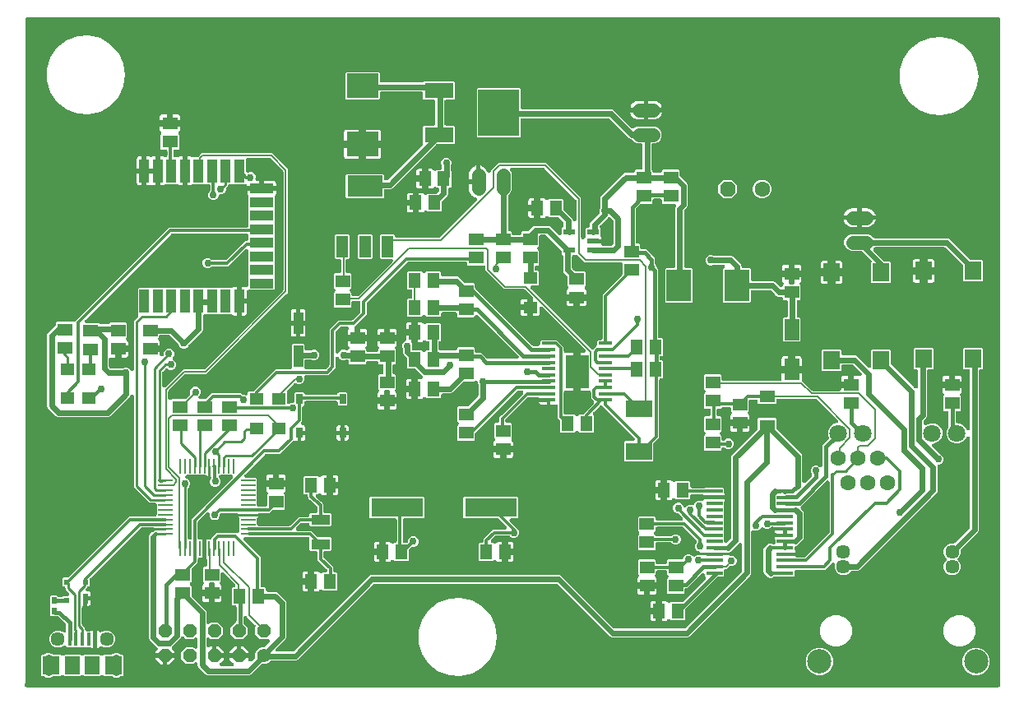
<source format=gbr>
G04 EAGLE Gerber RS-274X export*
G75*
%MOMM*%
%FSLAX34Y34*%
%LPD*%
%INTop Copper*%
%IPPOS*%
%AMOC8*
5,1,8,0,0,1.08239X$1,22.5*%
G01*
%ADD10R,1.500000X1.300000*%
%ADD11R,1.300000X1.500000*%
%ADD12R,1.900000X1.100000*%
%ADD13R,1.600000X1.300000*%
%ADD14R,0.700000X1.100000*%
%ADD15R,1.500000X0.280000*%
%ADD16R,0.280000X1.500000*%
%ADD17R,1.550000X2.200000*%
%ADD18R,1.473200X0.355600*%
%ADD19R,2.387600X3.403600*%
%ADD20P,1.732040X8X202.500000*%
%ADD21C,1.600200*%
%ADD22R,2.500000X3.250000*%
%ADD23R,2.700000X1.800000*%
%ADD24R,1.219000X2.235000*%
%ADD25R,3.600000X2.200000*%
%ADD26R,3.250000X2.500000*%
%ADD27R,3.000000X1.600000*%
%ADD28R,4.191000X4.826000*%
%ADD29R,1.000000X2.300000*%
%ADD30C,1.422400*%
%ADD31R,1.651000X0.431800*%
%ADD32R,5.334000X1.930400*%
%ADD33C,1.422400*%
%ADD34P,1.539592X8X202.500000*%
%ADD35C,1.600000*%
%ADD36C,1.450000*%
%ADD37C,1.800000*%
%ADD38C,2.500000*%
%ADD39R,1.400000X1.200000*%
%ADD40R,1.000000X2.450000*%
%ADD41R,2.450000X1.000000*%
%ADD42R,0.500000X0.700000*%
%ADD43R,0.600000X1.000000*%
%ADD44R,0.600000X0.600000*%
%ADD45R,1.700000X1.900000*%
%ADD46R,0.400000X1.350000*%
%ADD47R,1.500000X1.900000*%
%ADD48R,1.800000X1.900000*%
%ADD49C,1.108000*%
%ADD50R,1.200000X0.600000*%
%ADD51C,0.152400*%
%ADD52C,0.756400*%
%ADD53C,0.254000*%
%ADD54C,0.304800*%
%ADD55C,0.406400*%
%ADD56C,0.609600*%

G36*
X1000016Y-2283D02*
X1000016Y-2283D01*
X1000034Y-2285D01*
X1000216Y-2264D01*
X1000399Y-2245D01*
X1000416Y-2240D01*
X1000433Y-2238D01*
X1000608Y-2181D01*
X1000784Y-2127D01*
X1000799Y-2119D01*
X1000816Y-2113D01*
X1000976Y-2023D01*
X1001138Y-1935D01*
X1001151Y-1924D01*
X1001167Y-1915D01*
X1001306Y-1795D01*
X1001447Y-1678D01*
X1001458Y-1664D01*
X1001472Y-1652D01*
X1001584Y-1507D01*
X1001699Y-1364D01*
X1001707Y-1348D01*
X1001718Y-1334D01*
X1001800Y-1169D01*
X1001885Y-1007D01*
X1001890Y-990D01*
X1001898Y-974D01*
X1001945Y-795D01*
X1001996Y-620D01*
X1001998Y-602D01*
X1002002Y-585D01*
X1002029Y-254D01*
X1002029Y685800D01*
X1002027Y685818D01*
X1002029Y685836D01*
X1002008Y686018D01*
X1001989Y686201D01*
X1001984Y686218D01*
X1001982Y686235D01*
X1001925Y686410D01*
X1001871Y686586D01*
X1001863Y686601D01*
X1001857Y686618D01*
X1001767Y686778D01*
X1001679Y686940D01*
X1001668Y686953D01*
X1001659Y686969D01*
X1001539Y687108D01*
X1001422Y687249D01*
X1001408Y687260D01*
X1001396Y687274D01*
X1001251Y687386D01*
X1001108Y687501D01*
X1001092Y687509D01*
X1001078Y687520D01*
X1000913Y687602D01*
X1000751Y687687D01*
X1000734Y687692D01*
X1000718Y687700D01*
X1000539Y687747D01*
X1000364Y687798D01*
X1000346Y687800D01*
X1000329Y687804D01*
X999998Y687831D01*
X796Y687831D01*
X778Y687829D01*
X760Y687831D01*
X578Y687810D01*
X395Y687791D01*
X378Y687786D01*
X360Y687784D01*
X186Y687727D01*
X10Y687673D01*
X-5Y687665D01*
X-22Y687659D01*
X-183Y687569D01*
X-344Y687481D01*
X-357Y687470D01*
X-373Y687461D01*
X-512Y687341D01*
X-653Y687224D01*
X-664Y687210D01*
X-678Y687198D01*
X-790Y687053D01*
X-905Y686910D01*
X-914Y686894D01*
X-924Y686880D01*
X-1006Y686715D01*
X-1091Y686553D01*
X-1096Y686536D01*
X-1104Y686520D01*
X-1152Y686341D01*
X-1202Y686166D01*
X-1204Y686148D01*
X-1208Y686131D01*
X-1235Y685800D01*
X-1235Y2399D01*
X-1817Y1817D01*
X-1829Y1804D01*
X-1842Y1792D01*
X-1956Y1648D01*
X-2072Y1506D01*
X-2081Y1490D01*
X-2092Y1476D01*
X-2175Y1312D01*
X-2261Y1150D01*
X-2266Y1133D01*
X-2274Y1117D01*
X-2324Y940D01*
X-2376Y764D01*
X-2377Y746D01*
X-2382Y729D01*
X-2396Y546D01*
X-2412Y363D01*
X-2410Y345D01*
X-2412Y328D01*
X-2389Y146D01*
X-2369Y-37D01*
X-2363Y-54D01*
X-2361Y-72D01*
X-2303Y-245D01*
X-2247Y-421D01*
X-2239Y-437D01*
X-2233Y-453D01*
X-2141Y-613D01*
X-2052Y-773D01*
X-2041Y-787D01*
X-2032Y-802D01*
X-1817Y-1055D01*
X-1182Y-1690D01*
X-1162Y-1707D01*
X-1144Y-1728D01*
X-1006Y-1835D01*
X-871Y-1945D01*
X-847Y-1958D01*
X-826Y-1974D01*
X-669Y-2052D01*
X-515Y-2134D01*
X-490Y-2142D01*
X-466Y-2154D01*
X-296Y-2199D01*
X-129Y-2249D01*
X-103Y-2251D01*
X-77Y-2258D01*
X254Y-2285D01*
X999998Y-2285D01*
X1000016Y-2283D01*
G37*
%LPC*%
G36*
X185526Y10159D02*
X185526Y10159D01*
X183846Y10855D01*
X176463Y18238D01*
X175767Y19918D01*
X175767Y21489D01*
X175766Y21498D01*
X175767Y21507D01*
X175746Y21699D01*
X175727Y21890D01*
X175725Y21898D01*
X175724Y21907D01*
X175666Y22089D01*
X175609Y22275D01*
X175605Y22283D01*
X175602Y22291D01*
X175509Y22460D01*
X175417Y22629D01*
X175412Y22636D01*
X175407Y22643D01*
X175282Y22791D01*
X175160Y22938D01*
X175153Y22944D01*
X175147Y22950D01*
X174995Y23070D01*
X174846Y23190D01*
X174838Y23194D01*
X174831Y23200D01*
X174659Y23287D01*
X174489Y23376D01*
X174480Y23378D01*
X174472Y23382D01*
X174286Y23434D01*
X174102Y23487D01*
X174093Y23488D01*
X174084Y23490D01*
X173892Y23505D01*
X173700Y23520D01*
X173692Y23519D01*
X173683Y23520D01*
X173490Y23495D01*
X173301Y23473D01*
X173292Y23471D01*
X173283Y23469D01*
X173100Y23408D01*
X172918Y23348D01*
X172910Y23344D01*
X172902Y23341D01*
X172736Y23246D01*
X172567Y23151D01*
X172560Y23145D01*
X172553Y23140D01*
X172300Y22926D01*
X171217Y21843D01*
X164063Y21843D01*
X159003Y26903D01*
X159003Y34057D01*
X164063Y39117D01*
X171217Y39117D01*
X172300Y38034D01*
X172307Y38029D01*
X172312Y38022D01*
X172462Y37902D01*
X172611Y37779D01*
X172619Y37775D01*
X172626Y37770D01*
X172796Y37681D01*
X172967Y37591D01*
X172976Y37588D01*
X172983Y37584D01*
X173168Y37531D01*
X173353Y37476D01*
X173362Y37475D01*
X173370Y37473D01*
X173561Y37457D01*
X173754Y37440D01*
X173763Y37441D01*
X173772Y37440D01*
X173961Y37462D01*
X174154Y37483D01*
X174163Y37486D01*
X174171Y37487D01*
X174353Y37546D01*
X174538Y37604D01*
X174546Y37609D01*
X174554Y37612D01*
X174721Y37706D01*
X174890Y37799D01*
X174897Y37805D01*
X174905Y37809D01*
X175050Y37935D01*
X175197Y38060D01*
X175203Y38067D01*
X175210Y38073D01*
X175326Y38223D01*
X175447Y38376D01*
X175451Y38384D01*
X175456Y38391D01*
X175542Y38562D01*
X175629Y38735D01*
X175632Y38743D01*
X175636Y38751D01*
X175686Y38937D01*
X175737Y39123D01*
X175738Y39131D01*
X175740Y39140D01*
X175767Y39471D01*
X175767Y46889D01*
X175766Y46898D01*
X175767Y46907D01*
X175746Y47099D01*
X175727Y47290D01*
X175725Y47298D01*
X175724Y47307D01*
X175667Y47487D01*
X175609Y47675D01*
X175605Y47683D01*
X175602Y47691D01*
X175509Y47860D01*
X175417Y48029D01*
X175412Y48036D01*
X175407Y48043D01*
X175282Y48191D01*
X175160Y48338D01*
X175153Y48344D01*
X175147Y48350D01*
X174995Y48470D01*
X174846Y48590D01*
X174838Y48594D01*
X174831Y48600D01*
X174659Y48687D01*
X174489Y48776D01*
X174480Y48778D01*
X174472Y48782D01*
X174286Y48834D01*
X174102Y48887D01*
X174093Y48888D01*
X174084Y48890D01*
X173892Y48905D01*
X173700Y48920D01*
X173692Y48919D01*
X173683Y48920D01*
X173490Y48895D01*
X173301Y48873D01*
X173292Y48871D01*
X173283Y48869D01*
X173100Y48808D01*
X172918Y48748D01*
X172910Y48744D01*
X172902Y48741D01*
X172736Y48646D01*
X172567Y48551D01*
X172560Y48545D01*
X172553Y48540D01*
X172300Y48326D01*
X171217Y47243D01*
X164063Y47243D01*
X161860Y49445D01*
X161850Y49454D01*
X161841Y49464D01*
X161695Y49581D01*
X161549Y49701D01*
X161537Y49707D01*
X161527Y49715D01*
X161359Y49801D01*
X161193Y49889D01*
X161180Y49893D01*
X161168Y49899D01*
X160988Y49950D01*
X160807Y50004D01*
X160794Y50005D01*
X160781Y50009D01*
X160595Y50023D01*
X160406Y50040D01*
X160393Y50039D01*
X160380Y50040D01*
X160195Y50017D01*
X160006Y49997D01*
X159993Y49993D01*
X159980Y49991D01*
X159802Y49932D01*
X159622Y49875D01*
X159610Y49869D01*
X159598Y49865D01*
X159434Y49771D01*
X159270Y49681D01*
X159260Y49672D01*
X159248Y49665D01*
X159106Y49542D01*
X158963Y49420D01*
X158955Y49410D01*
X158944Y49401D01*
X158830Y49252D01*
X158713Y49104D01*
X158707Y49092D01*
X158699Y49082D01*
X158547Y48786D01*
X158309Y48210D01*
X156737Y46638D01*
X149671Y39572D01*
X149660Y39559D01*
X149646Y39547D01*
X149533Y39403D01*
X149416Y39261D01*
X149408Y39245D01*
X149397Y39231D01*
X149313Y39067D01*
X149228Y38905D01*
X149222Y38888D01*
X149214Y38872D01*
X149165Y38695D01*
X149113Y38519D01*
X149111Y38502D01*
X149106Y38484D01*
X149093Y38301D01*
X149076Y38118D01*
X149078Y38101D01*
X149077Y38083D01*
X149100Y37901D01*
X149120Y37718D01*
X149125Y37701D01*
X149127Y37683D01*
X149186Y37510D01*
X149241Y37334D01*
X149250Y37319D01*
X149256Y37302D01*
X149347Y37143D01*
X149436Y36982D01*
X149448Y36968D01*
X149457Y36953D01*
X149671Y36700D01*
X151893Y34478D01*
X151893Y32765D01*
X142494Y32765D01*
X142476Y32763D01*
X142459Y32765D01*
X142276Y32744D01*
X142265Y32742D01*
X141986Y32765D01*
X132587Y32765D01*
X132587Y34478D01*
X134133Y36024D01*
X134141Y36034D01*
X134151Y36043D01*
X134269Y36190D01*
X134388Y36335D01*
X134394Y36347D01*
X134402Y36358D01*
X134488Y36525D01*
X134576Y36691D01*
X134580Y36704D01*
X134586Y36716D01*
X134637Y36896D01*
X134691Y37077D01*
X134692Y37090D01*
X134696Y37103D01*
X134710Y37289D01*
X134728Y37478D01*
X134726Y37491D01*
X134727Y37505D01*
X134705Y37690D01*
X134684Y37878D01*
X134680Y37891D01*
X134678Y37904D01*
X134620Y38082D01*
X134563Y38262D01*
X134556Y38274D01*
X134552Y38286D01*
X134459Y38449D01*
X134368Y38614D01*
X134359Y38624D01*
X134352Y38636D01*
X134229Y38778D01*
X134107Y38921D01*
X134097Y38930D01*
X134088Y38940D01*
X133939Y39055D01*
X133791Y39171D01*
X133779Y39177D01*
X133769Y39185D01*
X133570Y39287D01*
X126171Y46686D01*
X125475Y48366D01*
X125475Y153451D01*
X126171Y155131D01*
X127458Y156418D01*
X129477Y157254D01*
X129535Y157272D01*
X129558Y157284D01*
X129584Y157293D01*
X129735Y157380D01*
X129889Y157464D01*
X129909Y157481D01*
X129933Y157494D01*
X130186Y157709D01*
X131315Y158838D01*
X131320Y158845D01*
X131327Y158850D01*
X131447Y158999D01*
X131570Y159149D01*
X131574Y159157D01*
X131580Y159164D01*
X131668Y159334D01*
X131758Y159505D01*
X131761Y159513D01*
X131765Y159521D01*
X131818Y159706D01*
X131873Y159891D01*
X131874Y159900D01*
X131876Y159908D01*
X131892Y160099D01*
X131910Y160292D01*
X131909Y160301D01*
X131909Y160310D01*
X131887Y160498D01*
X131866Y160692D01*
X131863Y160701D01*
X131862Y160709D01*
X131803Y160891D01*
X131745Y161076D01*
X131740Y161084D01*
X131738Y161092D01*
X131643Y161259D01*
X131550Y161428D01*
X131544Y161435D01*
X131540Y161443D01*
X131415Y161588D01*
X131289Y161735D01*
X131282Y161741D01*
X131277Y161747D01*
X131126Y161865D01*
X130973Y161985D01*
X130965Y161989D01*
X130958Y161994D01*
X130786Y162080D01*
X130615Y162167D01*
X130606Y162170D01*
X130598Y162174D01*
X130412Y162223D01*
X130227Y162275D01*
X130218Y162276D01*
X130209Y162278D01*
X129878Y162305D01*
X118512Y162305D01*
X118486Y162303D01*
X118459Y162305D01*
X118285Y162283D01*
X118112Y162265D01*
X118086Y162257D01*
X118060Y162254D01*
X117894Y162198D01*
X117727Y162147D01*
X117703Y162134D01*
X117678Y162126D01*
X117526Y162039D01*
X117373Y161955D01*
X117352Y161938D01*
X117329Y161925D01*
X117076Y161710D01*
X65420Y110054D01*
X65403Y110033D01*
X65382Y110016D01*
X65275Y109878D01*
X65165Y109742D01*
X65152Y109719D01*
X65136Y109698D01*
X65057Y109540D01*
X64976Y109387D01*
X64968Y109361D01*
X64956Y109337D01*
X64911Y109168D01*
X64861Y109001D01*
X64859Y108974D01*
X64852Y108948D01*
X64825Y108618D01*
X64825Y102388D01*
X63932Y101495D01*
X63617Y101495D01*
X63590Y101493D01*
X63564Y101495D01*
X63390Y101473D01*
X63216Y101455D01*
X63191Y101448D01*
X63164Y101444D01*
X62998Y101388D01*
X62831Y101337D01*
X62808Y101325D01*
X62783Y101316D01*
X62631Y101229D01*
X62477Y101145D01*
X62457Y101128D01*
X62434Y101115D01*
X62181Y100900D01*
X61309Y100028D01*
X61303Y100021D01*
X61296Y100016D01*
X61176Y99867D01*
X61054Y99717D01*
X61049Y99709D01*
X61044Y99702D01*
X60956Y99533D01*
X60865Y99361D01*
X60862Y99352D01*
X60858Y99345D01*
X60805Y99161D01*
X60750Y98975D01*
X60749Y98966D01*
X60747Y98958D01*
X60731Y98767D01*
X60714Y98574D01*
X60715Y98565D01*
X60714Y98556D01*
X60736Y98367D01*
X60757Y98174D01*
X60760Y98165D01*
X60761Y98157D01*
X60821Y97974D01*
X60879Y97790D01*
X60883Y97782D01*
X60886Y97774D01*
X60981Y97605D01*
X61073Y97438D01*
X61079Y97431D01*
X61084Y97423D01*
X61210Y97277D01*
X61334Y97131D01*
X61341Y97125D01*
X61347Y97118D01*
X61499Y97000D01*
X61650Y96881D01*
X61658Y96877D01*
X61665Y96872D01*
X61838Y96785D01*
X62009Y96699D01*
X62017Y96696D01*
X62025Y96692D01*
X62214Y96642D01*
X62397Y96591D01*
X62405Y96590D01*
X62414Y96588D01*
X62745Y96561D01*
X63635Y96561D01*
X64281Y96388D01*
X64860Y96053D01*
X65333Y95580D01*
X65668Y95001D01*
X65841Y94355D01*
X65841Y91051D01*
X60300Y91051D01*
X60283Y91050D01*
X60265Y91051D01*
X60082Y91030D01*
X59900Y91011D01*
X59883Y91006D01*
X59865Y91004D01*
X59690Y90947D01*
X59515Y90893D01*
X59499Y90885D01*
X59482Y90879D01*
X59322Y90789D01*
X59161Y90702D01*
X59147Y90690D01*
X59132Y90681D01*
X58992Y90561D01*
X58852Y90444D01*
X58851Y90444D01*
X58851Y90443D01*
X58840Y90430D01*
X58827Y90418D01*
X58826Y90418D01*
X58714Y90273D01*
X58599Y90130D01*
X58590Y90114D01*
X58580Y90100D01*
X58498Y89935D01*
X58413Y89772D01*
X58408Y89755D01*
X58400Y89739D01*
X58352Y89561D01*
X58302Y89385D01*
X58300Y89368D01*
X58296Y89350D01*
X58269Y89020D01*
X58269Y81438D01*
X58256Y81434D01*
X58239Y81432D01*
X58064Y81375D01*
X57888Y81321D01*
X57873Y81313D01*
X57856Y81307D01*
X57696Y81217D01*
X57534Y81129D01*
X57521Y81118D01*
X57505Y81109D01*
X57366Y80989D01*
X57225Y80872D01*
X57214Y80858D01*
X57200Y80846D01*
X57088Y80701D01*
X56973Y80558D01*
X56965Y80542D01*
X56954Y80528D01*
X56872Y80363D01*
X56787Y80201D01*
X56782Y80184D01*
X56774Y80168D01*
X56727Y79989D01*
X56676Y79814D01*
X56674Y79796D01*
X56670Y79779D01*
X56643Y79448D01*
X56643Y62959D01*
X56645Y62932D01*
X56643Y62906D01*
X56665Y62732D01*
X56683Y62558D01*
X56690Y62533D01*
X56694Y62506D01*
X56749Y62341D01*
X56801Y62173D01*
X56814Y62150D01*
X56822Y62125D01*
X56909Y61973D01*
X56993Y61819D01*
X57010Y61799D01*
X57023Y61776D01*
X57238Y61523D01*
X59945Y58816D01*
X59945Y57376D01*
X59947Y57358D01*
X59945Y57340D01*
X59966Y57158D01*
X59985Y56975D01*
X59990Y56958D01*
X59992Y56941D01*
X60049Y56766D01*
X60103Y56590D01*
X60111Y56575D01*
X60117Y56558D01*
X60207Y56398D01*
X60295Y56236D01*
X60306Y56223D01*
X60315Y56207D01*
X60435Y56068D01*
X60552Y55927D01*
X60566Y55916D01*
X60578Y55902D01*
X60723Y55790D01*
X60866Y55675D01*
X60882Y55667D01*
X60896Y55656D01*
X61061Y55574D01*
X61223Y55489D01*
X61240Y55484D01*
X61256Y55476D01*
X61435Y55429D01*
X61610Y55378D01*
X61628Y55376D01*
X61645Y55372D01*
X61976Y55345D01*
X65240Y55345D01*
X65267Y55347D01*
X65294Y55345D01*
X65467Y55367D01*
X65641Y55385D01*
X65666Y55392D01*
X65693Y55396D01*
X65859Y55451D01*
X66026Y55503D01*
X66049Y55516D01*
X66075Y55524D01*
X66226Y55611D01*
X66380Y55695D01*
X66400Y55712D01*
X66424Y55725D01*
X66542Y55825D01*
X67169Y56188D01*
X67815Y56361D01*
X68119Y56361D01*
X68119Y47070D01*
X68119Y37779D01*
X67815Y37779D01*
X67169Y37952D01*
X66530Y38321D01*
X66500Y38345D01*
X66365Y38455D01*
X66341Y38468D01*
X66320Y38484D01*
X66163Y38562D01*
X66009Y38644D01*
X65984Y38652D01*
X65960Y38664D01*
X65790Y38709D01*
X65623Y38759D01*
X65597Y38761D01*
X65571Y38768D01*
X65240Y38795D01*
X41518Y38795D01*
X40213Y40101D01*
X40199Y40112D01*
X40187Y40126D01*
X40044Y40239D01*
X39901Y40356D01*
X39886Y40364D01*
X39871Y40375D01*
X39708Y40459D01*
X39546Y40545D01*
X39529Y40550D01*
X39513Y40558D01*
X39336Y40607D01*
X39160Y40659D01*
X39142Y40661D01*
X39125Y40666D01*
X38942Y40679D01*
X38759Y40696D01*
X38741Y40694D01*
X38723Y40695D01*
X38542Y40672D01*
X38358Y40652D01*
X38341Y40647D01*
X38324Y40645D01*
X38150Y40586D01*
X37975Y40531D01*
X37959Y40522D01*
X37942Y40517D01*
X37783Y40425D01*
X37622Y40336D01*
X37609Y40324D01*
X37593Y40316D01*
X37340Y40101D01*
X37120Y39881D01*
X33895Y38545D01*
X30405Y38545D01*
X27180Y39881D01*
X24711Y42350D01*
X23375Y45575D01*
X23375Y49065D01*
X24711Y52290D01*
X27180Y54759D01*
X30405Y56095D01*
X33895Y56095D01*
X37120Y54759D01*
X37126Y54754D01*
X37133Y54748D01*
X37138Y54741D01*
X37289Y54620D01*
X37437Y54499D01*
X37445Y54494D01*
X37452Y54489D01*
X37622Y54400D01*
X37793Y54310D01*
X37801Y54307D01*
X37809Y54303D01*
X37994Y54250D01*
X38179Y54195D01*
X38188Y54194D01*
X38196Y54192D01*
X38388Y54176D01*
X38580Y54159D01*
X38589Y54160D01*
X38598Y54159D01*
X38788Y54181D01*
X38980Y54202D01*
X38988Y54205D01*
X38997Y54206D01*
X39181Y54266D01*
X39364Y54324D01*
X39372Y54328D01*
X39380Y54331D01*
X39548Y54426D01*
X39716Y54518D01*
X39723Y54524D01*
X39731Y54529D01*
X39875Y54654D01*
X40023Y54779D01*
X40029Y54786D01*
X40036Y54792D01*
X40153Y54943D01*
X40273Y55095D01*
X40277Y55103D01*
X40282Y55110D01*
X40368Y55282D01*
X40455Y55454D01*
X40458Y55462D01*
X40462Y55470D01*
X40512Y55657D01*
X40563Y55842D01*
X40564Y55850D01*
X40566Y55859D01*
X40593Y56190D01*
X40593Y61993D01*
X40591Y62020D01*
X40593Y62047D01*
X40571Y62221D01*
X40553Y62394D01*
X40546Y62419D01*
X40542Y62446D01*
X40487Y62612D01*
X40435Y62779D01*
X40422Y62802D01*
X40414Y62828D01*
X40327Y62979D01*
X40243Y63133D01*
X40226Y63153D01*
X40213Y63177D01*
X39998Y63430D01*
X33268Y70160D01*
X33247Y70177D01*
X33229Y70198D01*
X33092Y70305D01*
X32956Y70415D01*
X32933Y70428D01*
X32911Y70444D01*
X32754Y70522D01*
X32600Y70604D01*
X32575Y70612D01*
X32551Y70624D01*
X32381Y70669D01*
X32215Y70719D01*
X32188Y70721D01*
X32162Y70728D01*
X31831Y70755D01*
X24808Y70755D01*
X23915Y71648D01*
X23915Y79923D01*
X23986Y80013D01*
X24102Y80155D01*
X24111Y80171D01*
X24122Y80185D01*
X24205Y80348D01*
X24291Y80511D01*
X24296Y80528D01*
X24304Y80544D01*
X24353Y80720D01*
X24406Y80897D01*
X24407Y80915D01*
X24412Y80932D01*
X24426Y81115D01*
X24442Y81298D01*
X24440Y81315D01*
X24442Y81333D01*
X24419Y81515D01*
X24399Y81698D01*
X24393Y81715D01*
X24391Y81733D01*
X24333Y81907D01*
X24277Y82082D01*
X24269Y82097D01*
X24263Y82114D01*
X24171Y82273D01*
X24083Y82434D01*
X24071Y82448D01*
X24062Y82463D01*
X23915Y82636D01*
X23915Y90912D01*
X24808Y91805D01*
X31072Y91805D01*
X31857Y91020D01*
X31877Y91003D01*
X31895Y90982D01*
X32033Y90875D01*
X32168Y90765D01*
X32192Y90752D01*
X32213Y90736D01*
X32370Y90658D01*
X32524Y90576D01*
X32549Y90568D01*
X32573Y90556D01*
X32743Y90511D01*
X32910Y90461D01*
X32936Y90459D01*
X32962Y90452D01*
X33293Y90425D01*
X35707Y90425D01*
X35734Y90427D01*
X35760Y90425D01*
X35934Y90447D01*
X36108Y90465D01*
X36133Y90472D01*
X36160Y90476D01*
X36325Y90531D01*
X36493Y90583D01*
X36516Y90596D01*
X36541Y90604D01*
X36693Y90691D01*
X36847Y90775D01*
X36867Y90792D01*
X36890Y90805D01*
X37143Y91020D01*
X37668Y91545D01*
X41839Y91545D01*
X41848Y91546D01*
X41857Y91545D01*
X42049Y91566D01*
X42240Y91585D01*
X42248Y91587D01*
X42257Y91588D01*
X42439Y91646D01*
X42625Y91703D01*
X42633Y91707D01*
X42641Y91710D01*
X42809Y91803D01*
X42979Y91895D01*
X42985Y91900D01*
X42993Y91905D01*
X43140Y92029D01*
X43288Y92152D01*
X43294Y92159D01*
X43300Y92165D01*
X43419Y92316D01*
X43540Y92466D01*
X43544Y92474D01*
X43550Y92481D01*
X43638Y92654D01*
X43726Y92823D01*
X43728Y92832D01*
X43732Y92840D01*
X43784Y93026D01*
X43837Y93210D01*
X43838Y93219D01*
X43840Y93228D01*
X43854Y93421D01*
X43870Y93612D01*
X43869Y93620D01*
X43870Y93629D01*
X43845Y93822D01*
X43823Y94011D01*
X43820Y94020D01*
X43819Y94029D01*
X43758Y94212D01*
X43698Y94394D01*
X43694Y94402D01*
X43691Y94410D01*
X43595Y94577D01*
X43500Y94745D01*
X43495Y94752D01*
X43490Y94759D01*
X43275Y95012D01*
X39877Y98410D01*
X39877Y99464D01*
X39875Y99482D01*
X39877Y99500D01*
X39856Y99682D01*
X39837Y99865D01*
X39832Y99882D01*
X39830Y99899D01*
X39773Y100074D01*
X39719Y100250D01*
X39711Y100265D01*
X39705Y100282D01*
X39615Y100442D01*
X39527Y100604D01*
X39516Y100617D01*
X39507Y100633D01*
X39387Y100772D01*
X39270Y100913D01*
X39256Y100924D01*
X39244Y100938D01*
X39099Y101050D01*
X38956Y101165D01*
X38940Y101173D01*
X38926Y101184D01*
X38761Y101266D01*
X38599Y101351D01*
X38582Y101356D01*
X38566Y101364D01*
X38387Y101411D01*
X38212Y101462D01*
X38194Y101464D01*
X38177Y101468D01*
X37846Y101495D01*
X37668Y101495D01*
X36775Y102388D01*
X36775Y109652D01*
X37668Y110545D01*
X41384Y110545D01*
X41410Y110547D01*
X41437Y110545D01*
X41611Y110567D01*
X41784Y110585D01*
X41810Y110592D01*
X41837Y110596D01*
X42002Y110651D01*
X42169Y110703D01*
X42193Y110716D01*
X42218Y110724D01*
X42370Y110811D01*
X42523Y110895D01*
X42544Y110912D01*
X42567Y110925D01*
X42820Y111140D01*
X105163Y173483D01*
X131864Y173483D01*
X131882Y173485D01*
X131900Y173483D01*
X132082Y173504D01*
X132265Y173523D01*
X132282Y173528D01*
X132299Y173530D01*
X132474Y173587D01*
X132650Y173641D01*
X132665Y173649D01*
X132682Y173655D01*
X132842Y173745D01*
X133004Y173833D01*
X133017Y173844D01*
X133033Y173853D01*
X133172Y173973D01*
X133313Y174090D01*
X133324Y174104D01*
X133338Y174116D01*
X133450Y174261D01*
X133565Y174404D01*
X133573Y174420D01*
X133584Y174434D01*
X133666Y174599D01*
X133751Y174761D01*
X133756Y174778D01*
X133764Y174794D01*
X133811Y174973D01*
X133862Y175148D01*
X133864Y175166D01*
X133868Y175183D01*
X133895Y175514D01*
X133895Y185674D01*
X133893Y185692D01*
X133895Y185710D01*
X133874Y185892D01*
X133855Y186075D01*
X133850Y186092D01*
X133848Y186109D01*
X133791Y186284D01*
X133737Y186460D01*
X133729Y186475D01*
X133723Y186492D01*
X133633Y186652D01*
X133545Y186814D01*
X133534Y186827D01*
X133525Y186843D01*
X133405Y186982D01*
X133288Y187123D01*
X133274Y187134D01*
X133262Y187148D01*
X133117Y187260D01*
X132974Y187375D01*
X132958Y187383D01*
X132944Y187394D01*
X132780Y187476D01*
X132617Y187561D01*
X132600Y187566D01*
X132584Y187574D01*
X132405Y187621D01*
X132230Y187672D01*
X132212Y187674D01*
X132195Y187678D01*
X131864Y187705D01*
X126376Y187705D01*
X110235Y203846D01*
X110235Y297106D01*
X110235Y297110D01*
X110235Y297115D01*
X110215Y297308D01*
X110195Y297506D01*
X110194Y297511D01*
X110194Y297515D01*
X110135Y297702D01*
X110077Y297891D01*
X110075Y297895D01*
X110074Y297899D01*
X109980Y298071D01*
X109885Y298245D01*
X109883Y298249D01*
X109880Y298253D01*
X109754Y298403D01*
X109628Y298555D01*
X109624Y298557D01*
X109621Y298561D01*
X109467Y298684D01*
X109314Y298807D01*
X109310Y298809D01*
X109307Y298812D01*
X109132Y298901D01*
X108957Y298992D01*
X108952Y298994D01*
X108948Y298996D01*
X108761Y299049D01*
X108570Y299104D01*
X108565Y299104D01*
X108561Y299105D01*
X108368Y299120D01*
X108168Y299137D01*
X108164Y299136D01*
X108160Y299136D01*
X107966Y299113D01*
X107769Y299090D01*
X107764Y299088D01*
X107760Y299088D01*
X107575Y299027D01*
X107386Y298965D01*
X107382Y298963D01*
X107378Y298961D01*
X107206Y298863D01*
X107035Y298767D01*
X107032Y298764D01*
X107028Y298762D01*
X106875Y298629D01*
X106731Y298504D01*
X106728Y298500D01*
X106724Y298497D01*
X106603Y298340D01*
X106484Y298186D01*
X106482Y298182D01*
X106479Y298178D01*
X106327Y297883D01*
X105858Y296749D01*
X85648Y276539D01*
X83968Y275843D01*
X31856Y275843D01*
X30176Y276539D01*
X21523Y285192D01*
X20827Y286872D01*
X20827Y360599D01*
X21523Y362280D01*
X28884Y369640D01*
X28932Y369667D01*
X29091Y369752D01*
X29108Y369766D01*
X29127Y369777D01*
X29263Y369894D01*
X29401Y370009D01*
X29415Y370026D01*
X29432Y370041D01*
X29542Y370182D01*
X29655Y370321D01*
X29665Y370341D01*
X29679Y370359D01*
X29758Y370519D01*
X29842Y370678D01*
X29848Y370699D01*
X29858Y370719D01*
X29905Y370893D01*
X29955Y371064D01*
X29957Y371086D01*
X29963Y371108D01*
X29990Y371439D01*
X29990Y372867D01*
X30883Y373760D01*
X47352Y373760D01*
X47389Y373740D01*
X47398Y373737D01*
X47406Y373733D01*
X47590Y373680D01*
X47775Y373625D01*
X47784Y373624D01*
X47793Y373622D01*
X47984Y373606D01*
X48176Y373589D01*
X48185Y373590D01*
X48194Y373589D01*
X48383Y373611D01*
X48576Y373632D01*
X48585Y373635D01*
X48594Y373636D01*
X48775Y373695D01*
X48960Y373754D01*
X48968Y373758D01*
X48977Y373761D01*
X49143Y373855D01*
X49313Y373948D01*
X49319Y373954D01*
X49327Y373959D01*
X49472Y374084D01*
X49620Y374209D01*
X49625Y374216D01*
X49632Y374222D01*
X49686Y374292D01*
X143930Y468536D01*
X146311Y470917D01*
X225984Y470917D01*
X226002Y470919D01*
X226020Y470917D01*
X226202Y470938D01*
X226385Y470957D01*
X226402Y470962D01*
X226419Y470964D01*
X226594Y471021D01*
X226770Y471075D01*
X226785Y471083D01*
X226802Y471089D01*
X226962Y471179D01*
X227124Y471267D01*
X227137Y471278D01*
X227153Y471287D01*
X227292Y471407D01*
X227433Y471524D01*
X227444Y471538D01*
X227458Y471550D01*
X227570Y471695D01*
X227685Y471838D01*
X227693Y471854D01*
X227704Y471868D01*
X227786Y472033D01*
X227871Y472195D01*
X227876Y472212D01*
X227884Y472228D01*
X227931Y472407D01*
X227982Y472582D01*
X227984Y472600D01*
X227988Y472617D01*
X228015Y472948D01*
X228015Y474923D01*
X228086Y475013D01*
X228202Y475155D01*
X228211Y475171D01*
X228222Y475185D01*
X228305Y475349D01*
X228391Y475511D01*
X228396Y475528D01*
X228404Y475544D01*
X228453Y475720D01*
X228506Y475897D01*
X228507Y475915D01*
X228512Y475932D01*
X228526Y476115D01*
X228542Y476298D01*
X228540Y476315D01*
X228542Y476333D01*
X228519Y476515D01*
X228499Y476698D01*
X228493Y476715D01*
X228491Y476733D01*
X228433Y476907D01*
X228377Y477082D01*
X228369Y477097D01*
X228363Y477114D01*
X228271Y477274D01*
X228183Y477434D01*
X228171Y477448D01*
X228162Y477463D01*
X228015Y477636D01*
X228015Y488923D01*
X228086Y489013D01*
X228202Y489155D01*
X228211Y489171D01*
X228222Y489185D01*
X228305Y489349D01*
X228391Y489511D01*
X228396Y489528D01*
X228404Y489544D01*
X228453Y489720D01*
X228506Y489897D01*
X228507Y489915D01*
X228512Y489932D01*
X228526Y490115D01*
X228542Y490298D01*
X228540Y490315D01*
X228542Y490333D01*
X228519Y490515D01*
X228499Y490698D01*
X228493Y490715D01*
X228491Y490733D01*
X228433Y490907D01*
X228377Y491082D01*
X228369Y491097D01*
X228363Y491114D01*
X228271Y491274D01*
X228183Y491434D01*
X228171Y491448D01*
X228162Y491463D01*
X228015Y491636D01*
X228015Y503370D01*
X228013Y503397D01*
X228015Y503424D01*
X227993Y503597D01*
X227975Y503771D01*
X227968Y503796D01*
X227964Y503823D01*
X227909Y503988D01*
X227857Y504156D01*
X227844Y504179D01*
X227836Y504205D01*
X227749Y504356D01*
X227665Y504510D01*
X227648Y504530D01*
X227635Y504554D01*
X227535Y504672D01*
X227172Y505299D01*
X226999Y505945D01*
X226999Y508781D01*
X241322Y508781D01*
X241340Y508782D01*
X241357Y508781D01*
X241540Y508802D01*
X241722Y508821D01*
X241739Y508826D01*
X241757Y508828D01*
X241798Y508841D01*
X241892Y508814D01*
X241910Y508812D01*
X241927Y508808D01*
X242258Y508781D01*
X256581Y508781D01*
X256581Y505945D01*
X256408Y505299D01*
X256039Y504660D01*
X256015Y504630D01*
X255905Y504495D01*
X255892Y504471D01*
X255876Y504450D01*
X255798Y504293D01*
X255716Y504139D01*
X255708Y504114D01*
X255696Y504090D01*
X255651Y503920D01*
X255601Y503753D01*
X255599Y503727D01*
X255592Y503701D01*
X255565Y503370D01*
X255565Y491637D01*
X255494Y491547D01*
X255378Y491405D01*
X255369Y491389D01*
X255358Y491375D01*
X255275Y491211D01*
X255189Y491049D01*
X255184Y491032D01*
X255176Y491016D01*
X255126Y490839D01*
X255074Y490663D01*
X255073Y490645D01*
X255068Y490628D01*
X255054Y490445D01*
X255038Y490262D01*
X255040Y490244D01*
X255038Y490227D01*
X255061Y490045D01*
X255081Y489862D01*
X255087Y489845D01*
X255089Y489827D01*
X255147Y489654D01*
X255203Y489478D01*
X255211Y489462D01*
X255217Y489446D01*
X255309Y489286D01*
X255397Y489126D01*
X255409Y489112D01*
X255418Y489097D01*
X255565Y488924D01*
X255565Y477637D01*
X255494Y477547D01*
X255378Y477405D01*
X255369Y477389D01*
X255358Y477375D01*
X255275Y477211D01*
X255189Y477049D01*
X255184Y477032D01*
X255176Y477016D01*
X255126Y476839D01*
X255074Y476663D01*
X255073Y476645D01*
X255068Y476628D01*
X255054Y476445D01*
X255038Y476262D01*
X255040Y476244D01*
X255038Y476227D01*
X255061Y476045D01*
X255081Y475862D01*
X255087Y475845D01*
X255089Y475827D01*
X255147Y475654D01*
X255203Y475478D01*
X255211Y475462D01*
X255217Y475446D01*
X255309Y475286D01*
X255397Y475126D01*
X255409Y475112D01*
X255418Y475097D01*
X255565Y474924D01*
X255565Y463637D01*
X255494Y463547D01*
X255378Y463405D01*
X255369Y463389D01*
X255358Y463375D01*
X255274Y463210D01*
X255189Y463049D01*
X255184Y463032D01*
X255176Y463016D01*
X255126Y462839D01*
X255074Y462663D01*
X255073Y462645D01*
X255068Y462628D01*
X255054Y462445D01*
X255038Y462262D01*
X255040Y462244D01*
X255038Y462227D01*
X255061Y462045D01*
X255081Y461862D01*
X255087Y461845D01*
X255089Y461827D01*
X255147Y461654D01*
X255203Y461478D01*
X255211Y461462D01*
X255217Y461446D01*
X255309Y461286D01*
X255397Y461126D01*
X255409Y461112D01*
X255418Y461097D01*
X255565Y460924D01*
X255565Y449637D01*
X255494Y449547D01*
X255378Y449405D01*
X255369Y449389D01*
X255358Y449375D01*
X255274Y449210D01*
X255189Y449049D01*
X255184Y449032D01*
X255176Y449016D01*
X255126Y448838D01*
X255074Y448663D01*
X255073Y448645D01*
X255068Y448628D01*
X255054Y448445D01*
X255038Y448262D01*
X255040Y448244D01*
X255038Y448227D01*
X255061Y448045D01*
X255081Y447862D01*
X255087Y447845D01*
X255089Y447827D01*
X255147Y447653D01*
X255203Y447478D01*
X255211Y447462D01*
X255217Y447446D01*
X255309Y447286D01*
X255397Y447126D01*
X255409Y447112D01*
X255418Y447097D01*
X255565Y446924D01*
X255565Y435637D01*
X255493Y435546D01*
X255378Y435405D01*
X255369Y435389D01*
X255358Y435375D01*
X255275Y435211D01*
X255189Y435049D01*
X255184Y435032D01*
X255176Y435016D01*
X255126Y434839D01*
X255074Y434663D01*
X255073Y434645D01*
X255068Y434628D01*
X255054Y434444D01*
X255038Y434262D01*
X255040Y434244D01*
X255038Y434227D01*
X255061Y434045D01*
X255081Y433862D01*
X255087Y433845D01*
X255089Y433827D01*
X255147Y433654D01*
X255203Y433478D01*
X255211Y433462D01*
X255217Y433446D01*
X255309Y433286D01*
X255397Y433126D01*
X255409Y433112D01*
X255418Y433097D01*
X255565Y432924D01*
X255565Y421637D01*
X255494Y421547D01*
X255378Y421405D01*
X255369Y421389D01*
X255358Y421375D01*
X255275Y421211D01*
X255189Y421049D01*
X255184Y421032D01*
X255176Y421016D01*
X255126Y420839D01*
X255074Y420663D01*
X255073Y420645D01*
X255068Y420628D01*
X255054Y420445D01*
X255038Y420262D01*
X255040Y420244D01*
X255038Y420227D01*
X255061Y420045D01*
X255081Y419862D01*
X255087Y419845D01*
X255089Y419827D01*
X255147Y419654D01*
X255203Y419478D01*
X255211Y419462D01*
X255217Y419446D01*
X255309Y419286D01*
X255397Y419126D01*
X255409Y419112D01*
X255418Y419097D01*
X255565Y418924D01*
X255565Y407648D01*
X254672Y406755D01*
X228412Y406755D01*
X228394Y406753D01*
X228376Y406755D01*
X228194Y406734D01*
X228011Y406715D01*
X227994Y406710D01*
X227977Y406708D01*
X227802Y406651D01*
X227626Y406597D01*
X227611Y406589D01*
X227594Y406583D01*
X227434Y406493D01*
X227272Y406405D01*
X227259Y406394D01*
X227243Y406385D01*
X227104Y406265D01*
X226963Y406148D01*
X226952Y406134D01*
X226938Y406122D01*
X226826Y405977D01*
X226711Y405834D01*
X226703Y405818D01*
X226692Y405804D01*
X226610Y405639D01*
X226525Y405477D01*
X226520Y405460D01*
X226512Y405444D01*
X226465Y405265D01*
X226414Y405090D01*
X226412Y405072D01*
X226408Y405055D01*
X226381Y404724D01*
X226381Y397729D01*
X221339Y397729D01*
X221339Y410021D01*
X224175Y410021D01*
X224821Y409848D01*
X224968Y409762D01*
X225102Y409702D01*
X225231Y409635D01*
X225285Y409619D01*
X225335Y409597D01*
X225478Y409564D01*
X225618Y409523D01*
X225674Y409519D01*
X225728Y409506D01*
X225874Y409502D01*
X226020Y409490D01*
X226075Y409497D01*
X226130Y409495D01*
X226274Y409520D01*
X226419Y409537D01*
X226472Y409555D01*
X226527Y409564D01*
X226663Y409617D01*
X226802Y409662D01*
X226851Y409690D01*
X226902Y409710D01*
X227025Y409788D01*
X227153Y409860D01*
X227195Y409896D01*
X227242Y409926D01*
X227347Y410028D01*
X227458Y410123D01*
X227492Y410167D01*
X227531Y410206D01*
X227615Y410326D01*
X227704Y410441D01*
X227729Y410491D01*
X227761Y410537D01*
X227818Y410671D01*
X227884Y410802D01*
X227898Y410856D01*
X227920Y410906D01*
X227950Y411049D01*
X227988Y411191D01*
X227993Y411254D01*
X228003Y411300D01*
X228004Y411384D01*
X228015Y411521D01*
X228015Y418923D01*
X228086Y419013D01*
X228202Y419155D01*
X228211Y419171D01*
X228222Y419185D01*
X228305Y419349D01*
X228391Y419511D01*
X228396Y419528D01*
X228404Y419544D01*
X228453Y419720D01*
X228506Y419897D01*
X228507Y419915D01*
X228512Y419932D01*
X228526Y420115D01*
X228542Y420298D01*
X228540Y420315D01*
X228542Y420333D01*
X228519Y420515D01*
X228499Y420698D01*
X228493Y420715D01*
X228491Y420733D01*
X228433Y420906D01*
X228377Y421082D01*
X228369Y421097D01*
X228363Y421114D01*
X228271Y421274D01*
X228183Y421434D01*
X228171Y421448D01*
X228162Y421463D01*
X228015Y421636D01*
X228015Y432923D01*
X228086Y433013D01*
X228202Y433155D01*
X228211Y433171D01*
X228222Y433185D01*
X228305Y433349D01*
X228391Y433511D01*
X228396Y433528D01*
X228404Y433544D01*
X228453Y433720D01*
X228506Y433897D01*
X228507Y433915D01*
X228512Y433932D01*
X228526Y434115D01*
X228542Y434298D01*
X228540Y434315D01*
X228542Y434333D01*
X228519Y434515D01*
X228499Y434698D01*
X228493Y434715D01*
X228491Y434733D01*
X228433Y434906D01*
X228377Y435082D01*
X228369Y435097D01*
X228363Y435114D01*
X228271Y435274D01*
X228183Y435434D01*
X228171Y435448D01*
X228162Y435463D01*
X228015Y435636D01*
X228015Y446892D01*
X228014Y446901D01*
X228015Y446910D01*
X227994Y447103D01*
X227975Y447292D01*
X227973Y447301D01*
X227972Y447310D01*
X227913Y447495D01*
X227857Y447677D01*
X227853Y447685D01*
X227850Y447694D01*
X227757Y447863D01*
X227665Y448031D01*
X227660Y448038D01*
X227655Y448046D01*
X227531Y448193D01*
X227408Y448341D01*
X227401Y448346D01*
X227395Y448353D01*
X227243Y448473D01*
X227094Y448593D01*
X227086Y448597D01*
X227079Y448603D01*
X226906Y448690D01*
X226737Y448779D01*
X226728Y448781D01*
X226720Y448785D01*
X226534Y448837D01*
X226350Y448890D01*
X226341Y448891D01*
X226332Y448893D01*
X226139Y448907D01*
X225948Y448923D01*
X225940Y448922D01*
X225931Y448922D01*
X225738Y448898D01*
X225549Y448876D01*
X225540Y448873D01*
X225531Y448872D01*
X225348Y448811D01*
X225166Y448751D01*
X225158Y448747D01*
X225150Y448744D01*
X224983Y448648D01*
X224815Y448553D01*
X224808Y448547D01*
X224801Y448543D01*
X224548Y448328D01*
X207511Y431291D01*
X191632Y431291D01*
X191605Y431289D01*
X191579Y431291D01*
X191405Y431269D01*
X191231Y431251D01*
X191206Y431244D01*
X191179Y431240D01*
X191014Y431185D01*
X190846Y431133D01*
X190823Y431120D01*
X190797Y431112D01*
X190646Y431025D01*
X190492Y430941D01*
X190472Y430924D01*
X190449Y430911D01*
X190196Y430696D01*
X189340Y429841D01*
X187390Y429033D01*
X185279Y429033D01*
X183328Y429841D01*
X181836Y431334D01*
X181028Y433284D01*
X181028Y435396D01*
X181836Y437346D01*
X183328Y438839D01*
X185279Y439647D01*
X187390Y439647D01*
X189340Y438839D01*
X190196Y437984D01*
X190216Y437967D01*
X190234Y437946D01*
X190372Y437839D01*
X190507Y437729D01*
X190531Y437716D01*
X190552Y437700D01*
X190709Y437622D01*
X190863Y437540D01*
X190888Y437532D01*
X190912Y437520D01*
X191082Y437475D01*
X191249Y437425D01*
X191275Y437423D01*
X191301Y437416D01*
X191632Y437389D01*
X204144Y437389D01*
X204170Y437391D01*
X204197Y437389D01*
X204371Y437411D01*
X204544Y437429D01*
X204570Y437436D01*
X204597Y437440D01*
X204762Y437495D01*
X204929Y437547D01*
X204953Y437560D01*
X204978Y437568D01*
X205130Y437655D01*
X205283Y437739D01*
X205304Y437756D01*
X205327Y437769D01*
X205580Y437984D01*
X224797Y457201D01*
X225984Y457201D01*
X226002Y457203D01*
X226020Y457201D01*
X226202Y457222D01*
X226385Y457241D01*
X226402Y457246D01*
X226419Y457248D01*
X226594Y457305D01*
X226770Y457359D01*
X226785Y457367D01*
X226802Y457373D01*
X226962Y457463D01*
X227124Y457551D01*
X227137Y457562D01*
X227153Y457571D01*
X227292Y457691D01*
X227433Y457808D01*
X227444Y457822D01*
X227458Y457834D01*
X227570Y457979D01*
X227685Y458122D01*
X227693Y458138D01*
X227704Y458152D01*
X227786Y458317D01*
X227871Y458479D01*
X227876Y458496D01*
X227884Y458512D01*
X227931Y458691D01*
X227982Y458866D01*
X227984Y458884D01*
X227988Y458901D01*
X228015Y459232D01*
X228015Y460923D01*
X228086Y461013D01*
X228202Y461155D01*
X228211Y461171D01*
X228222Y461185D01*
X228305Y461349D01*
X228391Y461511D01*
X228396Y461528D01*
X228404Y461544D01*
X228453Y461720D01*
X228506Y461897D01*
X228507Y461915D01*
X228512Y461932D01*
X228526Y462115D01*
X228542Y462298D01*
X228540Y462315D01*
X228542Y462333D01*
X228519Y462515D01*
X228499Y462698D01*
X228493Y462715D01*
X228491Y462733D01*
X228433Y462907D01*
X228377Y463082D01*
X228369Y463097D01*
X228363Y463114D01*
X228271Y463274D01*
X228183Y463434D01*
X228171Y463448D01*
X228162Y463463D01*
X227947Y463716D01*
X227439Y464224D01*
X227419Y464241D01*
X227401Y464262D01*
X227263Y464369D01*
X227128Y464479D01*
X227104Y464492D01*
X227083Y464508D01*
X226926Y464586D01*
X226772Y464668D01*
X226747Y464676D01*
X226723Y464688D01*
X226553Y464733D01*
X226386Y464783D01*
X226360Y464785D01*
X226334Y464792D01*
X226003Y464819D01*
X149678Y464819D01*
X149652Y464817D01*
X149625Y464819D01*
X149451Y464797D01*
X149278Y464779D01*
X149252Y464772D01*
X149225Y464768D01*
X149060Y464713D01*
X148893Y464661D01*
X148869Y464648D01*
X148844Y464640D01*
X148692Y464552D01*
X148539Y464469D01*
X148518Y464452D01*
X148495Y464439D01*
X148242Y464224D01*
X60229Y376211D01*
X60223Y376204D01*
X60216Y376199D01*
X60096Y376049D01*
X59974Y375900D01*
X59970Y375892D01*
X59964Y375885D01*
X59875Y375714D01*
X59785Y375544D01*
X59783Y375536D01*
X59778Y375528D01*
X59725Y375342D01*
X59670Y375158D01*
X59670Y375149D01*
X59667Y375141D01*
X59651Y374949D01*
X59634Y374757D01*
X59635Y374748D01*
X59634Y374739D01*
X59656Y374550D01*
X59677Y374357D01*
X59680Y374348D01*
X59681Y374340D01*
X59740Y374157D01*
X59799Y373973D01*
X59803Y373965D01*
X59806Y373957D01*
X59901Y373788D01*
X59994Y373621D01*
X59999Y373614D01*
X60004Y373606D01*
X60130Y373460D01*
X60254Y373314D01*
X60261Y373308D01*
X60267Y373301D01*
X60418Y373184D01*
X60570Y373064D01*
X60578Y373060D01*
X60585Y373055D01*
X60757Y372969D01*
X60929Y372882D01*
X60938Y372879D01*
X60946Y372875D01*
X61132Y372825D01*
X61317Y372774D01*
X61326Y372773D01*
X61334Y372771D01*
X61665Y372744D01*
X73816Y372744D01*
X74514Y372046D01*
X74528Y372034D01*
X74538Y372023D01*
X74544Y372018D01*
X74552Y372008D01*
X74690Y371901D01*
X74826Y371791D01*
X74849Y371778D01*
X74870Y371762D01*
X75027Y371684D01*
X75181Y371602D01*
X75207Y371594D01*
X75231Y371582D01*
X75400Y371537D01*
X75567Y371487D01*
X75594Y371485D01*
X75620Y371478D01*
X75950Y371451D01*
X83460Y371451D01*
X83487Y371453D01*
X83513Y371451D01*
X83687Y371473D01*
X83861Y371491D01*
X83886Y371498D01*
X83913Y371502D01*
X84079Y371558D01*
X84246Y371609D01*
X84269Y371622D01*
X84295Y371630D01*
X84446Y371717D01*
X84600Y371801D01*
X84620Y371818D01*
X84643Y371831D01*
X84896Y372046D01*
X85975Y373125D01*
X102239Y373125D01*
X103132Y372232D01*
X103132Y357968D01*
X102902Y357739D01*
X102850Y357675D01*
X102790Y357618D01*
X102722Y357519D01*
X102647Y357427D01*
X102608Y357354D01*
X102561Y357286D01*
X102514Y357177D01*
X102458Y357072D01*
X102435Y356992D01*
X102402Y356917D01*
X102377Y356800D01*
X102343Y356686D01*
X102336Y356603D01*
X102319Y356523D01*
X102318Y356403D01*
X102307Y356285D01*
X102316Y356203D01*
X102315Y356120D01*
X102338Y356003D01*
X102350Y355884D01*
X102375Y355806D01*
X102391Y355725D01*
X102436Y355614D01*
X102472Y355501D01*
X102512Y355428D01*
X102543Y355352D01*
X102609Y355253D01*
X102667Y355148D01*
X102720Y355085D01*
X102766Y355017D01*
X102850Y354932D01*
X102927Y354841D01*
X102992Y354790D01*
X103050Y354732D01*
X103109Y354691D01*
X103640Y354160D01*
X103975Y353581D01*
X104148Y352935D01*
X104148Y349349D01*
X95325Y349349D01*
X95307Y349347D01*
X95290Y349349D01*
X95107Y349328D01*
X94925Y349309D01*
X94908Y349304D01*
X94890Y349302D01*
X94715Y349245D01*
X94540Y349191D01*
X94524Y349183D01*
X94507Y349177D01*
X94347Y349087D01*
X94186Y348999D01*
X94172Y348988D01*
X94156Y348979D01*
X94017Y348859D01*
X93876Y348742D01*
X93865Y348728D01*
X93852Y348716D01*
X93739Y348571D01*
X93624Y348428D01*
X93616Y348412D01*
X93605Y348398D01*
X93523Y348233D01*
X93439Y348071D01*
X93434Y348054D01*
X93426Y348038D01*
X93378Y347859D01*
X93327Y347684D01*
X93326Y347666D01*
X93321Y347649D01*
X93294Y347318D01*
X93294Y346913D01*
X92889Y346913D01*
X92871Y346911D01*
X92853Y346913D01*
X92671Y346891D01*
X92488Y346873D01*
X92471Y346868D01*
X92454Y346866D01*
X92279Y346809D01*
X92103Y346755D01*
X92088Y346747D01*
X92071Y346741D01*
X91911Y346651D01*
X91749Y346563D01*
X91736Y346552D01*
X91720Y346543D01*
X91581Y346423D01*
X91440Y346305D01*
X91429Y346292D01*
X91415Y346280D01*
X91303Y346135D01*
X91188Y345992D01*
X91180Y345976D01*
X91169Y345962D01*
X91086Y345796D01*
X91002Y345634D01*
X90997Y345617D01*
X90989Y345601D01*
X90941Y345423D01*
X90891Y345248D01*
X90889Y345230D01*
X90885Y345213D01*
X90858Y344882D01*
X90858Y337059D01*
X86436Y337059D01*
X86418Y337057D01*
X86401Y337059D01*
X86218Y337038D01*
X86036Y337019D01*
X86019Y337014D01*
X86001Y337012D01*
X85826Y336955D01*
X85651Y336901D01*
X85635Y336893D01*
X85618Y336887D01*
X85458Y336797D01*
X85297Y336709D01*
X85283Y336698D01*
X85267Y336689D01*
X85128Y336569D01*
X84987Y336452D01*
X84976Y336438D01*
X84963Y336426D01*
X84850Y336281D01*
X84735Y336138D01*
X84727Y336122D01*
X84716Y336108D01*
X84634Y335943D01*
X84550Y335781D01*
X84545Y335764D01*
X84537Y335748D01*
X84489Y335569D01*
X84438Y335394D01*
X84437Y335376D01*
X84432Y335359D01*
X84405Y335028D01*
X84405Y328236D01*
X84408Y328210D01*
X84406Y328183D01*
X84428Y328009D01*
X84445Y327836D01*
X84453Y327810D01*
X84456Y327784D01*
X84512Y327618D01*
X84563Y327451D01*
X84576Y327427D01*
X84584Y327402D01*
X84672Y327250D01*
X84755Y327097D01*
X84772Y327076D01*
X84785Y327053D01*
X85000Y326800D01*
X85272Y326528D01*
X85292Y326511D01*
X85310Y326491D01*
X85448Y326384D01*
X85583Y326273D01*
X85607Y326261D01*
X85628Y326244D01*
X85785Y326166D01*
X85939Y326085D01*
X85964Y326077D01*
X85988Y326065D01*
X86158Y326020D01*
X86325Y325970D01*
X86351Y325968D01*
X86377Y325961D01*
X86708Y325934D01*
X98749Y325934D01*
X98780Y325937D01*
X98812Y325934D01*
X98981Y325957D01*
X99150Y325973D01*
X99180Y325983D01*
X99211Y325987D01*
X99527Y326088D01*
X100925Y326668D01*
X103037Y326668D01*
X104987Y325860D01*
X106753Y324094D01*
X106767Y324077D01*
X106774Y324071D01*
X106780Y324063D01*
X106930Y323943D01*
X107078Y323822D01*
X107086Y323817D01*
X107094Y323811D01*
X107265Y323722D01*
X107434Y323633D01*
X107443Y323630D01*
X107451Y323625D01*
X107636Y323572D01*
X107819Y323518D01*
X107829Y323517D01*
X107838Y323514D01*
X108030Y323498D01*
X108220Y323481D01*
X108230Y323482D01*
X108240Y323481D01*
X108429Y323503D01*
X108621Y323524D01*
X108630Y323527D01*
X108639Y323528D01*
X108822Y323588D01*
X109005Y323645D01*
X109013Y323650D01*
X109022Y323653D01*
X109190Y323748D01*
X109357Y323840D01*
X109364Y323846D01*
X109373Y323851D01*
X109518Y323976D01*
X109664Y324100D01*
X109670Y324108D01*
X109678Y324114D01*
X109794Y324265D01*
X109914Y324416D01*
X109918Y324425D01*
X109924Y324432D01*
X110010Y324604D01*
X110097Y324775D01*
X110099Y324784D01*
X110104Y324793D01*
X110153Y324978D01*
X110205Y325163D01*
X110206Y325172D01*
X110208Y325181D01*
X110235Y325512D01*
X110235Y374919D01*
X114554Y379237D01*
X114565Y379251D01*
X114579Y379263D01*
X114693Y379407D01*
X114809Y379549D01*
X114817Y379564D01*
X114828Y379578D01*
X114912Y379743D01*
X114998Y379904D01*
X115003Y379921D01*
X115011Y379937D01*
X115060Y380115D01*
X115112Y380290D01*
X115114Y380308D01*
X115119Y380325D01*
X115132Y380508D01*
X115149Y380691D01*
X115147Y380709D01*
X115148Y380727D01*
X115125Y380909D01*
X115105Y381092D01*
X115100Y381109D01*
X115098Y381126D01*
X115039Y381300D01*
X114984Y381475D01*
X114975Y381491D01*
X114970Y381508D01*
X114878Y381667D01*
X114789Y381828D01*
X114778Y381841D01*
X114769Y381857D01*
X114554Y382110D01*
X114315Y382348D01*
X114315Y408112D01*
X115208Y409005D01*
X126483Y409005D01*
X126573Y408934D01*
X126715Y408818D01*
X126731Y408809D01*
X126745Y408798D01*
X126909Y408715D01*
X127071Y408629D01*
X127088Y408624D01*
X127104Y408616D01*
X127280Y408567D01*
X127457Y408514D01*
X127475Y408513D01*
X127492Y408508D01*
X127675Y408494D01*
X127858Y408478D01*
X127875Y408480D01*
X127893Y408478D01*
X128075Y408501D01*
X128258Y408521D01*
X128275Y408527D01*
X128293Y408529D01*
X128467Y408587D01*
X128642Y408643D01*
X128657Y408651D01*
X128674Y408657D01*
X128834Y408749D01*
X128994Y408837D01*
X129008Y408849D01*
X129023Y408858D01*
X129196Y409005D01*
X140483Y409005D01*
X140573Y408934D01*
X140715Y408818D01*
X140731Y408809D01*
X140745Y408798D01*
X140909Y408715D01*
X141071Y408629D01*
X141088Y408624D01*
X141104Y408616D01*
X141280Y408567D01*
X141457Y408514D01*
X141475Y408513D01*
X141492Y408508D01*
X141675Y408494D01*
X141858Y408478D01*
X141875Y408480D01*
X141893Y408478D01*
X142075Y408501D01*
X142258Y408521D01*
X142275Y408527D01*
X142293Y408529D01*
X142467Y408587D01*
X142642Y408643D01*
X142657Y408651D01*
X142674Y408657D01*
X142834Y408749D01*
X142994Y408837D01*
X143008Y408849D01*
X143023Y408858D01*
X143196Y409005D01*
X154483Y409005D01*
X154573Y408934D01*
X154715Y408818D01*
X154731Y408809D01*
X154745Y408798D01*
X154909Y408715D01*
X155071Y408629D01*
X155088Y408624D01*
X155104Y408616D01*
X155280Y408567D01*
X155457Y408514D01*
X155475Y408513D01*
X155492Y408508D01*
X155675Y408494D01*
X155858Y408478D01*
X155875Y408480D01*
X155893Y408478D01*
X156075Y408501D01*
X156258Y408521D01*
X156275Y408527D01*
X156293Y408529D01*
X156467Y408587D01*
X156642Y408643D01*
X156657Y408651D01*
X156674Y408657D01*
X156834Y408749D01*
X156994Y408837D01*
X157008Y408849D01*
X157023Y408858D01*
X157196Y409005D01*
X168483Y409005D01*
X168573Y408934D01*
X168715Y408818D01*
X168731Y408809D01*
X168745Y408798D01*
X168909Y408715D01*
X169071Y408629D01*
X169088Y408624D01*
X169104Y408616D01*
X169280Y408567D01*
X169457Y408514D01*
X169475Y408513D01*
X169492Y408508D01*
X169675Y408494D01*
X169858Y408478D01*
X169875Y408480D01*
X169893Y408478D01*
X170075Y408501D01*
X170258Y408521D01*
X170275Y408527D01*
X170293Y408529D01*
X170467Y408587D01*
X170642Y408643D01*
X170657Y408651D01*
X170674Y408657D01*
X170834Y408749D01*
X170994Y408837D01*
X171008Y408849D01*
X171023Y408858D01*
X171196Y409005D01*
X182483Y409005D01*
X182573Y408934D01*
X182715Y408818D01*
X182731Y408809D01*
X182745Y408798D01*
X182909Y408715D01*
X183071Y408629D01*
X183088Y408624D01*
X183104Y408616D01*
X183280Y408567D01*
X183457Y408514D01*
X183475Y408513D01*
X183492Y408508D01*
X183675Y408494D01*
X183858Y408478D01*
X183875Y408480D01*
X183893Y408478D01*
X184075Y408501D01*
X184258Y408521D01*
X184275Y408527D01*
X184293Y408529D01*
X184467Y408587D01*
X184642Y408643D01*
X184657Y408651D01*
X184674Y408657D01*
X184834Y408749D01*
X184994Y408837D01*
X185008Y408849D01*
X185023Y408858D01*
X185196Y409005D01*
X196483Y409005D01*
X196573Y408934D01*
X196715Y408818D01*
X196731Y408809D01*
X196745Y408798D01*
X196909Y408715D01*
X197071Y408629D01*
X197088Y408624D01*
X197104Y408616D01*
X197280Y408567D01*
X197457Y408514D01*
X197475Y408513D01*
X197492Y408508D01*
X197675Y408494D01*
X197858Y408478D01*
X197875Y408480D01*
X197893Y408478D01*
X198075Y408501D01*
X198258Y408521D01*
X198275Y408527D01*
X198293Y408529D01*
X198467Y408587D01*
X198642Y408643D01*
X198657Y408651D01*
X198674Y408657D01*
X198834Y408749D01*
X198994Y408837D01*
X199008Y408849D01*
X199023Y408858D01*
X199196Y409005D01*
X210930Y409005D01*
X210957Y409007D01*
X210984Y409005D01*
X211157Y409027D01*
X211331Y409045D01*
X211356Y409052D01*
X211383Y409056D01*
X211549Y409111D01*
X211716Y409163D01*
X211739Y409176D01*
X211765Y409184D01*
X211916Y409271D01*
X212070Y409355D01*
X212090Y409372D01*
X212114Y409385D01*
X212232Y409485D01*
X212859Y409848D01*
X213505Y410021D01*
X216341Y410021D01*
X216341Y395698D01*
X216342Y395680D01*
X216341Y395663D01*
X216362Y395480D01*
X216381Y395298D01*
X216386Y395281D01*
X216388Y395263D01*
X216401Y395222D01*
X216374Y395128D01*
X216372Y395110D01*
X216368Y395093D01*
X216341Y394762D01*
X216341Y380439D01*
X213505Y380439D01*
X212859Y380612D01*
X212220Y380981D01*
X212190Y381005D01*
X212055Y381115D01*
X212031Y381128D01*
X212010Y381144D01*
X211853Y381222D01*
X211699Y381304D01*
X211674Y381312D01*
X211650Y381324D01*
X211480Y381369D01*
X211313Y381419D01*
X211287Y381421D01*
X211261Y381428D01*
X210930Y381455D01*
X199197Y381455D01*
X199107Y381526D01*
X198965Y381642D01*
X198949Y381651D01*
X198935Y381662D01*
X198771Y381745D01*
X198609Y381831D01*
X198592Y381836D01*
X198576Y381844D01*
X198399Y381894D01*
X198223Y381946D01*
X198205Y381947D01*
X198188Y381952D01*
X198005Y381966D01*
X197822Y381982D01*
X197804Y381980D01*
X197787Y381982D01*
X197605Y381959D01*
X197422Y381939D01*
X197405Y381933D01*
X197387Y381931D01*
X197214Y381873D01*
X197038Y381817D01*
X197022Y381809D01*
X197006Y381803D01*
X196846Y381711D01*
X196686Y381623D01*
X196672Y381611D01*
X196657Y381602D01*
X196484Y381455D01*
X185197Y381455D01*
X185107Y381526D01*
X184965Y381642D01*
X184949Y381651D01*
X184935Y381662D01*
X184771Y381745D01*
X184609Y381831D01*
X184592Y381836D01*
X184576Y381844D01*
X184399Y381894D01*
X184223Y381946D01*
X184205Y381947D01*
X184188Y381952D01*
X184005Y381966D01*
X183822Y381982D01*
X183804Y381980D01*
X183787Y381982D01*
X183605Y381959D01*
X183422Y381939D01*
X183405Y381933D01*
X183387Y381931D01*
X183214Y381873D01*
X183038Y381817D01*
X183022Y381809D01*
X183005Y381803D01*
X182846Y381711D01*
X182686Y381623D01*
X182672Y381611D01*
X182657Y381602D01*
X182404Y381387D01*
X181952Y380935D01*
X181935Y380915D01*
X181914Y380897D01*
X181808Y380759D01*
X181697Y380624D01*
X181684Y380600D01*
X181668Y380579D01*
X181590Y380422D01*
X181508Y380268D01*
X181500Y380243D01*
X181488Y380219D01*
X181443Y380049D01*
X181393Y379882D01*
X181391Y379856D01*
X181384Y379830D01*
X181357Y379499D01*
X181357Y365612D01*
X180661Y363932D01*
X179089Y362360D01*
X166823Y350094D01*
X166803Y350070D01*
X166780Y350049D01*
X166676Y349914D01*
X166568Y349783D01*
X166553Y349755D01*
X166534Y349730D01*
X166383Y349435D01*
X166144Y348860D01*
X164652Y347367D01*
X162701Y346559D01*
X160590Y346559D01*
X158640Y347367D01*
X157147Y348860D01*
X156567Y350259D01*
X156553Y350286D01*
X156543Y350316D01*
X156458Y350464D01*
X156377Y350614D01*
X156357Y350638D01*
X156342Y350665D01*
X156127Y350918D01*
X147113Y359932D01*
X147092Y359949D01*
X147074Y359970D01*
X146937Y360077D01*
X146801Y360187D01*
X146777Y360200D01*
X146756Y360216D01*
X146599Y360294D01*
X146445Y360376D01*
X146420Y360384D01*
X146396Y360396D01*
X146226Y360441D01*
X146060Y360491D01*
X146033Y360493D01*
X146007Y360500D01*
X145676Y360527D01*
X138056Y360527D01*
X138038Y360525D01*
X138020Y360527D01*
X137838Y360506D01*
X137655Y360487D01*
X137638Y360482D01*
X137621Y360480D01*
X137446Y360423D01*
X137270Y360369D01*
X137255Y360361D01*
X137238Y360355D01*
X137078Y360265D01*
X136916Y360177D01*
X136903Y360166D01*
X136887Y360157D01*
X136748Y360037D01*
X136607Y359920D01*
X136596Y359906D01*
X136582Y359894D01*
X136470Y359749D01*
X136355Y359606D01*
X136347Y359590D01*
X136336Y359576D01*
X136254Y359411D01*
X136169Y359249D01*
X136164Y359232D01*
X136156Y359216D01*
X136109Y359037D01*
X136058Y358862D01*
X136056Y358844D01*
X136052Y358827D01*
X136025Y358496D01*
X136025Y357968D01*
X135795Y357739D01*
X135743Y357675D01*
X135684Y357618D01*
X135616Y357520D01*
X135540Y357427D01*
X135501Y357355D01*
X135455Y357287D01*
X135407Y357177D01*
X135351Y357071D01*
X135328Y356993D01*
X135295Y356917D01*
X135271Y356800D01*
X135237Y356686D01*
X135229Y356603D01*
X135212Y356523D01*
X135211Y356404D01*
X135200Y356285D01*
X135209Y356203D01*
X135208Y356120D01*
X135231Y356003D01*
X135244Y355884D01*
X135268Y355806D01*
X135284Y355725D01*
X135329Y355614D01*
X135365Y355500D01*
X135405Y355428D01*
X135436Y355352D01*
X135502Y355253D01*
X135560Y355148D01*
X135613Y355085D01*
X135659Y355017D01*
X135743Y354932D01*
X135820Y354841D01*
X135885Y354790D01*
X135943Y354732D01*
X136002Y354691D01*
X136533Y354160D01*
X136868Y353581D01*
X137041Y352935D01*
X137041Y349349D01*
X128218Y349349D01*
X128200Y349347D01*
X128183Y349349D01*
X128000Y349328D01*
X127818Y349309D01*
X127801Y349304D01*
X127783Y349302D01*
X127608Y349245D01*
X127433Y349191D01*
X127417Y349183D01*
X127400Y349177D01*
X127240Y349087D01*
X127079Y348999D01*
X127065Y348988D01*
X127049Y348979D01*
X126910Y348859D01*
X126769Y348742D01*
X126758Y348728D01*
X126745Y348716D01*
X126632Y348571D01*
X126517Y348428D01*
X126509Y348412D01*
X126498Y348398D01*
X126416Y348233D01*
X126332Y348071D01*
X126327Y348054D01*
X126319Y348038D01*
X126271Y347859D01*
X126220Y347684D01*
X126219Y347666D01*
X126214Y347649D01*
X126187Y347318D01*
X126187Y344882D01*
X126189Y344864D01*
X126187Y344846D01*
X126209Y344664D01*
X126227Y344481D01*
X126232Y344464D01*
X126234Y344447D01*
X126291Y344272D01*
X126345Y344096D01*
X126353Y344081D01*
X126359Y344064D01*
X126449Y343904D01*
X126537Y343742D01*
X126548Y343729D01*
X126557Y343713D01*
X126677Y343574D01*
X126795Y343433D01*
X126808Y343422D01*
X126820Y343408D01*
X126965Y343296D01*
X127108Y343181D01*
X127124Y343173D01*
X127138Y343162D01*
X127303Y343080D01*
X127466Y342995D01*
X127483Y342990D01*
X127499Y342982D01*
X127677Y342934D01*
X127852Y342884D01*
X127870Y342882D01*
X127887Y342878D01*
X128218Y342851D01*
X137041Y342851D01*
X137041Y340309D01*
X137042Y340299D01*
X137041Y340290D01*
X137062Y340098D01*
X137081Y339908D01*
X137083Y339899D01*
X137084Y339890D01*
X137143Y339706D01*
X137199Y339523D01*
X137203Y339515D01*
X137206Y339506D01*
X137299Y339337D01*
X137391Y339169D01*
X137396Y339162D01*
X137401Y339154D01*
X137526Y339007D01*
X137648Y338860D01*
X137656Y338854D01*
X137662Y338847D01*
X137813Y338727D01*
X137962Y338607D01*
X137970Y338603D01*
X137978Y338597D01*
X138151Y338509D01*
X138319Y338422D01*
X138328Y338419D01*
X138337Y338415D01*
X138522Y338364D01*
X138706Y338310D01*
X138716Y338310D01*
X138724Y338307D01*
X138915Y338293D01*
X139108Y338278D01*
X139117Y338279D01*
X139126Y338278D01*
X139317Y338302D01*
X139507Y338324D01*
X139516Y338327D01*
X139525Y338329D01*
X139707Y338390D01*
X139890Y338449D01*
X139898Y338454D01*
X139907Y338457D01*
X140073Y338552D01*
X140241Y338647D01*
X140248Y338653D01*
X140256Y338658D01*
X140509Y338873D01*
X140555Y338919D01*
X140572Y338940D01*
X140592Y338957D01*
X140699Y339095D01*
X140810Y339231D01*
X140823Y339254D01*
X140839Y339275D01*
X140916Y339431D01*
X140999Y339586D01*
X141006Y339612D01*
X141018Y339635D01*
X141064Y339805D01*
X141113Y339972D01*
X141116Y339999D01*
X141123Y340024D01*
X141150Y340355D01*
X141150Y341924D01*
X141958Y343874D01*
X143450Y345367D01*
X145401Y346175D01*
X147512Y346175D01*
X149462Y345367D01*
X150955Y343874D01*
X151763Y341924D01*
X151763Y339812D01*
X150955Y337862D01*
X150685Y337592D01*
X150676Y337581D01*
X150666Y337573D01*
X150549Y337426D01*
X150430Y337280D01*
X150423Y337268D01*
X150415Y337258D01*
X150329Y337091D01*
X150241Y336924D01*
X150237Y336911D01*
X150231Y336900D01*
X150180Y336719D01*
X150126Y336538D01*
X150125Y336525D01*
X150121Y336512D01*
X150107Y336325D01*
X150090Y336138D01*
X150091Y336124D01*
X150090Y336111D01*
X150113Y335925D01*
X150133Y335737D01*
X150137Y335724D01*
X150139Y335711D01*
X150198Y335532D01*
X150255Y335353D01*
X150261Y335342D01*
X150266Y335329D01*
X150359Y335165D01*
X150450Y335001D01*
X150458Y334991D01*
X150465Y334979D01*
X150588Y334837D01*
X150710Y334694D01*
X150721Y334686D01*
X150730Y334676D01*
X150878Y334562D01*
X151026Y334444D01*
X151038Y334438D01*
X151049Y334430D01*
X151344Y334279D01*
X151494Y334216D01*
X152987Y332723D01*
X153795Y330773D01*
X153795Y328662D01*
X152987Y326711D01*
X151494Y325219D01*
X149544Y324411D01*
X147433Y324411D01*
X145482Y325219D01*
X145431Y325270D01*
X145417Y325282D01*
X145405Y325295D01*
X145261Y325409D01*
X145119Y325525D01*
X145103Y325534D01*
X145089Y325545D01*
X144925Y325628D01*
X144763Y325714D01*
X144746Y325719D01*
X144730Y325727D01*
X144553Y325777D01*
X144378Y325829D01*
X144360Y325830D01*
X144343Y325835D01*
X144159Y325849D01*
X143977Y325865D01*
X143959Y325863D01*
X143941Y325865D01*
X143759Y325842D01*
X143576Y325822D01*
X143559Y325816D01*
X143542Y325814D01*
X143368Y325756D01*
X143192Y325700D01*
X143177Y325692D01*
X143160Y325686D01*
X143001Y325594D01*
X142840Y325505D01*
X142826Y325494D01*
X142811Y325485D01*
X142558Y325270D01*
X140118Y322830D01*
X140101Y322809D01*
X140081Y322792D01*
X139974Y322654D01*
X139863Y322519D01*
X139850Y322495D01*
X139834Y322474D01*
X139756Y322318D01*
X139674Y322163D01*
X139667Y322137D01*
X139655Y322113D01*
X139609Y321944D01*
X139559Y321777D01*
X139557Y321750D01*
X139550Y321725D01*
X139523Y321394D01*
X139523Y308189D01*
X139524Y308180D01*
X139523Y308171D01*
X139544Y307978D01*
X139563Y307788D01*
X139565Y307780D01*
X139566Y307771D01*
X139625Y307586D01*
X139681Y307403D01*
X139685Y307395D01*
X139688Y307387D01*
X139781Y307219D01*
X139873Y307049D01*
X139878Y307042D01*
X139883Y307035D01*
X140008Y306887D01*
X140131Y306740D01*
X140137Y306734D01*
X140143Y306728D01*
X140295Y306608D01*
X140444Y306488D01*
X140452Y306483D01*
X140459Y306478D01*
X140632Y306390D01*
X140802Y306302D01*
X140810Y306300D01*
X140818Y306296D01*
X141005Y306244D01*
X141188Y306191D01*
X141197Y306190D01*
X141206Y306188D01*
X141399Y306173D01*
X141590Y306158D01*
X141599Y306159D01*
X141608Y306158D01*
X141800Y306182D01*
X141990Y306205D01*
X141998Y306207D01*
X142007Y306209D01*
X142189Y306270D01*
X142372Y306330D01*
X142380Y306334D01*
X142389Y306337D01*
X142555Y306433D01*
X142723Y306527D01*
X142730Y306533D01*
X142738Y306538D01*
X142991Y306752D01*
X159170Y322932D01*
X161105Y324867D01*
X182107Y324867D01*
X182134Y324869D01*
X182161Y324867D01*
X182335Y324889D01*
X182508Y324907D01*
X182534Y324914D01*
X182560Y324918D01*
X182726Y324973D01*
X182893Y325025D01*
X182917Y325038D01*
X182942Y325046D01*
X183094Y325133D01*
X183247Y325217D01*
X183267Y325234D01*
X183291Y325247D01*
X183544Y325462D01*
X263564Y405482D01*
X263581Y405503D01*
X263602Y405520D01*
X263709Y405658D01*
X263819Y405794D01*
X263832Y405817D01*
X263848Y405839D01*
X263926Y405995D01*
X264008Y406149D01*
X264016Y406175D01*
X264028Y406199D01*
X264073Y406368D01*
X264123Y406535D01*
X264125Y406562D01*
X264132Y406588D01*
X264159Y406919D01*
X264159Y528563D01*
X264157Y528590D01*
X264159Y528617D01*
X264137Y528791D01*
X264119Y528964D01*
X264112Y528990D01*
X264108Y529016D01*
X264053Y529182D01*
X264001Y529349D01*
X263988Y529373D01*
X263980Y529398D01*
X263893Y529550D01*
X263809Y529703D01*
X263792Y529723D01*
X263779Y529747D01*
X263564Y530000D01*
X251362Y542202D01*
X251341Y542219D01*
X251324Y542240D01*
X251186Y542347D01*
X251050Y542457D01*
X251027Y542470D01*
X251005Y542486D01*
X250849Y542564D01*
X250695Y542646D01*
X250669Y542654D01*
X250645Y542666D01*
X250476Y542711D01*
X250309Y542761D01*
X250282Y542763D01*
X250256Y542770D01*
X249925Y542797D01*
X227396Y542797D01*
X227378Y542795D01*
X227360Y542797D01*
X227178Y542776D01*
X226995Y542757D01*
X226978Y542752D01*
X226961Y542750D01*
X226786Y542693D01*
X226610Y542639D01*
X226595Y542631D01*
X226578Y542625D01*
X226418Y542535D01*
X226256Y542447D01*
X226243Y542436D01*
X226227Y542427D01*
X226088Y542307D01*
X225947Y542190D01*
X225936Y542176D01*
X225922Y542164D01*
X225810Y542019D01*
X225695Y541876D01*
X225687Y541860D01*
X225676Y541846D01*
X225594Y541681D01*
X225509Y541519D01*
X225504Y541502D01*
X225496Y541486D01*
X225449Y541307D01*
X225398Y541132D01*
X225396Y541114D01*
X225392Y541097D01*
X225365Y540766D01*
X225365Y529545D01*
X225366Y529531D01*
X225365Y529518D01*
X225386Y529332D01*
X225405Y529144D01*
X225409Y529131D01*
X225410Y529118D01*
X225467Y528939D01*
X225523Y528759D01*
X225529Y528747D01*
X225533Y528735D01*
X225625Y528570D01*
X225715Y528405D01*
X225723Y528395D01*
X225730Y528383D01*
X225852Y528240D01*
X225972Y528096D01*
X225983Y528087D01*
X225991Y528077D01*
X226140Y527961D01*
X226286Y527843D01*
X226298Y527837D01*
X226308Y527829D01*
X226477Y527744D01*
X226643Y527658D01*
X226656Y527654D01*
X226668Y527648D01*
X226850Y527599D01*
X227030Y527547D01*
X227044Y527545D01*
X227057Y527542D01*
X227245Y527529D01*
X227432Y527514D01*
X227445Y527515D01*
X227458Y527514D01*
X227646Y527539D01*
X227831Y527561D01*
X227844Y527565D01*
X227857Y527566D01*
X228173Y527668D01*
X229068Y528039D01*
X231180Y528039D01*
X233130Y527231D01*
X234623Y525738D01*
X235431Y523788D01*
X235431Y521676D01*
X235411Y521629D01*
X235407Y521616D01*
X235401Y521605D01*
X235349Y521424D01*
X235295Y521244D01*
X235293Y521231D01*
X235290Y521218D01*
X235274Y521030D01*
X235257Y520843D01*
X235258Y520830D01*
X235257Y520816D01*
X235279Y520629D01*
X235298Y520443D01*
X235302Y520430D01*
X235304Y520417D01*
X235362Y520237D01*
X235418Y520058D01*
X235425Y520047D01*
X235429Y520034D01*
X235522Y519869D01*
X235611Y519705D01*
X235620Y519695D01*
X235627Y519683D01*
X235750Y519541D01*
X235871Y519397D01*
X235881Y519389D01*
X235890Y519378D01*
X236038Y519263D01*
X236185Y519146D01*
X236197Y519140D01*
X236208Y519132D01*
X236377Y519048D01*
X236543Y518962D01*
X236556Y518958D01*
X236568Y518952D01*
X236751Y518903D01*
X236931Y518852D01*
X236944Y518851D01*
X236957Y518848D01*
X237288Y518821D01*
X239291Y518821D01*
X239291Y513779D01*
X226974Y513779D01*
X226959Y513925D01*
X226954Y513942D01*
X226952Y513959D01*
X226895Y514134D01*
X226841Y514310D01*
X226833Y514325D01*
X226827Y514342D01*
X226737Y514502D01*
X226650Y514664D01*
X226638Y514677D01*
X226629Y514693D01*
X226510Y514831D01*
X226392Y514973D01*
X226378Y514984D01*
X226366Y514998D01*
X226222Y515109D01*
X226078Y515225D01*
X226062Y515233D01*
X226048Y515244D01*
X225884Y515326D01*
X225721Y515411D01*
X225704Y515416D01*
X225688Y515424D01*
X225510Y515471D01*
X225334Y515522D01*
X225316Y515524D01*
X225299Y515528D01*
X224968Y515555D01*
X213197Y515555D01*
X213107Y515626D01*
X212965Y515742D01*
X212949Y515751D01*
X212935Y515762D01*
X212771Y515845D01*
X212609Y515931D01*
X212592Y515936D01*
X212576Y515944D01*
X212400Y515993D01*
X212223Y516046D01*
X212205Y516047D01*
X212188Y516052D01*
X212005Y516066D01*
X211822Y516082D01*
X211805Y516080D01*
X211787Y516082D01*
X211605Y516059D01*
X211422Y516039D01*
X211405Y516033D01*
X211387Y516031D01*
X211213Y515973D01*
X211038Y515917D01*
X211023Y515909D01*
X211006Y515903D01*
X210846Y515811D01*
X210686Y515723D01*
X210672Y515711D01*
X210657Y515702D01*
X210484Y515555D01*
X209042Y515555D01*
X209024Y515553D01*
X209006Y515555D01*
X208824Y515534D01*
X208641Y515515D01*
X208624Y515510D01*
X208607Y515508D01*
X208432Y515451D01*
X208256Y515397D01*
X208241Y515389D01*
X208224Y515383D01*
X208064Y515293D01*
X207902Y515205D01*
X207889Y515194D01*
X207873Y515185D01*
X207734Y515065D01*
X207593Y514948D01*
X207582Y514934D01*
X207568Y514922D01*
X207456Y514777D01*
X207341Y514634D01*
X207333Y514618D01*
X207322Y514604D01*
X207240Y514439D01*
X207155Y514277D01*
X207150Y514260D01*
X207142Y514244D01*
X207095Y514065D01*
X207083Y514027D01*
X205546Y512489D01*
X205529Y512469D01*
X205508Y512451D01*
X205401Y512313D01*
X205291Y512178D01*
X205278Y512154D01*
X205262Y512133D01*
X205184Y511976D01*
X205102Y511822D01*
X205094Y511797D01*
X205082Y511773D01*
X205037Y511603D01*
X204987Y511436D01*
X204985Y511410D01*
X204978Y511384D01*
X204951Y511053D01*
X204951Y509484D01*
X204143Y507534D01*
X202650Y506041D01*
X200700Y505233D01*
X199362Y505233D01*
X199344Y505231D01*
X199326Y505233D01*
X199144Y505212D01*
X198961Y505193D01*
X198944Y505188D01*
X198927Y505186D01*
X198752Y505129D01*
X198576Y505075D01*
X198561Y505067D01*
X198544Y505061D01*
X198384Y504971D01*
X198222Y504883D01*
X198209Y504872D01*
X198193Y504863D01*
X198054Y504743D01*
X197913Y504626D01*
X197902Y504612D01*
X197888Y504600D01*
X197776Y504455D01*
X197661Y504312D01*
X197653Y504296D01*
X197642Y504282D01*
X197560Y504117D01*
X197475Y503955D01*
X197470Y503938D01*
X197462Y503922D01*
X197414Y503743D01*
X197364Y503568D01*
X197362Y503550D01*
X197358Y503533D01*
X197350Y503434D01*
X196523Y501438D01*
X195030Y499945D01*
X193413Y499276D01*
X193413Y499275D01*
X193080Y499137D01*
X190968Y499137D01*
X189018Y499945D01*
X187525Y501438D01*
X186717Y503388D01*
X186717Y505500D01*
X187525Y507450D01*
X188380Y508305D01*
X188397Y508326D01*
X188418Y508343D01*
X188525Y508481D01*
X188635Y508617D01*
X188648Y508640D01*
X188664Y508661D01*
X188742Y508818D01*
X188824Y508972D01*
X188832Y508998D01*
X188844Y509022D01*
X188889Y509191D01*
X188939Y509358D01*
X188941Y509385D01*
X188948Y509411D01*
X188975Y509742D01*
X188975Y513524D01*
X188973Y513542D01*
X188975Y513560D01*
X188954Y513742D01*
X188935Y513925D01*
X188930Y513942D01*
X188928Y513959D01*
X188871Y514134D01*
X188817Y514310D01*
X188809Y514325D01*
X188803Y514342D01*
X188713Y514502D01*
X188625Y514664D01*
X188614Y514677D01*
X188605Y514693D01*
X188485Y514832D01*
X188368Y514973D01*
X188354Y514984D01*
X188342Y514998D01*
X188197Y515110D01*
X188054Y515225D01*
X188038Y515233D01*
X188024Y515244D01*
X187859Y515326D01*
X187697Y515411D01*
X187680Y515416D01*
X187664Y515424D01*
X187485Y515471D01*
X187310Y515522D01*
X187292Y515524D01*
X187275Y515528D01*
X186944Y515555D01*
X185197Y515555D01*
X185107Y515626D01*
X184965Y515742D01*
X184949Y515751D01*
X184935Y515762D01*
X184771Y515845D01*
X184609Y515931D01*
X184592Y515936D01*
X184576Y515944D01*
X184400Y515993D01*
X184223Y516046D01*
X184205Y516047D01*
X184188Y516052D01*
X184005Y516066D01*
X183822Y516082D01*
X183805Y516080D01*
X183787Y516082D01*
X183605Y516059D01*
X183422Y516039D01*
X183405Y516033D01*
X183387Y516031D01*
X183213Y515973D01*
X183038Y515917D01*
X183023Y515909D01*
X183006Y515903D01*
X182846Y515811D01*
X182686Y515723D01*
X182672Y515711D01*
X182657Y515702D01*
X182484Y515555D01*
X170750Y515555D01*
X170723Y515553D01*
X170696Y515555D01*
X170523Y515533D01*
X170349Y515515D01*
X170324Y515508D01*
X170297Y515504D01*
X170131Y515449D01*
X169964Y515397D01*
X169941Y515384D01*
X169915Y515376D01*
X169764Y515289D01*
X169610Y515205D01*
X169590Y515188D01*
X169566Y515175D01*
X169448Y515075D01*
X168821Y514712D01*
X168175Y514539D01*
X165339Y514539D01*
X165339Y528862D01*
X165337Y528880D01*
X165339Y528897D01*
X165318Y529079D01*
X165299Y529262D01*
X165294Y529279D01*
X165292Y529297D01*
X165279Y529338D01*
X165306Y529432D01*
X165308Y529450D01*
X165312Y529467D01*
X165339Y529798D01*
X165339Y544121D01*
X168175Y544121D01*
X168821Y543948D01*
X169460Y543579D01*
X169490Y543555D01*
X169625Y543445D01*
X169649Y543432D01*
X169670Y543416D01*
X169827Y543338D01*
X169981Y543256D01*
X170006Y543248D01*
X170030Y543236D01*
X170200Y543191D01*
X170367Y543141D01*
X170393Y543139D01*
X170419Y543132D01*
X170750Y543105D01*
X174793Y543105D01*
X174820Y543107D01*
X174847Y543105D01*
X175021Y543127D01*
X175194Y543145D01*
X175220Y543152D01*
X175246Y543156D01*
X175412Y543212D01*
X175579Y543263D01*
X175603Y543276D01*
X175628Y543284D01*
X175779Y543371D01*
X175933Y543455D01*
X175954Y543472D01*
X175977Y543485D01*
X176230Y543700D01*
X177956Y545426D01*
X179901Y547371D01*
X252661Y547371D01*
X254595Y545436D01*
X254596Y545436D01*
X266798Y533234D01*
X268733Y531299D01*
X268733Y404183D01*
X266798Y402249D01*
X266798Y402248D01*
X186778Y322228D01*
X184843Y320293D01*
X163841Y320293D01*
X163814Y320291D01*
X163787Y320293D01*
X163613Y320271D01*
X163440Y320253D01*
X163414Y320246D01*
X163388Y320242D01*
X163222Y320186D01*
X163055Y320135D01*
X163031Y320122D01*
X163006Y320114D01*
X162854Y320027D01*
X162701Y319943D01*
X162681Y319926D01*
X162657Y319913D01*
X162404Y319698D01*
X146138Y303432D01*
X146121Y303411D01*
X146100Y303394D01*
X145993Y303256D01*
X145883Y303120D01*
X145870Y303097D01*
X145854Y303075D01*
X145776Y302919D01*
X145694Y302765D01*
X145686Y302739D01*
X145674Y302715D01*
X145629Y302546D01*
X145579Y302379D01*
X145577Y302352D01*
X145570Y302326D01*
X145543Y301995D01*
X145543Y295483D01*
X145544Y295474D01*
X145543Y295465D01*
X145564Y295273D01*
X145583Y295082D01*
X145585Y295074D01*
X145586Y295065D01*
X145644Y294883D01*
X145701Y294697D01*
X145705Y294689D01*
X145708Y294681D01*
X145801Y294513D01*
X145893Y294343D01*
X145898Y294337D01*
X145903Y294329D01*
X146028Y294181D01*
X146150Y294034D01*
X146157Y294029D01*
X146163Y294022D01*
X146315Y293902D01*
X146464Y293782D01*
X146472Y293778D01*
X146479Y293772D01*
X146652Y293684D01*
X146821Y293596D01*
X146830Y293594D01*
X146838Y293590D01*
X147023Y293538D01*
X147208Y293485D01*
X147217Y293484D01*
X147226Y293482D01*
X147418Y293468D01*
X147610Y293452D01*
X147618Y293453D01*
X147627Y293452D01*
X147819Y293476D01*
X148009Y293499D01*
X148018Y293502D01*
X148027Y293503D01*
X148209Y293564D01*
X148392Y293624D01*
X148400Y293628D01*
X148408Y293631D01*
X148576Y293727D01*
X148743Y293822D01*
X148750Y293827D01*
X148757Y293832D01*
X149010Y294047D01*
X149348Y294385D01*
X162293Y294385D01*
X162320Y294387D01*
X162347Y294385D01*
X162521Y294407D01*
X162694Y294425D01*
X162720Y294432D01*
X162746Y294436D01*
X162912Y294491D01*
X163079Y294543D01*
X163103Y294556D01*
X163128Y294564D01*
X163280Y294651D01*
X163433Y294735D01*
X163453Y294752D01*
X163477Y294765D01*
X163730Y294980D01*
X167834Y299084D01*
X167851Y299105D01*
X167872Y299122D01*
X167979Y299260D01*
X168089Y299396D01*
X168102Y299419D01*
X168118Y299441D01*
X168196Y299597D01*
X168278Y299751D01*
X168286Y299777D01*
X168298Y299801D01*
X168343Y299970D01*
X168393Y300137D01*
X168395Y300164D01*
X168402Y300190D01*
X168429Y300521D01*
X168429Y302808D01*
X169237Y304758D01*
X170730Y306251D01*
X172680Y307059D01*
X174792Y307059D01*
X176742Y306251D01*
X178235Y304758D01*
X179043Y302808D01*
X179043Y300696D01*
X178235Y298746D01*
X177341Y297852D01*
X177335Y297845D01*
X177329Y297840D01*
X177208Y297690D01*
X177086Y297541D01*
X177082Y297533D01*
X177076Y297526D01*
X176988Y297356D01*
X176897Y297185D01*
X176895Y297176D01*
X176891Y297169D01*
X176838Y296984D01*
X176783Y296799D01*
X176782Y296790D01*
X176779Y296782D01*
X176764Y296591D01*
X176746Y296398D01*
X176747Y296389D01*
X176747Y296380D01*
X176769Y296191D01*
X176790Y295998D01*
X176792Y295989D01*
X176793Y295981D01*
X176853Y295799D01*
X176911Y295614D01*
X176915Y295606D01*
X176918Y295598D01*
X177012Y295431D01*
X177106Y295262D01*
X177112Y295255D01*
X177116Y295247D01*
X177241Y295102D01*
X177366Y294955D01*
X177374Y294949D01*
X177379Y294942D01*
X177530Y294826D01*
X177682Y294705D01*
X177690Y294701D01*
X177697Y294696D01*
X177868Y294611D01*
X178041Y294523D01*
X178050Y294520D01*
X178058Y294516D01*
X178243Y294467D01*
X178429Y294415D01*
X178438Y294414D01*
X178447Y294412D01*
X178777Y294385D01*
X183517Y294385D01*
X183544Y294387D01*
X183570Y294385D01*
X183744Y294407D01*
X183918Y294425D01*
X183943Y294432D01*
X183970Y294436D01*
X184135Y294491D01*
X184303Y294543D01*
X184326Y294556D01*
X184351Y294564D01*
X184503Y294651D01*
X184657Y294735D01*
X184677Y294752D01*
X184700Y294765D01*
X184953Y294980D01*
X190380Y300407D01*
X220643Y300407D01*
X221828Y299221D01*
X221849Y299204D01*
X221866Y299184D01*
X222004Y299077D01*
X222140Y298966D01*
X222163Y298953D01*
X222185Y298937D01*
X222341Y298859D01*
X222495Y298777D01*
X222521Y298770D01*
X222545Y298758D01*
X222714Y298712D01*
X222881Y298662D01*
X222908Y298660D01*
X222934Y298653D01*
X223265Y298626D01*
X224474Y298626D01*
X224887Y298455D01*
X224900Y298451D01*
X224911Y298445D01*
X225092Y298393D01*
X225272Y298339D01*
X225285Y298337D01*
X225298Y298334D01*
X225487Y298318D01*
X225673Y298300D01*
X225686Y298302D01*
X225700Y298301D01*
X225886Y298323D01*
X226073Y298342D01*
X226086Y298346D01*
X226099Y298348D01*
X226278Y298406D01*
X226458Y298462D01*
X226469Y298468D01*
X226482Y298472D01*
X226646Y298565D01*
X226811Y298655D01*
X226821Y298664D01*
X226833Y298670D01*
X226975Y298793D01*
X227119Y298914D01*
X227127Y298925D01*
X227138Y298933D01*
X227252Y299082D01*
X227370Y299229D01*
X227376Y299241D01*
X227384Y299252D01*
X227468Y299419D01*
X227554Y299587D01*
X227558Y299600D01*
X227564Y299612D01*
X227613Y299794D01*
X227664Y299975D01*
X227665Y299988D01*
X227668Y300001D01*
X227695Y300332D01*
X227695Y301032D01*
X228588Y301925D01*
X231976Y301925D01*
X232003Y301927D01*
X232030Y301925D01*
X232204Y301947D01*
X232377Y301965D01*
X232403Y301972D01*
X232429Y301976D01*
X232595Y302032D01*
X232762Y302083D01*
X232786Y302096D01*
X232811Y302104D01*
X232962Y302191D01*
X233116Y302275D01*
X233137Y302292D01*
X233160Y302305D01*
X233413Y302520D01*
X235552Y304659D01*
X253531Y322638D01*
X255912Y325019D01*
X270844Y325019D01*
X270862Y325021D01*
X270880Y325019D01*
X271062Y325041D01*
X271245Y325059D01*
X271262Y325064D01*
X271279Y325066D01*
X271454Y325123D01*
X271630Y325177D01*
X271645Y325186D01*
X271662Y325191D01*
X271822Y325282D01*
X271984Y325369D01*
X271997Y325380D01*
X272013Y325389D01*
X272152Y325509D01*
X272293Y325627D01*
X272304Y325641D01*
X272318Y325652D01*
X272430Y325797D01*
X272545Y325940D01*
X272553Y325956D01*
X272564Y325970D01*
X272646Y326135D01*
X272731Y326298D01*
X272736Y326315D01*
X272744Y326331D01*
X272791Y326509D01*
X272842Y326685D01*
X272844Y326702D01*
X272848Y326720D01*
X272875Y327050D01*
X272875Y350482D01*
X273768Y351375D01*
X285032Y351375D01*
X285925Y350482D01*
X285925Y346456D01*
X285927Y346438D01*
X285925Y346420D01*
X285947Y346237D01*
X285965Y346055D01*
X285970Y346038D01*
X285972Y346021D01*
X286029Y345846D01*
X286083Y345670D01*
X286091Y345655D01*
X286097Y345638D01*
X286187Y345477D01*
X286275Y345316D01*
X286286Y345303D01*
X286295Y345287D01*
X286415Y345148D01*
X286532Y345007D01*
X286546Y344996D01*
X286558Y344982D01*
X286703Y344870D01*
X286846Y344755D01*
X286862Y344747D01*
X286876Y344736D01*
X287041Y344654D01*
X287203Y344569D01*
X287220Y344564D01*
X287236Y344556D01*
X287415Y344509D01*
X287590Y344458D01*
X287608Y344456D01*
X287625Y344452D01*
X287956Y344425D01*
X292424Y344425D01*
X292455Y344428D01*
X292487Y344426D01*
X292656Y344448D01*
X292825Y344465D01*
X292855Y344474D01*
X292886Y344478D01*
X293202Y344579D01*
X294600Y345159D01*
X296712Y345159D01*
X298662Y344351D01*
X300155Y342858D01*
X300963Y340908D01*
X300963Y338796D01*
X300155Y336846D01*
X298662Y335353D01*
X296712Y334545D01*
X294600Y334545D01*
X293202Y335125D01*
X293172Y335134D01*
X293144Y335148D01*
X292979Y335192D01*
X292816Y335241D01*
X292785Y335244D01*
X292755Y335252D01*
X292424Y335279D01*
X287956Y335279D01*
X287938Y335277D01*
X287920Y335279D01*
X287738Y335258D01*
X287555Y335239D01*
X287538Y335234D01*
X287521Y335232D01*
X287346Y335175D01*
X287170Y335121D01*
X287155Y335113D01*
X287138Y335107D01*
X286978Y335017D01*
X286816Y334929D01*
X286803Y334918D01*
X286787Y334909D01*
X286648Y334789D01*
X286507Y334672D01*
X286496Y334658D01*
X286482Y334646D01*
X286370Y334501D01*
X286255Y334358D01*
X286247Y334342D01*
X286236Y334328D01*
X286154Y334163D01*
X286069Y334001D01*
X286064Y333984D01*
X286056Y333968D01*
X286009Y333789D01*
X285958Y333614D01*
X285956Y333596D01*
X285952Y333579D01*
X285925Y333248D01*
X285925Y327050D01*
X285927Y327033D01*
X285925Y327015D01*
X285946Y326832D01*
X285965Y326650D01*
X285970Y326633D01*
X285972Y326615D01*
X286029Y326440D01*
X286083Y326265D01*
X286091Y326249D01*
X286097Y326232D01*
X286187Y326072D01*
X286275Y325911D01*
X286286Y325897D01*
X286295Y325882D01*
X286415Y325742D01*
X286532Y325602D01*
X286546Y325590D01*
X286558Y325577D01*
X286703Y325464D01*
X286846Y325349D01*
X286862Y325341D01*
X286876Y325330D01*
X287041Y325248D01*
X287203Y325164D01*
X287220Y325159D01*
X287236Y325151D01*
X287415Y325103D01*
X287590Y325052D01*
X287608Y325051D01*
X287625Y325046D01*
X287956Y325019D01*
X306988Y325019D01*
X307015Y325022D01*
X307042Y325020D01*
X307216Y325042D01*
X307389Y325059D01*
X307415Y325067D01*
X307441Y325070D01*
X307607Y325126D01*
X307774Y325177D01*
X307798Y325190D01*
X307823Y325198D01*
X307975Y325286D01*
X308128Y325369D01*
X308148Y325386D01*
X308172Y325399D01*
X308425Y325614D01*
X310986Y328175D01*
X311003Y328196D01*
X311023Y328214D01*
X311130Y328352D01*
X311241Y328487D01*
X311254Y328511D01*
X311270Y328532D01*
X311348Y328689D01*
X311430Y328843D01*
X311437Y328868D01*
X311449Y328892D01*
X311495Y329062D01*
X311545Y329229D01*
X311547Y329255D01*
X311554Y329281D01*
X311581Y329612D01*
X311581Y366185D01*
X320733Y375337D01*
X334166Y375337D01*
X334193Y375339D01*
X334220Y375337D01*
X334394Y375359D01*
X334567Y375376D01*
X334593Y375384D01*
X334619Y375388D01*
X334785Y375443D01*
X334952Y375495D01*
X334976Y375507D01*
X335001Y375516D01*
X335153Y375603D01*
X335306Y375686D01*
X335326Y375703D01*
X335350Y375717D01*
X335603Y375931D01*
X343117Y383446D01*
X343134Y383467D01*
X343154Y383484D01*
X343261Y383622D01*
X343372Y383757D01*
X343385Y383781D01*
X343401Y383802D01*
X343479Y383959D01*
X343561Y384113D01*
X343568Y384139D01*
X343580Y384163D01*
X343626Y384332D01*
X343676Y384499D01*
X343678Y384526D01*
X343685Y384551D01*
X343712Y384882D01*
X343712Y393446D01*
X343710Y393464D01*
X343712Y393482D01*
X343690Y393664D01*
X343672Y393847D01*
X343667Y393864D01*
X343665Y393881D01*
X343608Y394056D01*
X343554Y394232D01*
X343546Y394247D01*
X343540Y394264D01*
X343450Y394424D01*
X343362Y394586D01*
X343351Y394599D01*
X343342Y394615D01*
X343222Y394754D01*
X343104Y394895D01*
X343091Y394906D01*
X343079Y394920D01*
X342934Y395032D01*
X342791Y395147D01*
X342775Y395155D01*
X342761Y395166D01*
X342596Y395248D01*
X342433Y395333D01*
X342416Y395338D01*
X342400Y395346D01*
X342222Y395393D01*
X342047Y395444D01*
X342029Y395446D01*
X342012Y395450D01*
X341681Y395477D01*
X336176Y395477D01*
X336158Y395475D01*
X336140Y395477D01*
X335958Y395456D01*
X335775Y395437D01*
X335758Y395432D01*
X335741Y395430D01*
X335566Y395373D01*
X335390Y395319D01*
X335375Y395311D01*
X335358Y395305D01*
X335198Y395215D01*
X335036Y395127D01*
X335023Y395116D01*
X335007Y395107D01*
X334868Y394987D01*
X334727Y394870D01*
X334716Y394856D01*
X334702Y394844D01*
X334590Y394699D01*
X334475Y394556D01*
X334467Y394540D01*
X334456Y394526D01*
X334374Y394361D01*
X334289Y394199D01*
X334284Y394182D01*
X334276Y394166D01*
X334229Y393987D01*
X334178Y393812D01*
X334176Y393794D01*
X334172Y393777D01*
X334145Y393446D01*
X334145Y389768D01*
X333252Y388875D01*
X316988Y388875D01*
X316095Y389768D01*
X316095Y404032D01*
X317027Y404964D01*
X317039Y404977D01*
X317052Y404989D01*
X317167Y405134D01*
X317282Y405275D01*
X317291Y405291D01*
X317302Y405305D01*
X317385Y405468D01*
X317471Y405631D01*
X317476Y405648D01*
X317484Y405664D01*
X317534Y405841D01*
X317586Y406017D01*
X317587Y406035D01*
X317592Y406052D01*
X317606Y406235D01*
X317622Y406418D01*
X317620Y406436D01*
X317622Y406453D01*
X317599Y406635D01*
X317579Y406818D01*
X317573Y406835D01*
X317571Y406853D01*
X317513Y407026D01*
X317457Y407202D01*
X317449Y407218D01*
X317443Y407234D01*
X317352Y407393D01*
X317263Y407554D01*
X317251Y407568D01*
X317242Y407583D01*
X317027Y407836D01*
X316095Y408768D01*
X316095Y423032D01*
X316988Y423925D01*
X321818Y423925D01*
X321836Y423927D01*
X321854Y423925D01*
X322036Y423946D01*
X322219Y423965D01*
X322236Y423970D01*
X322253Y423972D01*
X322428Y424029D01*
X322604Y424083D01*
X322619Y424091D01*
X322636Y424097D01*
X322796Y424187D01*
X322958Y424275D01*
X322971Y424286D01*
X322987Y424295D01*
X323126Y424415D01*
X323267Y424532D01*
X323278Y424546D01*
X323292Y424558D01*
X323404Y424703D01*
X323519Y424846D01*
X323527Y424862D01*
X323538Y424876D01*
X323620Y425041D01*
X323705Y425203D01*
X323710Y425220D01*
X323718Y425236D01*
X323765Y425415D01*
X323816Y425590D01*
X323818Y425608D01*
X323822Y425625D01*
X323849Y425956D01*
X323849Y436879D01*
X323847Y436897D01*
X323849Y436915D01*
X323828Y437097D01*
X323809Y437280D01*
X323804Y437297D01*
X323802Y437314D01*
X323745Y437489D01*
X323691Y437665D01*
X323683Y437680D01*
X323677Y437697D01*
X323587Y437857D01*
X323499Y438019D01*
X323488Y438032D01*
X323479Y438048D01*
X323359Y438187D01*
X323242Y438328D01*
X323228Y438339D01*
X323216Y438353D01*
X323071Y438465D01*
X322928Y438580D01*
X322912Y438588D01*
X322898Y438599D01*
X322733Y438681D01*
X322571Y438766D01*
X322554Y438771D01*
X322538Y438779D01*
X322359Y438826D01*
X322184Y438877D01*
X322166Y438879D01*
X322149Y438883D01*
X321818Y438910D01*
X318143Y438910D01*
X317250Y439803D01*
X317250Y463417D01*
X318143Y464310D01*
X331597Y464310D01*
X332490Y463417D01*
X332490Y439803D01*
X331597Y438910D01*
X330454Y438910D01*
X330436Y438908D01*
X330418Y438910D01*
X330236Y438889D01*
X330053Y438870D01*
X330036Y438865D01*
X330019Y438863D01*
X329844Y438806D01*
X329668Y438752D01*
X329653Y438744D01*
X329636Y438738D01*
X329476Y438648D01*
X329314Y438560D01*
X329301Y438549D01*
X329285Y438540D01*
X329146Y438420D01*
X329005Y438303D01*
X328994Y438289D01*
X328980Y438277D01*
X328868Y438132D01*
X328753Y437989D01*
X328745Y437973D01*
X328734Y437959D01*
X328652Y437794D01*
X328567Y437632D01*
X328562Y437615D01*
X328554Y437599D01*
X328506Y437420D01*
X328456Y437245D01*
X328454Y437227D01*
X328450Y437210D01*
X328423Y436879D01*
X328423Y425956D01*
X328425Y425938D01*
X328423Y425920D01*
X328444Y425738D01*
X328463Y425555D01*
X328468Y425538D01*
X328470Y425521D01*
X328527Y425346D01*
X328581Y425170D01*
X328589Y425155D01*
X328595Y425138D01*
X328685Y424978D01*
X328773Y424816D01*
X328784Y424803D01*
X328793Y424787D01*
X328913Y424648D01*
X329030Y424507D01*
X329044Y424496D01*
X329056Y424482D01*
X329201Y424370D01*
X329344Y424255D01*
X329360Y424247D01*
X329374Y424236D01*
X329539Y424154D01*
X329701Y424069D01*
X329718Y424064D01*
X329734Y424056D01*
X329913Y424009D01*
X330088Y423958D01*
X330106Y423956D01*
X330123Y423952D01*
X330454Y423925D01*
X333252Y423925D01*
X334145Y423032D01*
X334145Y408768D01*
X333213Y407836D01*
X333201Y407822D01*
X333188Y407811D01*
X333074Y407667D01*
X332958Y407525D01*
X332949Y407509D01*
X332938Y407495D01*
X332855Y407331D01*
X332769Y407169D01*
X332764Y407152D01*
X332756Y407136D01*
X332706Y406959D01*
X332654Y406783D01*
X332653Y406765D01*
X332648Y406748D01*
X332634Y406565D01*
X332618Y406382D01*
X332620Y406364D01*
X332618Y406347D01*
X332641Y406165D01*
X332661Y405982D01*
X332667Y405965D01*
X332669Y405947D01*
X332727Y405773D01*
X332783Y405598D01*
X332791Y405582D01*
X332797Y405566D01*
X332889Y405407D01*
X332977Y405246D01*
X332989Y405232D01*
X332998Y405217D01*
X333213Y404964D01*
X334145Y404032D01*
X334145Y402082D01*
X334147Y402064D01*
X334145Y402046D01*
X334166Y401864D01*
X334185Y401681D01*
X334190Y401664D01*
X334192Y401647D01*
X334249Y401472D01*
X334303Y401296D01*
X334311Y401281D01*
X334317Y401264D01*
X334407Y401104D01*
X334495Y400942D01*
X334506Y400929D01*
X334515Y400913D01*
X334635Y400774D01*
X334752Y400633D01*
X334766Y400622D01*
X334778Y400608D01*
X334923Y400496D01*
X335066Y400381D01*
X335082Y400373D01*
X335096Y400362D01*
X335261Y400280D01*
X335423Y400195D01*
X335440Y400190D01*
X335456Y400182D01*
X335635Y400135D01*
X335810Y400084D01*
X335828Y400082D01*
X335845Y400078D01*
X336176Y400051D01*
X340019Y400051D01*
X340046Y400053D01*
X340073Y400051D01*
X340246Y400073D01*
X340420Y400091D01*
X340445Y400098D01*
X340472Y400102D01*
X340638Y400157D01*
X340805Y400209D01*
X340828Y400222D01*
X340854Y400230D01*
X341005Y400317D01*
X341159Y400401D01*
X341179Y400418D01*
X341203Y400431D01*
X341456Y400646D01*
X376253Y435443D01*
X376258Y435450D01*
X376265Y435455D01*
X376385Y435605D01*
X376508Y435754D01*
X376512Y435762D01*
X376517Y435769D01*
X376606Y435940D01*
X376696Y436110D01*
X376699Y436118D01*
X376703Y436126D01*
X376756Y436310D01*
X376811Y436496D01*
X376812Y436505D01*
X376814Y436513D01*
X376830Y436705D01*
X376847Y436897D01*
X376846Y436906D01*
X376847Y436915D01*
X376825Y437104D01*
X376804Y437297D01*
X376801Y437306D01*
X376800Y437314D01*
X376741Y437495D01*
X376683Y437681D01*
X376678Y437689D01*
X376675Y437697D01*
X376580Y437866D01*
X376488Y438033D01*
X376482Y438040D01*
X376478Y438048D01*
X376352Y438193D01*
X376227Y438340D01*
X376220Y438346D01*
X376214Y438353D01*
X376063Y438470D01*
X375911Y438590D01*
X375903Y438594D01*
X375896Y438599D01*
X375724Y438685D01*
X375552Y438772D01*
X375544Y438775D01*
X375536Y438779D01*
X375349Y438829D01*
X375164Y438880D01*
X375156Y438881D01*
X375147Y438883D01*
X374816Y438910D01*
X364363Y438910D01*
X363470Y439803D01*
X363470Y463417D01*
X364363Y464310D01*
X377817Y464310D01*
X378710Y463417D01*
X378710Y462407D01*
X378712Y462389D01*
X378710Y462371D01*
X378731Y462189D01*
X378750Y462006D01*
X378755Y461989D01*
X378757Y461972D01*
X378814Y461797D01*
X378868Y461621D01*
X378876Y461606D01*
X378882Y461589D01*
X378972Y461429D01*
X379060Y461267D01*
X379071Y461254D01*
X379080Y461238D01*
X379200Y461099D01*
X379317Y460958D01*
X379331Y460947D01*
X379343Y460933D01*
X379488Y460821D01*
X379631Y460706D01*
X379647Y460698D01*
X379661Y460687D01*
X379826Y460605D01*
X379988Y460520D01*
X380005Y460515D01*
X380021Y460507D01*
X380200Y460460D01*
X380375Y460409D01*
X380393Y460407D01*
X380410Y460403D01*
X380741Y460376D01*
X424296Y460376D01*
X424323Y460378D01*
X424350Y460376D01*
X424524Y460398D01*
X424697Y460416D01*
X424723Y460423D01*
X424749Y460427D01*
X424915Y460482D01*
X425082Y460534D01*
X425106Y460547D01*
X425131Y460555D01*
X425283Y460642D01*
X425436Y460726D01*
X425456Y460743D01*
X425480Y460756D01*
X425733Y460971D01*
X463111Y498349D01*
X463170Y498421D01*
X463236Y498486D01*
X463297Y498576D01*
X463366Y498660D01*
X463409Y498742D01*
X463462Y498820D01*
X463503Y498920D01*
X463554Y499016D01*
X463581Y499105D01*
X463617Y499191D01*
X463638Y499298D01*
X463669Y499402D01*
X463678Y499495D01*
X463696Y499586D01*
X463696Y499694D01*
X463705Y499803D01*
X463695Y499895D01*
X463695Y499988D01*
X463674Y500095D01*
X463662Y500203D01*
X463634Y500292D01*
X463615Y500383D01*
X463573Y500483D01*
X463541Y500587D01*
X463495Y500668D01*
X463459Y500754D01*
X463398Y500844D01*
X463346Y500939D01*
X463285Y501010D01*
X463233Y501087D01*
X463156Y501163D01*
X463085Y501246D01*
X463012Y501304D01*
X462946Y501369D01*
X462855Y501428D01*
X462769Y501496D01*
X462686Y501538D01*
X462608Y501589D01*
X462484Y501640D01*
X462410Y501678D01*
X462363Y501691D01*
X462302Y501717D01*
X461115Y502102D01*
X459761Y502792D01*
X458532Y503685D01*
X457457Y504760D01*
X456564Y505989D01*
X455874Y507343D01*
X455405Y508788D01*
X455167Y510288D01*
X455167Y515875D01*
X464566Y515875D01*
X464584Y515876D01*
X464601Y515875D01*
X464784Y515896D01*
X464966Y515915D01*
X464983Y515920D01*
X465001Y515922D01*
X465176Y515979D01*
X465351Y516033D01*
X465367Y516041D01*
X465384Y516047D01*
X465544Y516137D01*
X465705Y516224D01*
X465719Y516236D01*
X465735Y516245D01*
X465874Y516365D01*
X466015Y516482D01*
X466026Y516496D01*
X466039Y516508D01*
X466152Y516653D01*
X466221Y516739D01*
X466227Y516744D01*
X466243Y516753D01*
X466382Y516873D01*
X466523Y516991D01*
X466534Y517004D01*
X466548Y517016D01*
X466660Y517161D01*
X466775Y517304D01*
X466783Y517320D01*
X466794Y517334D01*
X466876Y517499D01*
X466961Y517662D01*
X466966Y517679D01*
X466974Y517695D01*
X467021Y517873D01*
X467072Y518048D01*
X467074Y518066D01*
X467078Y518083D01*
X467105Y518414D01*
X467105Y534679D01*
X468525Y534218D01*
X469879Y533528D01*
X471108Y532635D01*
X472183Y531560D01*
X473076Y530331D01*
X473766Y528977D01*
X473810Y528840D01*
X473844Y528763D01*
X473869Y528682D01*
X473925Y528579D01*
X473972Y528471D01*
X474020Y528402D01*
X474061Y528328D01*
X474136Y528238D01*
X474203Y528142D01*
X474264Y528084D01*
X474318Y528019D01*
X474410Y527945D01*
X474495Y527864D01*
X474566Y527819D01*
X474632Y527766D01*
X474736Y527712D01*
X474836Y527650D01*
X474915Y527620D01*
X474989Y527581D01*
X475102Y527549D01*
X475212Y527507D01*
X475295Y527493D01*
X475376Y527470D01*
X475493Y527460D01*
X475609Y527441D01*
X475694Y527444D01*
X475778Y527437D01*
X475894Y527450D01*
X476011Y527454D01*
X476094Y527474D01*
X476177Y527484D01*
X476289Y527520D01*
X476403Y527547D01*
X476480Y527582D01*
X476560Y527608D01*
X476663Y527666D01*
X476769Y527715D01*
X476837Y527765D01*
X476911Y527806D01*
X477000Y527883D01*
X477095Y527952D01*
X477152Y528014D01*
X477216Y528070D01*
X477287Y528162D01*
X477367Y528249D01*
X477411Y528321D01*
X477462Y528388D01*
X477515Y528493D01*
X477575Y528593D01*
X477604Y528673D01*
X477642Y528748D01*
X477672Y528862D01*
X477712Y528972D01*
X477724Y529055D01*
X477746Y529137D01*
X477758Y529285D01*
X477771Y529370D01*
X477769Y529413D01*
X477773Y529468D01*
X477773Y529775D01*
X485209Y537211D01*
X534347Y537211D01*
X570485Y501073D01*
X570485Y460936D01*
X570498Y460799D01*
X570503Y460662D01*
X570518Y460599D01*
X570525Y460535D01*
X570565Y460404D01*
X570597Y460270D01*
X570624Y460212D01*
X570643Y460150D01*
X570708Y460030D01*
X570766Y459905D01*
X570804Y459853D01*
X570835Y459796D01*
X570922Y459691D01*
X571004Y459580D01*
X571051Y459536D01*
X571092Y459487D01*
X571199Y459401D01*
X571301Y459308D01*
X571356Y459275D01*
X571406Y459235D01*
X571528Y459171D01*
X571646Y459101D01*
X571706Y459079D01*
X571763Y459049D01*
X571895Y459011D01*
X572025Y458965D01*
X572088Y458956D01*
X572150Y458938D01*
X572287Y458927D01*
X572423Y458907D01*
X572487Y458910D01*
X572552Y458905D01*
X572688Y458921D01*
X572825Y458928D01*
X572888Y458944D01*
X572951Y458952D01*
X573082Y458994D01*
X573215Y459029D01*
X573273Y459057D01*
X573334Y459077D01*
X573454Y459144D01*
X573578Y459204D01*
X573629Y459243D01*
X573685Y459275D01*
X573789Y459364D01*
X573898Y459447D01*
X573941Y459496D01*
X573989Y459538D01*
X574074Y459646D01*
X574165Y459749D01*
X574197Y459805D01*
X574236Y459856D01*
X574297Y459979D01*
X574366Y460098D01*
X574391Y460167D01*
X574416Y460216D01*
X574436Y460293D01*
X574478Y460410D01*
X574616Y460927D01*
X574985Y461566D01*
X575009Y461596D01*
X575119Y461731D01*
X575132Y461755D01*
X575148Y461776D01*
X575226Y461933D01*
X575308Y462087D01*
X575316Y462112D01*
X575328Y462136D01*
X575373Y462306D01*
X575423Y462473D01*
X575425Y462499D01*
X575432Y462525D01*
X575459Y462856D01*
X575459Y470078D01*
X576352Y470971D01*
X577850Y470971D01*
X577868Y470973D01*
X577886Y470971D01*
X578068Y470992D01*
X578251Y471011D01*
X578268Y471016D01*
X578285Y471018D01*
X578460Y471075D01*
X578636Y471129D01*
X578651Y471137D01*
X578668Y471143D01*
X578828Y471233D01*
X578990Y471321D01*
X579003Y471332D01*
X579019Y471341D01*
X579158Y471461D01*
X579299Y471578D01*
X579310Y471592D01*
X579324Y471604D01*
X579436Y471749D01*
X579551Y471892D01*
X579559Y471908D01*
X579570Y471922D01*
X579652Y472087D01*
X579737Y472249D01*
X579742Y472266D01*
X579750Y472282D01*
X579797Y472461D01*
X579848Y472636D01*
X579850Y472654D01*
X579854Y472671D01*
X579881Y473002D01*
X579881Y474874D01*
X580577Y476554D01*
X589248Y485225D01*
X589262Y485242D01*
X589279Y485257D01*
X589390Y485398D01*
X589503Y485536D01*
X589514Y485556D01*
X589528Y485574D01*
X589608Y485734D01*
X589692Y485892D01*
X589698Y485914D01*
X589708Y485934D01*
X589756Y486107D01*
X589807Y486278D01*
X589809Y486300D01*
X589815Y486322D01*
X589827Y486500D01*
X589843Y486679D01*
X589841Y486701D01*
X589842Y486724D01*
X589819Y486900D01*
X589815Y486935D01*
X589815Y489244D01*
X590395Y490642D01*
X590404Y490672D01*
X590418Y490700D01*
X590462Y490865D01*
X590511Y491028D01*
X590514Y491059D01*
X590522Y491089D01*
X590549Y491420D01*
X590549Y501798D01*
X591245Y503478D01*
X614224Y526457D01*
X615904Y527153D01*
X623944Y527153D01*
X623962Y527155D01*
X623980Y527153D01*
X624162Y527174D01*
X624345Y527193D01*
X624362Y527198D01*
X624379Y527200D01*
X624554Y527257D01*
X624730Y527311D01*
X624745Y527319D01*
X624762Y527325D01*
X624922Y527415D01*
X625084Y527503D01*
X625097Y527514D01*
X625113Y527523D01*
X625252Y527643D01*
X625393Y527760D01*
X625404Y527774D01*
X625418Y527786D01*
X625530Y527931D01*
X625645Y528074D01*
X625653Y528090D01*
X625664Y528104D01*
X625746Y528269D01*
X625831Y528431D01*
X625836Y528448D01*
X625844Y528464D01*
X625891Y528643D01*
X625942Y528818D01*
X625944Y528836D01*
X625948Y528853D01*
X625975Y529184D01*
X625975Y529712D01*
X626868Y530605D01*
X631952Y530605D01*
X631970Y530607D01*
X631988Y530605D01*
X632170Y530626D01*
X632353Y530645D01*
X632370Y530650D01*
X632387Y530652D01*
X632562Y530709D01*
X632738Y530763D01*
X632753Y530771D01*
X632770Y530777D01*
X632930Y530867D01*
X633092Y530955D01*
X633105Y530966D01*
X633121Y530975D01*
X633260Y531095D01*
X633401Y531212D01*
X633412Y531226D01*
X633426Y531238D01*
X633538Y531383D01*
X633653Y531526D01*
X633661Y531542D01*
X633672Y531556D01*
X633754Y531721D01*
X633839Y531883D01*
X633844Y531900D01*
X633852Y531916D01*
X633899Y532095D01*
X633950Y532270D01*
X633952Y532288D01*
X633956Y532305D01*
X633983Y532636D01*
X633983Y555752D01*
X633981Y555770D01*
X633983Y555788D01*
X633962Y555970D01*
X633943Y556153D01*
X633938Y556170D01*
X633936Y556187D01*
X633879Y556362D01*
X633825Y556538D01*
X633817Y556553D01*
X633811Y556570D01*
X633721Y556730D01*
X633633Y556892D01*
X633622Y556905D01*
X633613Y556921D01*
X633493Y557060D01*
X633376Y557201D01*
X633362Y557212D01*
X633350Y557226D01*
X633205Y557338D01*
X633062Y557453D01*
X633046Y557461D01*
X633032Y557472D01*
X632867Y557554D01*
X632705Y557639D01*
X632688Y557644D01*
X632672Y557652D01*
X632493Y557699D01*
X632318Y557750D01*
X632300Y557752D01*
X632283Y557756D01*
X631952Y557783D01*
X628710Y557783D01*
X625536Y559098D01*
X623381Y561252D01*
X623361Y561269D01*
X623343Y561290D01*
X623205Y561397D01*
X623070Y561507D01*
X623046Y561520D01*
X623025Y561536D01*
X622868Y561614D01*
X622714Y561696D01*
X622689Y561704D01*
X622665Y561716D01*
X622495Y561761D01*
X622328Y561811D01*
X622302Y561813D01*
X622276Y561820D01*
X622204Y561826D01*
X620472Y562543D01*
X599919Y583096D01*
X599898Y583113D01*
X599881Y583134D01*
X599743Y583241D01*
X599607Y583351D01*
X599584Y583364D01*
X599563Y583380D01*
X599406Y583458D01*
X599252Y583540D01*
X599226Y583548D01*
X599202Y583560D01*
X599033Y583605D01*
X598866Y583655D01*
X598839Y583657D01*
X598813Y583664D01*
X598483Y583691D01*
X510291Y583691D01*
X510273Y583689D01*
X510255Y583691D01*
X510073Y583670D01*
X509890Y583651D01*
X509873Y583646D01*
X509856Y583644D01*
X509681Y583587D01*
X509505Y583533D01*
X509490Y583525D01*
X509473Y583519D01*
X509313Y583429D01*
X509151Y583341D01*
X509138Y583330D01*
X509122Y583321D01*
X508983Y583201D01*
X508842Y583084D01*
X508831Y583070D01*
X508817Y583058D01*
X508705Y582913D01*
X508590Y582770D01*
X508582Y582754D01*
X508571Y582740D01*
X508489Y582575D01*
X508404Y582413D01*
X508399Y582396D01*
X508391Y582380D01*
X508344Y582201D01*
X508293Y582026D01*
X508291Y582008D01*
X508287Y581991D01*
X508260Y581660D01*
X508260Y564518D01*
X507367Y563625D01*
X464193Y563625D01*
X463300Y564518D01*
X463300Y614042D01*
X464193Y614935D01*
X507367Y614935D01*
X508260Y614042D01*
X508260Y594868D01*
X508262Y594850D01*
X508260Y594832D01*
X508281Y594650D01*
X508300Y594467D01*
X508305Y594450D01*
X508307Y594433D01*
X508364Y594258D01*
X508418Y594082D01*
X508426Y594067D01*
X508432Y594050D01*
X508522Y593890D01*
X508610Y593728D01*
X508621Y593715D01*
X508630Y593699D01*
X508750Y593560D01*
X508867Y593419D01*
X508881Y593408D01*
X508893Y593394D01*
X509038Y593282D01*
X509181Y593167D01*
X509197Y593159D01*
X509211Y593148D01*
X509376Y593066D01*
X509538Y592981D01*
X509555Y592976D01*
X509571Y592968D01*
X509750Y592921D01*
X509925Y592870D01*
X509943Y592868D01*
X509960Y592864D01*
X510291Y592837D01*
X602128Y592837D01*
X603808Y592141D01*
X622435Y573514D01*
X622449Y573502D01*
X622460Y573489D01*
X622605Y573375D01*
X622746Y573259D01*
X622762Y573250D01*
X622776Y573239D01*
X622940Y573156D01*
X623102Y573070D01*
X623119Y573065D01*
X623135Y573057D01*
X623313Y573008D01*
X623488Y572955D01*
X623506Y572954D01*
X623523Y572949D01*
X623706Y572936D01*
X623889Y572919D01*
X623907Y572921D01*
X623925Y572920D01*
X624107Y572943D01*
X624289Y572962D01*
X624306Y572968D01*
X624324Y572970D01*
X624498Y573028D01*
X624673Y573084D01*
X624689Y573093D01*
X624706Y573098D01*
X624865Y573190D01*
X625026Y573279D01*
X625039Y573290D01*
X625055Y573299D01*
X625308Y573514D01*
X625536Y573742D01*
X628710Y575057D01*
X646370Y575057D01*
X649544Y573742D01*
X651974Y571312D01*
X653289Y568138D01*
X653289Y564702D01*
X651974Y561528D01*
X649544Y559098D01*
X646370Y557783D01*
X645160Y557783D01*
X645142Y557781D01*
X645124Y557783D01*
X644942Y557762D01*
X644759Y557743D01*
X644742Y557738D01*
X644725Y557736D01*
X644550Y557679D01*
X644374Y557625D01*
X644359Y557617D01*
X644342Y557611D01*
X644182Y557521D01*
X644020Y557433D01*
X644007Y557422D01*
X643991Y557413D01*
X643852Y557293D01*
X643711Y557176D01*
X643700Y557162D01*
X643686Y557150D01*
X643574Y557005D01*
X643459Y556862D01*
X643451Y556846D01*
X643440Y556832D01*
X643358Y556667D01*
X643273Y556505D01*
X643268Y556488D01*
X643260Y556472D01*
X643213Y556293D01*
X643162Y556118D01*
X643160Y556100D01*
X643156Y556083D01*
X643129Y555752D01*
X643129Y531449D01*
X643131Y531422D01*
X643129Y531396D01*
X643151Y531222D01*
X643169Y531048D01*
X643177Y531023D01*
X643180Y530996D01*
X643235Y530831D01*
X643287Y530663D01*
X643300Y530640D01*
X643308Y530614D01*
X643395Y530463D01*
X643479Y530309D01*
X643496Y530289D01*
X643509Y530266D01*
X643724Y530013D01*
X644025Y529712D01*
X644025Y529336D01*
X644027Y529318D01*
X644025Y529300D01*
X644046Y529118D01*
X644065Y528935D01*
X644070Y528918D01*
X644072Y528901D01*
X644129Y528726D01*
X644183Y528550D01*
X644191Y528535D01*
X644197Y528518D01*
X644287Y528358D01*
X644375Y528196D01*
X644386Y528183D01*
X644395Y528167D01*
X644515Y528028D01*
X644632Y527887D01*
X644646Y527876D01*
X644658Y527862D01*
X644803Y527750D01*
X644946Y527635D01*
X644962Y527627D01*
X644976Y527616D01*
X645141Y527534D01*
X645303Y527449D01*
X645320Y527444D01*
X645336Y527436D01*
X645515Y527389D01*
X645690Y527338D01*
X645708Y527336D01*
X645725Y527332D01*
X646056Y527305D01*
X651884Y527305D01*
X651902Y527307D01*
X651920Y527305D01*
X652102Y527326D01*
X652285Y527345D01*
X652302Y527350D01*
X652319Y527352D01*
X652494Y527409D01*
X652670Y527463D01*
X652685Y527471D01*
X652702Y527477D01*
X652862Y527567D01*
X653024Y527655D01*
X653037Y527666D01*
X653053Y527675D01*
X653192Y527795D01*
X653333Y527912D01*
X653344Y527926D01*
X653358Y527938D01*
X653470Y528083D01*
X653585Y528226D01*
X653593Y528242D01*
X653604Y528256D01*
X653686Y528421D01*
X653771Y528583D01*
X653776Y528600D01*
X653784Y528616D01*
X653831Y528795D01*
X653882Y528970D01*
X653884Y528988D01*
X653888Y529005D01*
X653915Y529336D01*
X653915Y529712D01*
X654808Y530605D01*
X671072Y530605D01*
X671965Y529712D01*
X671965Y525333D01*
X671967Y525307D01*
X671965Y525280D01*
X671987Y525106D01*
X672005Y524933D01*
X672012Y524907D01*
X672016Y524881D01*
X672072Y524715D01*
X672123Y524548D01*
X672136Y524524D01*
X672144Y524499D01*
X672231Y524347D01*
X672315Y524194D01*
X672332Y524173D01*
X672345Y524150D01*
X672560Y523897D01*
X679771Y516686D01*
X680467Y515006D01*
X680467Y493120D01*
X679771Y491440D01*
X678199Y489868D01*
X678198Y489868D01*
X677252Y488921D01*
X677235Y488900D01*
X677214Y488883D01*
X677108Y488745D01*
X676997Y488609D01*
X676984Y488586D01*
X676968Y488565D01*
X676890Y488408D01*
X676808Y488254D01*
X676800Y488228D01*
X676788Y488204D01*
X676743Y488035D01*
X676693Y487868D01*
X676691Y487841D01*
X676684Y487815D01*
X676657Y487485D01*
X676657Y431286D01*
X676659Y431268D01*
X676657Y431250D01*
X676678Y431068D01*
X676697Y430885D01*
X676702Y430868D01*
X676704Y430851D01*
X676761Y430676D01*
X676815Y430500D01*
X676823Y430485D01*
X676829Y430468D01*
X676919Y430308D01*
X677007Y430146D01*
X677018Y430133D01*
X677027Y430117D01*
X677147Y429978D01*
X677264Y429837D01*
X677278Y429826D01*
X677290Y429812D01*
X677435Y429700D01*
X677578Y429585D01*
X677594Y429577D01*
X677608Y429566D01*
X677773Y429484D01*
X677935Y429399D01*
X677952Y429394D01*
X677968Y429386D01*
X678147Y429339D01*
X678322Y429288D01*
X678340Y429286D01*
X678357Y429282D01*
X678688Y429255D01*
X684172Y429255D01*
X685065Y428362D01*
X685065Y394598D01*
X684172Y393705D01*
X657908Y393705D01*
X657015Y394598D01*
X657015Y428362D01*
X657908Y429255D01*
X665480Y429255D01*
X665498Y429257D01*
X665516Y429255D01*
X665698Y429276D01*
X665881Y429295D01*
X665898Y429300D01*
X665915Y429302D01*
X666090Y429359D01*
X666266Y429413D01*
X666281Y429421D01*
X666298Y429427D01*
X666458Y429517D01*
X666620Y429605D01*
X666633Y429616D01*
X666649Y429625D01*
X666788Y429745D01*
X666929Y429862D01*
X666940Y429876D01*
X666954Y429888D01*
X667066Y430033D01*
X667181Y430176D01*
X667189Y430192D01*
X667200Y430206D01*
X667282Y430371D01*
X667367Y430533D01*
X667372Y430550D01*
X667380Y430566D01*
X667427Y430745D01*
X667478Y430920D01*
X667480Y430938D01*
X667484Y430955D01*
X667511Y431286D01*
X667511Y491130D01*
X668181Y492747D01*
X668185Y492760D01*
X668191Y492771D01*
X668243Y492952D01*
X668298Y493132D01*
X668299Y493145D01*
X668303Y493158D01*
X668318Y493347D01*
X668336Y493533D01*
X668334Y493546D01*
X668335Y493560D01*
X668314Y493746D01*
X668294Y493933D01*
X668290Y493946D01*
X668289Y493959D01*
X668230Y494137D01*
X668174Y494318D01*
X668168Y494329D01*
X668164Y494342D01*
X668071Y494506D01*
X667981Y494671D01*
X667972Y494681D01*
X667966Y494693D01*
X667843Y494835D01*
X667722Y494979D01*
X667711Y494987D01*
X667703Y494998D01*
X667555Y495112D01*
X667407Y495230D01*
X667395Y495236D01*
X667385Y495244D01*
X667216Y495328D01*
X667049Y495414D01*
X667036Y495418D01*
X667024Y495424D01*
X666841Y495473D01*
X666661Y495524D01*
X666648Y495525D01*
X666635Y495528D01*
X666304Y495555D01*
X654808Y495555D01*
X653915Y496448D01*
X653915Y498856D01*
X653913Y498874D01*
X653915Y498892D01*
X653894Y499074D01*
X653875Y499257D01*
X653870Y499274D01*
X653868Y499291D01*
X653811Y499466D01*
X653757Y499642D01*
X653749Y499657D01*
X653743Y499674D01*
X653653Y499834D01*
X653565Y499996D01*
X653554Y500009D01*
X653545Y500025D01*
X653425Y500164D01*
X653308Y500305D01*
X653294Y500316D01*
X653282Y500330D01*
X653137Y500442D01*
X652994Y500557D01*
X652978Y500565D01*
X652964Y500576D01*
X652799Y500658D01*
X652637Y500743D01*
X652620Y500748D01*
X652604Y500756D01*
X652425Y500803D01*
X652250Y500854D01*
X652232Y500856D01*
X652215Y500860D01*
X651884Y500887D01*
X646056Y500887D01*
X646038Y500885D01*
X646020Y500887D01*
X645838Y500866D01*
X645655Y500847D01*
X645638Y500842D01*
X645621Y500840D01*
X645446Y500783D01*
X645270Y500729D01*
X645255Y500721D01*
X645238Y500715D01*
X645078Y500625D01*
X644916Y500537D01*
X644903Y500526D01*
X644887Y500517D01*
X644748Y500397D01*
X644607Y500280D01*
X644596Y500266D01*
X644582Y500254D01*
X644470Y500109D01*
X644355Y499966D01*
X644347Y499950D01*
X644336Y499936D01*
X644254Y499771D01*
X644169Y499609D01*
X644164Y499592D01*
X644156Y499576D01*
X644109Y499397D01*
X644058Y499222D01*
X644056Y499204D01*
X644052Y499187D01*
X644025Y498856D01*
X644025Y496448D01*
X643132Y495555D01*
X632491Y495555D01*
X632464Y495553D01*
X632437Y495555D01*
X632263Y495533D01*
X632090Y495515D01*
X632065Y495508D01*
X632038Y495504D01*
X631872Y495449D01*
X631705Y495397D01*
X631682Y495384D01*
X631656Y495376D01*
X631505Y495289D01*
X631351Y495205D01*
X631331Y495188D01*
X631307Y495175D01*
X631054Y494960D01*
X627468Y491374D01*
X627451Y491353D01*
X627430Y491335D01*
X627323Y491198D01*
X627213Y491062D01*
X627200Y491039D01*
X627184Y491017D01*
X627106Y490860D01*
X627024Y490706D01*
X627016Y490681D01*
X627004Y490657D01*
X626959Y490487D01*
X626909Y490321D01*
X626907Y490294D01*
X626900Y490268D01*
X626873Y489937D01*
X626873Y456436D01*
X626875Y456418D01*
X626873Y456400D01*
X626894Y456218D01*
X626913Y456035D01*
X626918Y456018D01*
X626920Y456001D01*
X626977Y455826D01*
X627031Y455650D01*
X627039Y455635D01*
X627045Y455618D01*
X627135Y455458D01*
X627223Y455296D01*
X627234Y455283D01*
X627243Y455267D01*
X627363Y455128D01*
X627480Y454987D01*
X627494Y454976D01*
X627506Y454962D01*
X627651Y454850D01*
X627794Y454735D01*
X627810Y454727D01*
X627824Y454716D01*
X627989Y454634D01*
X628151Y454549D01*
X628168Y454544D01*
X628184Y454536D01*
X628363Y454489D01*
X628538Y454438D01*
X628556Y454436D01*
X628573Y454432D01*
X628904Y454405D01*
X630432Y454405D01*
X631325Y453512D01*
X631325Y450596D01*
X631327Y450578D01*
X631325Y450560D01*
X631346Y450378D01*
X631365Y450195D01*
X631370Y450178D01*
X631372Y450161D01*
X631429Y449986D01*
X631483Y449810D01*
X631491Y449795D01*
X631497Y449778D01*
X631587Y449618D01*
X631675Y449456D01*
X631686Y449443D01*
X631695Y449427D01*
X631815Y449288D01*
X631932Y449147D01*
X631946Y449136D01*
X631958Y449122D01*
X632103Y449010D01*
X632246Y448895D01*
X632262Y448887D01*
X632276Y448876D01*
X632441Y448794D01*
X632603Y448709D01*
X632620Y448704D01*
X632636Y448696D01*
X632815Y448649D01*
X632990Y448598D01*
X633008Y448596D01*
X633025Y448592D01*
X633356Y448565D01*
X637489Y448565D01*
X640167Y445887D01*
X640168Y445886D01*
X646685Y439369D01*
X646685Y434558D01*
X646687Y434531D01*
X646685Y434504D01*
X646707Y434330D01*
X646725Y434157D01*
X646732Y434131D01*
X646736Y434105D01*
X646791Y433939D01*
X646843Y433772D01*
X646856Y433748D01*
X646864Y433723D01*
X646952Y433571D01*
X647035Y433418D01*
X647052Y433397D01*
X647065Y433374D01*
X647280Y433121D01*
X647627Y432774D01*
X648435Y430824D01*
X648435Y430333D01*
X648437Y430306D01*
X648435Y430279D01*
X648457Y430105D01*
X648475Y429932D01*
X648482Y429906D01*
X648486Y429880D01*
X648542Y429714D01*
X648593Y429547D01*
X648606Y429523D01*
X648614Y429498D01*
X648701Y429347D01*
X648785Y429193D01*
X648802Y429172D01*
X648815Y429149D01*
X649030Y428896D01*
X649733Y428193D01*
X649733Y359036D01*
X649735Y359018D01*
X649733Y359000D01*
X649754Y358818D01*
X649773Y358635D01*
X649778Y358618D01*
X649780Y358601D01*
X649837Y358426D01*
X649891Y358250D01*
X649899Y358235D01*
X649905Y358218D01*
X649995Y358058D01*
X650083Y357896D01*
X650094Y357883D01*
X650103Y357867D01*
X650223Y357728D01*
X650340Y357587D01*
X650354Y357576D01*
X650366Y357562D01*
X650511Y357450D01*
X650654Y357335D01*
X650670Y357327D01*
X650684Y357316D01*
X650849Y357234D01*
X651011Y357149D01*
X651028Y357144D01*
X651044Y357136D01*
X651223Y357089D01*
X651398Y357038D01*
X651416Y357036D01*
X651433Y357032D01*
X651764Y357005D01*
X654172Y357005D01*
X655065Y356112D01*
X655065Y339848D01*
X654172Y338955D01*
X653288Y338955D01*
X653270Y338953D01*
X653252Y338955D01*
X653070Y338934D01*
X652887Y338915D01*
X652870Y338910D01*
X652853Y338908D01*
X652678Y338851D01*
X652502Y338797D01*
X652487Y338789D01*
X652470Y338783D01*
X652310Y338693D01*
X652148Y338605D01*
X652135Y338594D01*
X652119Y338585D01*
X651980Y338465D01*
X651839Y338348D01*
X651828Y338334D01*
X651814Y338322D01*
X651702Y338177D01*
X651587Y338034D01*
X651579Y338018D01*
X651568Y338004D01*
X651486Y337839D01*
X651401Y337677D01*
X651396Y337660D01*
X651388Y337644D01*
X651341Y337465D01*
X651290Y337290D01*
X651288Y337272D01*
X651284Y337255D01*
X651257Y336924D01*
X651257Y336176D01*
X651259Y336158D01*
X651257Y336140D01*
X651278Y335958D01*
X651297Y335775D01*
X651302Y335758D01*
X651304Y335741D01*
X651361Y335566D01*
X651415Y335390D01*
X651423Y335375D01*
X651429Y335358D01*
X651519Y335198D01*
X651607Y335036D01*
X651618Y335023D01*
X651627Y335007D01*
X651747Y334868D01*
X651864Y334727D01*
X651878Y334716D01*
X651890Y334702D01*
X652035Y334590D01*
X652178Y334475D01*
X652194Y334467D01*
X652208Y334456D01*
X652373Y334374D01*
X652535Y334289D01*
X652552Y334284D01*
X652568Y334276D01*
X652747Y334229D01*
X652922Y334178D01*
X652940Y334176D01*
X652957Y334172D01*
X653288Y334145D01*
X654172Y334145D01*
X655065Y333252D01*
X655065Y316988D01*
X654172Y316095D01*
X653034Y316095D01*
X653016Y316093D01*
X652998Y316095D01*
X652816Y316074D01*
X652633Y316055D01*
X652616Y316050D01*
X652599Y316048D01*
X652424Y315991D01*
X652248Y315937D01*
X652233Y315929D01*
X652216Y315923D01*
X652056Y315833D01*
X651894Y315745D01*
X651881Y315734D01*
X651865Y315725D01*
X651726Y315605D01*
X651585Y315488D01*
X651574Y315474D01*
X651560Y315462D01*
X651448Y315317D01*
X651333Y315174D01*
X651325Y315158D01*
X651314Y315144D01*
X651232Y314979D01*
X651147Y314817D01*
X651142Y314800D01*
X651134Y314784D01*
X651087Y314605D01*
X651036Y314430D01*
X651034Y314412D01*
X651030Y314395D01*
X651003Y314064D01*
X651003Y254769D01*
X645540Y249306D01*
X645523Y249285D01*
X645502Y249268D01*
X645395Y249130D01*
X645285Y248995D01*
X645272Y248971D01*
X645256Y248950D01*
X645178Y248793D01*
X645096Y248639D01*
X645088Y248613D01*
X645076Y248589D01*
X645031Y248420D01*
X644981Y248253D01*
X644979Y248226D01*
X644972Y248201D01*
X644945Y247870D01*
X644945Y230848D01*
X644052Y229955D01*
X615788Y229955D01*
X614895Y230848D01*
X614895Y250112D01*
X615788Y251005D01*
X623954Y251005D01*
X623963Y251006D01*
X623972Y251005D01*
X624165Y251026D01*
X624354Y251045D01*
X624363Y251047D01*
X624372Y251048D01*
X624556Y251107D01*
X624739Y251163D01*
X624747Y251167D01*
X624756Y251170D01*
X624924Y251263D01*
X625093Y251355D01*
X625100Y251360D01*
X625108Y251365D01*
X625255Y251489D01*
X625403Y251612D01*
X625408Y251619D01*
X625415Y251625D01*
X625535Y251777D01*
X625655Y251926D01*
X625659Y251934D01*
X625665Y251941D01*
X625752Y252114D01*
X625841Y252283D01*
X625843Y252292D01*
X625847Y252300D01*
X625899Y252486D01*
X625952Y252670D01*
X625953Y252679D01*
X625955Y252688D01*
X625969Y252881D01*
X625985Y253072D01*
X625984Y253080D01*
X625984Y253089D01*
X625960Y253282D01*
X625938Y253471D01*
X625935Y253480D01*
X625934Y253489D01*
X625873Y253671D01*
X625813Y253854D01*
X625809Y253862D01*
X625806Y253870D01*
X625710Y254037D01*
X625615Y254205D01*
X625609Y254212D01*
X625605Y254219D01*
X625390Y254472D01*
X594962Y284900D01*
X592621Y287241D01*
X592607Y287252D01*
X592596Y287266D01*
X592452Y287380D01*
X592310Y287496D01*
X592294Y287505D01*
X592280Y287516D01*
X592116Y287599D01*
X591954Y287685D01*
X591937Y287690D01*
X591921Y287698D01*
X591744Y287747D01*
X591568Y287800D01*
X591550Y287801D01*
X591533Y287806D01*
X591350Y287819D01*
X591167Y287836D01*
X591149Y287834D01*
X591132Y287835D01*
X590950Y287812D01*
X590767Y287793D01*
X590750Y287787D01*
X590732Y287785D01*
X590559Y287727D01*
X590383Y287671D01*
X590367Y287662D01*
X590351Y287657D01*
X590191Y287565D01*
X590031Y287476D01*
X590017Y287465D01*
X590002Y287456D01*
X589749Y287241D01*
X583348Y280841D01*
X583337Y280827D01*
X583323Y280815D01*
X583209Y280671D01*
X583093Y280529D01*
X583085Y280513D01*
X583074Y280499D01*
X582990Y280335D01*
X582905Y280173D01*
X582899Y280156D01*
X582891Y280140D01*
X582842Y279963D01*
X582790Y279788D01*
X582788Y279770D01*
X582783Y279753D01*
X582770Y279569D01*
X582753Y279387D01*
X582755Y279369D01*
X582754Y279351D01*
X582777Y279169D01*
X582797Y278986D01*
X582802Y278969D01*
X582804Y278952D01*
X582863Y278778D01*
X582918Y278603D01*
X582927Y278587D01*
X582933Y278570D01*
X583025Y278409D01*
X583113Y278250D01*
X583125Y278237D01*
X583134Y278221D01*
X583348Y277968D01*
X583945Y277372D01*
X583945Y261108D01*
X583052Y260215D01*
X568788Y260215D01*
X567856Y261147D01*
X567842Y261159D01*
X567831Y261172D01*
X567687Y261286D01*
X567545Y261402D01*
X567529Y261411D01*
X567515Y261422D01*
X567351Y261505D01*
X567189Y261591D01*
X567172Y261596D01*
X567156Y261604D01*
X566979Y261654D01*
X566803Y261706D01*
X566785Y261707D01*
X566768Y261712D01*
X566585Y261726D01*
X566402Y261742D01*
X566384Y261740D01*
X566367Y261742D01*
X566185Y261719D01*
X566002Y261699D01*
X565985Y261693D01*
X565967Y261691D01*
X565793Y261633D01*
X565618Y261577D01*
X565602Y261569D01*
X565586Y261563D01*
X565427Y261471D01*
X565266Y261383D01*
X565252Y261371D01*
X565237Y261362D01*
X564984Y261147D01*
X564052Y260215D01*
X549788Y260215D01*
X548895Y261108D01*
X548895Y271960D01*
X548895Y271966D01*
X548895Y271969D01*
X548893Y271988D01*
X548895Y272013D01*
X548873Y272187D01*
X548855Y272360D01*
X548848Y272386D01*
X548844Y272413D01*
X548789Y272578D01*
X548737Y272745D01*
X548724Y272769D01*
X548716Y272794D01*
X548629Y272946D01*
X548545Y273099D01*
X548528Y273120D01*
X548515Y273143D01*
X548300Y273396D01*
X546607Y275089D01*
X546607Y287020D01*
X546605Y287038D01*
X546607Y287056D01*
X546586Y287238D01*
X546567Y287421D01*
X546562Y287438D01*
X546560Y287455D01*
X546503Y287629D01*
X546449Y287806D01*
X546441Y287821D01*
X546435Y287838D01*
X546345Y287998D01*
X546257Y288160D01*
X546246Y288173D01*
X546237Y288189D01*
X546117Y288328D01*
X546000Y288469D01*
X545986Y288480D01*
X545974Y288494D01*
X545829Y288606D01*
X545686Y288721D01*
X545670Y288729D01*
X545656Y288740D01*
X545491Y288822D01*
X545329Y288907D01*
X545312Y288912D01*
X545296Y288920D01*
X545117Y288967D01*
X544942Y289018D01*
X544924Y289020D01*
X544907Y289024D01*
X544576Y289051D01*
X539241Y289051D01*
X539241Y293370D01*
X539240Y293387D01*
X539241Y293405D01*
X539220Y293588D01*
X539201Y293770D01*
X539196Y293787D01*
X539194Y293805D01*
X539137Y293980D01*
X539083Y294155D01*
X539075Y294171D01*
X539069Y294188D01*
X538979Y294348D01*
X538892Y294509D01*
X538880Y294523D01*
X538871Y294538D01*
X538751Y294678D01*
X538634Y294818D01*
X538634Y294819D01*
X538633Y294819D01*
X538620Y294830D01*
X538608Y294843D01*
X538608Y294844D01*
X538463Y294956D01*
X538320Y295071D01*
X538304Y295080D01*
X538290Y295090D01*
X538125Y295172D01*
X537962Y295257D01*
X537945Y295262D01*
X537929Y295270D01*
X537751Y295318D01*
X537575Y295368D01*
X537558Y295370D01*
X537540Y295374D01*
X537210Y295401D01*
X527153Y295401D01*
X527145Y295426D01*
X527137Y295441D01*
X527131Y295458D01*
X527041Y295618D01*
X526953Y295780D01*
X526942Y295793D01*
X526933Y295809D01*
X526813Y295948D01*
X526696Y296089D01*
X526682Y296100D01*
X526670Y296114D01*
X526525Y296226D01*
X526382Y296341D01*
X526366Y296349D01*
X526352Y296360D01*
X526187Y296442D01*
X526025Y296527D01*
X526008Y296532D01*
X525992Y296540D01*
X525813Y296587D01*
X525638Y296638D01*
X525620Y296640D01*
X525603Y296644D01*
X525272Y296671D01*
X516962Y296671D01*
X516936Y296669D01*
X516909Y296671D01*
X516735Y296649D01*
X516562Y296631D01*
X516536Y296624D01*
X516509Y296620D01*
X516344Y296565D01*
X516177Y296513D01*
X516153Y296500D01*
X516128Y296492D01*
X515976Y296405D01*
X515823Y296321D01*
X515802Y296304D01*
X515779Y296291D01*
X515526Y296076D01*
X493102Y273652D01*
X493085Y273631D01*
X493064Y273614D01*
X492957Y273476D01*
X492847Y273341D01*
X492834Y273317D01*
X492818Y273296D01*
X492740Y273139D01*
X492658Y272985D01*
X492650Y272959D01*
X492638Y272935D01*
X492593Y272766D01*
X492543Y272599D01*
X492541Y272572D01*
X492534Y272547D01*
X492507Y272216D01*
X492507Y271778D01*
X492509Y271760D01*
X492507Y271742D01*
X492528Y271560D01*
X492547Y271377D01*
X492552Y271360D01*
X492554Y271343D01*
X492611Y271168D01*
X492665Y270992D01*
X492673Y270977D01*
X492679Y270960D01*
X492769Y270800D01*
X492857Y270638D01*
X492868Y270625D01*
X492877Y270609D01*
X492997Y270470D01*
X493114Y270329D01*
X493128Y270318D01*
X493140Y270304D01*
X493285Y270192D01*
X493428Y270077D01*
X493444Y270069D01*
X493458Y270058D01*
X493623Y269976D01*
X493785Y269891D01*
X493802Y269886D01*
X493818Y269878D01*
X493997Y269831D01*
X494172Y269780D01*
X494190Y269778D01*
X494207Y269774D01*
X494538Y269747D01*
X498606Y269747D01*
X499499Y268854D01*
X499499Y254590D01*
X499269Y254361D01*
X499217Y254297D01*
X499158Y254240D01*
X499090Y254142D01*
X499014Y254049D01*
X498975Y253977D01*
X498929Y253909D01*
X498881Y253799D01*
X498825Y253693D01*
X498802Y253615D01*
X498769Y253539D01*
X498745Y253422D01*
X498711Y253308D01*
X498703Y253225D01*
X498686Y253145D01*
X498685Y253026D01*
X498674Y252907D01*
X498683Y252825D01*
X498682Y252742D01*
X498705Y252625D01*
X498718Y252506D01*
X498742Y252428D01*
X498758Y252347D01*
X498803Y252236D01*
X498839Y252122D01*
X498879Y252050D01*
X498910Y251974D01*
X498976Y251875D01*
X499034Y251770D01*
X499087Y251707D01*
X499133Y251639D01*
X499217Y251554D01*
X499294Y251463D01*
X499359Y251412D01*
X499417Y251354D01*
X499476Y251313D01*
X500007Y250782D01*
X500342Y250203D01*
X500515Y249557D01*
X500515Y245971D01*
X491692Y245971D01*
X491674Y245969D01*
X491657Y245971D01*
X491474Y245950D01*
X491292Y245931D01*
X491275Y245926D01*
X491257Y245924D01*
X491082Y245867D01*
X490907Y245813D01*
X490891Y245805D01*
X490874Y245799D01*
X490714Y245709D01*
X490553Y245621D01*
X490539Y245610D01*
X490523Y245601D01*
X490471Y245556D01*
X490366Y245641D01*
X490350Y245649D01*
X490336Y245660D01*
X490171Y245742D01*
X490008Y245827D01*
X489991Y245832D01*
X489975Y245840D01*
X489797Y245887D01*
X489622Y245938D01*
X489604Y245940D01*
X489587Y245944D01*
X489256Y245971D01*
X480433Y245971D01*
X480433Y249557D01*
X480606Y250203D01*
X480941Y250782D01*
X481492Y251333D01*
X481585Y251400D01*
X481641Y251460D01*
X481704Y251513D01*
X481778Y251607D01*
X481859Y251695D01*
X481902Y251765D01*
X481954Y251829D01*
X482008Y251936D01*
X482070Y252038D01*
X482099Y252115D01*
X482136Y252188D01*
X482168Y252304D01*
X482209Y252415D01*
X482222Y252497D01*
X482244Y252576D01*
X482253Y252695D01*
X482271Y252813D01*
X482267Y252896D01*
X482273Y252978D01*
X482258Y253096D01*
X482253Y253216D01*
X482233Y253295D01*
X482223Y253377D01*
X482185Y253490D01*
X482156Y253606D01*
X482121Y253681D01*
X482095Y253759D01*
X482035Y253862D01*
X481984Y253970D01*
X481935Y254036D01*
X481894Y254108D01*
X481795Y254224D01*
X481743Y254293D01*
X481713Y254320D01*
X481679Y254361D01*
X481449Y254590D01*
X481449Y268854D01*
X482342Y269747D01*
X484378Y269747D01*
X484396Y269749D01*
X484414Y269747D01*
X484596Y269768D01*
X484779Y269787D01*
X484796Y269792D01*
X484813Y269794D01*
X484988Y269851D01*
X485164Y269905D01*
X485179Y269913D01*
X485196Y269919D01*
X485356Y270009D01*
X485518Y270097D01*
X485531Y270108D01*
X485547Y270117D01*
X485686Y270237D01*
X485827Y270354D01*
X485838Y270368D01*
X485852Y270380D01*
X485964Y270525D01*
X486079Y270668D01*
X486087Y270684D01*
X486098Y270698D01*
X486180Y270863D01*
X486265Y271025D01*
X486270Y271042D01*
X486278Y271058D01*
X486325Y271237D01*
X486376Y271412D01*
X486378Y271430D01*
X486382Y271447D01*
X486409Y271778D01*
X486409Y275583D01*
X488790Y277964D01*
X510634Y299808D01*
X510640Y299815D01*
X510647Y299820D01*
X510767Y299970D01*
X510889Y300119D01*
X510893Y300127D01*
X510899Y300134D01*
X510988Y300305D01*
X511078Y300475D01*
X511080Y300483D01*
X511085Y300491D01*
X511138Y300677D01*
X511193Y300861D01*
X511193Y300870D01*
X511196Y300878D01*
X511212Y301070D01*
X511229Y301262D01*
X511228Y301271D01*
X511229Y301280D01*
X511207Y301469D01*
X511186Y301662D01*
X511183Y301671D01*
X511182Y301679D01*
X511123Y301861D01*
X511064Y302046D01*
X511060Y302054D01*
X511057Y302062D01*
X510962Y302231D01*
X510869Y302398D01*
X510864Y302405D01*
X510859Y302413D01*
X510734Y302558D01*
X510609Y302705D01*
X510602Y302711D01*
X510596Y302718D01*
X510445Y302835D01*
X510293Y302955D01*
X510285Y302959D01*
X510278Y302964D01*
X510106Y303050D01*
X509934Y303137D01*
X509925Y303140D01*
X509917Y303144D01*
X509731Y303194D01*
X509546Y303245D01*
X509537Y303246D01*
X509529Y303248D01*
X509198Y303275D01*
X506294Y303275D01*
X506268Y303273D01*
X506241Y303275D01*
X506067Y303253D01*
X505894Y303235D01*
X505868Y303228D01*
X505841Y303224D01*
X505676Y303169D01*
X505509Y303117D01*
X505485Y303104D01*
X505460Y303096D01*
X505308Y303009D01*
X505155Y302925D01*
X505134Y302908D01*
X505111Y302895D01*
X504858Y302680D01*
X461740Y259562D01*
X461723Y259541D01*
X461702Y259524D01*
X461595Y259386D01*
X461485Y259251D01*
X461472Y259227D01*
X461456Y259206D01*
X461378Y259049D01*
X461296Y258895D01*
X461288Y258869D01*
X461276Y258845D01*
X461231Y258676D01*
X461181Y258509D01*
X461179Y258482D01*
X461172Y258457D01*
X461145Y258126D01*
X461145Y252608D01*
X460252Y251715D01*
X443988Y251715D01*
X443095Y252608D01*
X443095Y266872D01*
X444027Y267804D01*
X444039Y267817D01*
X444052Y267829D01*
X444167Y267974D01*
X444282Y268115D01*
X444291Y268131D01*
X444302Y268145D01*
X444385Y268309D01*
X444471Y268471D01*
X444476Y268488D01*
X444484Y268504D01*
X444534Y268681D01*
X444586Y268857D01*
X444587Y268875D01*
X444592Y268892D01*
X444606Y269075D01*
X444622Y269258D01*
X444620Y269276D01*
X444622Y269293D01*
X444599Y269475D01*
X444579Y269658D01*
X444573Y269675D01*
X444571Y269693D01*
X444513Y269866D01*
X444457Y270042D01*
X444449Y270058D01*
X444443Y270074D01*
X444352Y270233D01*
X444263Y270394D01*
X444251Y270408D01*
X444242Y270423D01*
X444027Y270676D01*
X443095Y271608D01*
X443095Y285872D01*
X443988Y286765D01*
X453193Y286765D01*
X453219Y286767D01*
X453246Y286765D01*
X453420Y286787D01*
X453593Y286805D01*
X453619Y286812D01*
X453645Y286816D01*
X453811Y286871D01*
X453978Y286923D01*
X454002Y286936D01*
X454027Y286944D01*
X454179Y287031D01*
X454332Y287115D01*
X454353Y287132D01*
X454376Y287145D01*
X454629Y287360D01*
X464224Y296955D01*
X464241Y296976D01*
X464262Y296993D01*
X464369Y297131D01*
X464479Y297267D01*
X464492Y297290D01*
X464508Y297311D01*
X464586Y297468D01*
X464668Y297622D01*
X464676Y297648D01*
X464688Y297672D01*
X464733Y297841D01*
X464783Y298008D01*
X464785Y298035D01*
X464792Y298061D01*
X464819Y298391D01*
X464819Y309442D01*
X464816Y309473D01*
X464818Y309505D01*
X464796Y309674D01*
X464779Y309843D01*
X464770Y309873D01*
X464766Y309904D01*
X464665Y310220D01*
X464085Y311619D01*
X464085Y311623D01*
X464065Y311813D01*
X464045Y312006D01*
X464043Y312014D01*
X464042Y312023D01*
X463984Y312205D01*
X463927Y312391D01*
X463923Y312399D01*
X463920Y312407D01*
X463827Y312575D01*
X463735Y312745D01*
X463730Y312751D01*
X463725Y312759D01*
X463600Y312907D01*
X463478Y313054D01*
X463471Y313059D01*
X463465Y313066D01*
X463313Y313186D01*
X463164Y313306D01*
X463156Y313310D01*
X463149Y313316D01*
X462976Y313404D01*
X462807Y313492D01*
X462798Y313494D01*
X462790Y313498D01*
X462605Y313550D01*
X462420Y313603D01*
X462411Y313604D01*
X462402Y313606D01*
X462210Y313620D01*
X462018Y313636D01*
X462010Y313635D01*
X462001Y313636D01*
X461810Y313612D01*
X461619Y313589D01*
X461610Y313586D01*
X461601Y313585D01*
X461420Y313524D01*
X461236Y313464D01*
X461228Y313460D01*
X461220Y313457D01*
X461052Y313361D01*
X460885Y313266D01*
X460878Y313261D01*
X460871Y313256D01*
X460618Y313041D01*
X460252Y312675D01*
X451047Y312675D01*
X451021Y312673D01*
X450994Y312675D01*
X450820Y312653D01*
X450647Y312635D01*
X450621Y312628D01*
X450595Y312624D01*
X450429Y312568D01*
X450262Y312517D01*
X450238Y312504D01*
X450213Y312496D01*
X450061Y312409D01*
X449908Y312325D01*
X449887Y312308D01*
X449864Y312295D01*
X449611Y312080D01*
X438454Y300923D01*
X436774Y300227D01*
X428496Y300227D01*
X428478Y300225D01*
X428460Y300227D01*
X428278Y300206D01*
X428095Y300187D01*
X428078Y300182D01*
X428061Y300180D01*
X427886Y300123D01*
X427710Y300069D01*
X427695Y300061D01*
X427678Y300055D01*
X427518Y299965D01*
X427356Y299877D01*
X427343Y299866D01*
X427327Y299857D01*
X427188Y299737D01*
X427047Y299620D01*
X427036Y299606D01*
X427022Y299594D01*
X426910Y299449D01*
X426795Y299306D01*
X426787Y299290D01*
X426776Y299276D01*
X426694Y299111D01*
X426609Y298949D01*
X426604Y298932D01*
X426596Y298916D01*
X426549Y298737D01*
X426498Y298562D01*
X426496Y298544D01*
X426492Y298527D01*
X426465Y298196D01*
X426465Y296668D01*
X425572Y295775D01*
X411308Y295775D01*
X411079Y296005D01*
X411015Y296057D01*
X410958Y296116D01*
X410860Y296184D01*
X410767Y296260D01*
X410695Y296299D01*
X410627Y296345D01*
X410517Y296393D01*
X410411Y296449D01*
X410333Y296472D01*
X410257Y296505D01*
X410140Y296529D01*
X410026Y296563D01*
X409943Y296571D01*
X409863Y296588D01*
X409744Y296589D01*
X409625Y296600D01*
X409543Y296591D01*
X409460Y296592D01*
X409343Y296569D01*
X409224Y296556D01*
X409146Y296532D01*
X409065Y296516D01*
X408954Y296471D01*
X408840Y296435D01*
X408768Y296395D01*
X408692Y296364D01*
X408593Y296298D01*
X408488Y296240D01*
X408425Y296187D01*
X408357Y296141D01*
X408272Y296057D01*
X408181Y295980D01*
X408130Y295915D01*
X408072Y295857D01*
X408031Y295798D01*
X407500Y295267D01*
X406921Y294932D01*
X406275Y294759D01*
X402689Y294759D01*
X402689Y303582D01*
X402687Y303600D01*
X402689Y303617D01*
X402668Y303800D01*
X402649Y303982D01*
X402644Y303999D01*
X402642Y304017D01*
X402585Y304192D01*
X402531Y304367D01*
X402523Y304383D01*
X402517Y304400D01*
X402427Y304560D01*
X402339Y304721D01*
X402328Y304735D01*
X402319Y304751D01*
X402274Y304803D01*
X402359Y304908D01*
X402367Y304924D01*
X402378Y304938D01*
X402460Y305103D01*
X402545Y305266D01*
X402550Y305283D01*
X402558Y305299D01*
X402605Y305477D01*
X402656Y305652D01*
X402658Y305670D01*
X402662Y305687D01*
X402689Y306018D01*
X402689Y314841D01*
X405563Y314841D01*
X405571Y314842D01*
X405580Y314841D01*
X405774Y314862D01*
X405963Y314881D01*
X405972Y314883D01*
X405981Y314884D01*
X406165Y314942D01*
X406348Y314999D01*
X406356Y315003D01*
X406365Y315006D01*
X406533Y315099D01*
X406702Y315191D01*
X406709Y315196D01*
X406717Y315201D01*
X406864Y315325D01*
X407011Y315448D01*
X407017Y315455D01*
X407024Y315461D01*
X407143Y315612D01*
X407264Y315762D01*
X407268Y315770D01*
X407273Y315777D01*
X407361Y315950D01*
X407449Y316119D01*
X407452Y316128D01*
X407456Y316136D01*
X407508Y316322D01*
X407561Y316506D01*
X407561Y316515D01*
X407564Y316524D01*
X407578Y316717D01*
X407594Y316908D01*
X407593Y316916D01*
X407593Y316925D01*
X407569Y317118D01*
X407547Y317307D01*
X407544Y317316D01*
X407543Y317325D01*
X407481Y317508D01*
X407422Y317690D01*
X407417Y317698D01*
X407415Y317706D01*
X407318Y317873D01*
X407224Y318041D01*
X407218Y318048D01*
X407214Y318055D01*
X406999Y318308D01*
X399647Y325660D01*
X399626Y325677D01*
X399609Y325698D01*
X399471Y325805D01*
X399335Y325915D01*
X399312Y325928D01*
X399291Y325944D01*
X399134Y326022D01*
X398980Y326104D01*
X398954Y326112D01*
X398930Y326124D01*
X398761Y326169D01*
X398594Y326219D01*
X398567Y326221D01*
X398541Y326228D01*
X398211Y326255D01*
X392308Y326255D01*
X391415Y327148D01*
X391415Y335845D01*
X391413Y335871D01*
X391415Y335898D01*
X391393Y336072D01*
X391375Y336245D01*
X391368Y336271D01*
X391364Y336297D01*
X391309Y336463D01*
X391257Y336630D01*
X391244Y336654D01*
X391236Y336679D01*
X391149Y336831D01*
X391065Y336984D01*
X391048Y337005D01*
X391035Y337028D01*
X390820Y337281D01*
X387791Y340310D01*
X387095Y341990D01*
X387095Y345764D01*
X387092Y345795D01*
X387094Y345827D01*
X387072Y345996D01*
X387055Y346165D01*
X387046Y346195D01*
X387042Y346226D01*
X386941Y346542D01*
X386361Y347940D01*
X386361Y350052D01*
X387169Y352002D01*
X388662Y353495D01*
X389145Y353695D01*
X389165Y353706D01*
X389186Y353712D01*
X389342Y353801D01*
X389500Y353885D01*
X389517Y353899D01*
X389537Y353910D01*
X389672Y354028D01*
X389811Y354142D01*
X389825Y354159D01*
X389842Y354174D01*
X389951Y354315D01*
X390064Y354454D01*
X390075Y354474D01*
X390088Y354492D01*
X390168Y354652D01*
X390251Y354811D01*
X390258Y354832D01*
X390268Y354852D01*
X390314Y355025D01*
X390364Y355197D01*
X390366Y355219D01*
X390372Y355241D01*
X390399Y355572D01*
X390399Y359971D01*
X396191Y359971D01*
X396191Y352348D01*
X396194Y352318D01*
X396192Y352286D01*
X396214Y352117D01*
X396231Y351948D01*
X396240Y351918D01*
X396244Y351887D01*
X396345Y351571D01*
X396975Y350052D01*
X396975Y347940D01*
X396632Y347113D01*
X396628Y347100D01*
X396622Y347089D01*
X396570Y346908D01*
X396516Y346728D01*
X396514Y346715D01*
X396511Y346702D01*
X396495Y346514D01*
X396478Y346327D01*
X396479Y346314D01*
X396478Y346300D01*
X396500Y346114D01*
X396519Y345927D01*
X396523Y345914D01*
X396525Y345901D01*
X396583Y345722D01*
X396639Y345542D01*
X396645Y345531D01*
X396650Y345518D01*
X396743Y345353D01*
X396832Y345189D01*
X396841Y345179D01*
X396847Y345167D01*
X396970Y345025D01*
X397091Y344881D01*
X397102Y344873D01*
X397111Y344862D01*
X397259Y344748D01*
X397406Y344630D01*
X397418Y344624D01*
X397429Y344616D01*
X397597Y344532D01*
X397764Y344446D01*
X397777Y344442D01*
X397789Y344436D01*
X397972Y344387D01*
X398152Y344336D01*
X398165Y344335D01*
X398178Y344332D01*
X398509Y344305D01*
X406572Y344305D01*
X407504Y343373D01*
X407518Y343361D01*
X407529Y343348D01*
X407674Y343234D01*
X407815Y343118D01*
X407831Y343109D01*
X407845Y343098D01*
X408009Y343015D01*
X408171Y342929D01*
X408188Y342924D01*
X408204Y342916D01*
X408381Y342866D01*
X408557Y342814D01*
X408575Y342813D01*
X408592Y342808D01*
X408775Y342794D01*
X408958Y342778D01*
X408976Y342780D01*
X408993Y342778D01*
X409175Y342801D01*
X409358Y342821D01*
X409375Y342827D01*
X409393Y342829D01*
X409567Y342887D01*
X409742Y342943D01*
X409758Y342951D01*
X409774Y342957D01*
X409933Y343049D01*
X410094Y343137D01*
X410108Y343149D01*
X410123Y343158D01*
X410376Y343373D01*
X411308Y344305D01*
X412496Y344305D01*
X412514Y344307D01*
X412532Y344305D01*
X412714Y344326D01*
X412897Y344345D01*
X412914Y344350D01*
X412931Y344352D01*
X413106Y344409D01*
X413282Y344463D01*
X413297Y344471D01*
X413314Y344477D01*
X413474Y344567D01*
X413636Y344655D01*
X413649Y344666D01*
X413665Y344675D01*
X413804Y344795D01*
X413945Y344912D01*
X413956Y344926D01*
X413970Y344938D01*
X414082Y345083D01*
X414197Y345226D01*
X414205Y345242D01*
X414216Y345256D01*
X414298Y345421D01*
X414383Y345583D01*
X414388Y345600D01*
X414396Y345616D01*
X414443Y345795D01*
X414494Y345970D01*
X414496Y345988D01*
X414500Y346005D01*
X414527Y346336D01*
X414527Y352164D01*
X414525Y352182D01*
X414527Y352200D01*
X414506Y352382D01*
X414487Y352565D01*
X414482Y352582D01*
X414480Y352599D01*
X414423Y352774D01*
X414369Y352950D01*
X414361Y352965D01*
X414355Y352982D01*
X414265Y353142D01*
X414177Y353304D01*
X414166Y353317D01*
X414157Y353333D01*
X414037Y353472D01*
X413920Y353613D01*
X413906Y353624D01*
X413894Y353638D01*
X413749Y353750D01*
X413606Y353865D01*
X413590Y353873D01*
X413576Y353884D01*
X413411Y353966D01*
X413249Y354051D01*
X413232Y354056D01*
X413216Y354064D01*
X413037Y354111D01*
X412862Y354162D01*
X412844Y354164D01*
X412827Y354168D01*
X412496Y354195D01*
X411308Y354195D01*
X411079Y354425D01*
X411015Y354477D01*
X410958Y354536D01*
X410860Y354604D01*
X410767Y354680D01*
X410695Y354719D01*
X410627Y354765D01*
X410517Y354813D01*
X410411Y354869D01*
X410333Y354892D01*
X410257Y354925D01*
X410140Y354949D01*
X410026Y354983D01*
X409943Y354991D01*
X409863Y355008D01*
X409744Y355009D01*
X409625Y355020D01*
X409543Y355011D01*
X409460Y355012D01*
X409343Y354989D01*
X409224Y354976D01*
X409146Y354952D01*
X409065Y354936D01*
X408954Y354891D01*
X408840Y354855D01*
X408768Y354815D01*
X408692Y354784D01*
X408593Y354718D01*
X408488Y354660D01*
X408425Y354607D01*
X408357Y354561D01*
X408272Y354477D01*
X408181Y354400D01*
X408130Y354335D01*
X408072Y354277D01*
X408031Y354218D01*
X407500Y353687D01*
X406921Y353352D01*
X406275Y353179D01*
X402689Y353179D01*
X402689Y362002D01*
X402687Y362020D01*
X402689Y362037D01*
X402668Y362220D01*
X402649Y362402D01*
X402644Y362419D01*
X402642Y362437D01*
X402585Y362611D01*
X402531Y362787D01*
X402523Y362803D01*
X402517Y362820D01*
X402427Y362980D01*
X402339Y363141D01*
X402328Y363155D01*
X402319Y363171D01*
X402274Y363223D01*
X402359Y363328D01*
X402367Y363344D01*
X402378Y363358D01*
X402460Y363523D01*
X402545Y363686D01*
X402550Y363703D01*
X402558Y363719D01*
X402605Y363897D01*
X402656Y364072D01*
X402658Y364090D01*
X402662Y364107D01*
X402689Y364438D01*
X402689Y373261D01*
X406275Y373261D01*
X406921Y373088D01*
X407500Y372753D01*
X408051Y372202D01*
X408118Y372109D01*
X408178Y372053D01*
X408231Y371990D01*
X408325Y371916D01*
X408413Y371835D01*
X408483Y371792D01*
X408547Y371740D01*
X408654Y371686D01*
X408756Y371624D01*
X408833Y371595D01*
X408906Y371558D01*
X409022Y371526D01*
X409133Y371485D01*
X409215Y371472D01*
X409294Y371450D01*
X409413Y371441D01*
X409531Y371423D01*
X409614Y371427D01*
X409696Y371421D01*
X409814Y371436D01*
X409934Y371441D01*
X410013Y371461D01*
X410095Y371471D01*
X410208Y371509D01*
X410324Y371538D01*
X410399Y371573D01*
X410477Y371599D01*
X410580Y371659D01*
X410688Y371710D01*
X410754Y371759D01*
X410826Y371800D01*
X410942Y371899D01*
X411011Y371951D01*
X411038Y371981D01*
X411079Y372015D01*
X411308Y372245D01*
X425572Y372245D01*
X426465Y371352D01*
X426465Y355088D01*
X425558Y354182D01*
X425486Y354174D01*
X425303Y354155D01*
X425286Y354150D01*
X425269Y354148D01*
X425094Y354091D01*
X424918Y354037D01*
X424903Y354029D01*
X424886Y354023D01*
X424726Y353933D01*
X424564Y353845D01*
X424551Y353834D01*
X424535Y353825D01*
X424396Y353705D01*
X424255Y353588D01*
X424244Y353574D01*
X424230Y353562D01*
X424118Y353417D01*
X424003Y353274D01*
X423995Y353258D01*
X423984Y353244D01*
X423902Y353079D01*
X423817Y352917D01*
X423812Y352900D01*
X423804Y352884D01*
X423757Y352705D01*
X423706Y352530D01*
X423704Y352512D01*
X423700Y352495D01*
X423673Y352164D01*
X423673Y346456D01*
X423675Y346438D01*
X423673Y346420D01*
X423695Y346237D01*
X423713Y346055D01*
X423718Y346038D01*
X423720Y346021D01*
X423777Y345846D01*
X423831Y345670D01*
X423839Y345655D01*
X423845Y345638D01*
X423935Y345477D01*
X424023Y345316D01*
X424034Y345303D01*
X424043Y345287D01*
X424163Y345148D01*
X424280Y345007D01*
X424294Y344996D01*
X424306Y344982D01*
X424451Y344870D01*
X424594Y344755D01*
X424610Y344747D01*
X424624Y344736D01*
X424789Y344654D01*
X424951Y344569D01*
X424968Y344564D01*
X424984Y344556D01*
X425163Y344509D01*
X425338Y344458D01*
X425356Y344456D01*
X425373Y344452D01*
X425704Y344425D01*
X441064Y344425D01*
X441082Y344427D01*
X441100Y344425D01*
X441282Y344446D01*
X441465Y344465D01*
X441482Y344470D01*
X441499Y344472D01*
X441674Y344529D01*
X441850Y344583D01*
X441865Y344591D01*
X441882Y344597D01*
X442042Y344687D01*
X442204Y344775D01*
X442217Y344786D01*
X442233Y344795D01*
X442372Y344915D01*
X442513Y345032D01*
X442524Y345046D01*
X442538Y345058D01*
X442650Y345203D01*
X442765Y345346D01*
X442773Y345362D01*
X442784Y345376D01*
X442866Y345541D01*
X442951Y345703D01*
X442956Y345720D01*
X442964Y345736D01*
X443011Y345915D01*
X443062Y346090D01*
X443064Y346108D01*
X443068Y346125D01*
X443095Y346456D01*
X443095Y346832D01*
X443988Y347725D01*
X460252Y347725D01*
X461145Y346832D01*
X461145Y343916D01*
X461147Y343898D01*
X461145Y343880D01*
X461166Y343698D01*
X461185Y343515D01*
X461190Y343498D01*
X461192Y343481D01*
X461249Y343306D01*
X461303Y343130D01*
X461311Y343115D01*
X461317Y343098D01*
X461407Y342938D01*
X461495Y342776D01*
X461506Y342763D01*
X461515Y342747D01*
X461635Y342608D01*
X461752Y342467D01*
X461766Y342456D01*
X461778Y342442D01*
X461923Y342330D01*
X462066Y342215D01*
X462082Y342207D01*
X462096Y342196D01*
X462261Y342114D01*
X462423Y342029D01*
X462440Y342024D01*
X462456Y342016D01*
X462635Y341969D01*
X462810Y341918D01*
X462828Y341916D01*
X462845Y341912D01*
X463176Y341885D01*
X468071Y341885D01*
X473572Y336384D01*
X473593Y336367D01*
X473611Y336346D01*
X473748Y336239D01*
X473884Y336129D01*
X473907Y336116D01*
X473929Y336100D01*
X474086Y336022D01*
X474240Y335940D01*
X474265Y335932D01*
X474289Y335920D01*
X474459Y335875D01*
X474625Y335825D01*
X474652Y335823D01*
X474678Y335816D01*
X475009Y335789D01*
X504415Y335789D01*
X504424Y335790D01*
X504433Y335789D01*
X504627Y335810D01*
X504816Y335829D01*
X504824Y335831D01*
X504833Y335832D01*
X505018Y335891D01*
X505201Y335947D01*
X505209Y335951D01*
X505217Y335954D01*
X505386Y336047D01*
X505555Y336139D01*
X505562Y336144D01*
X505570Y336149D01*
X505717Y336273D01*
X505864Y336396D01*
X505870Y336403D01*
X505877Y336409D01*
X505996Y336561D01*
X506117Y336710D01*
X506121Y336718D01*
X506126Y336725D01*
X506214Y336898D01*
X506302Y337067D01*
X506305Y337076D01*
X506309Y337084D01*
X506361Y337270D01*
X506413Y337454D01*
X506414Y337463D01*
X506417Y337472D01*
X506431Y337663D01*
X506446Y337856D01*
X506445Y337864D01*
X506446Y337873D01*
X506422Y338066D01*
X506399Y338255D01*
X506397Y338264D01*
X506396Y338273D01*
X506335Y338452D01*
X506275Y338638D01*
X506270Y338646D01*
X506267Y338654D01*
X506172Y338820D01*
X506077Y338989D01*
X506071Y338996D01*
X506066Y339003D01*
X505852Y339256D01*
X464612Y380496D01*
X464605Y380501D01*
X464600Y380508D01*
X464450Y380629D01*
X464301Y380751D01*
X464293Y380755D01*
X464286Y380761D01*
X464115Y380849D01*
X463945Y380939D01*
X463937Y380942D01*
X463929Y380946D01*
X463743Y380999D01*
X463559Y381054D01*
X463550Y381055D01*
X463542Y381057D01*
X463350Y381073D01*
X463158Y381091D01*
X463149Y381090D01*
X463140Y381090D01*
X462951Y381068D01*
X462758Y381047D01*
X462749Y381044D01*
X462741Y381043D01*
X462559Y380984D01*
X462374Y380926D01*
X462366Y380921D01*
X462358Y380919D01*
X462189Y380824D01*
X462022Y380731D01*
X462015Y380725D01*
X462007Y380721D01*
X461861Y380595D01*
X461715Y380470D01*
X461709Y380463D01*
X461702Y380458D01*
X461585Y380306D01*
X461465Y380154D01*
X461461Y380146D01*
X461456Y380139D01*
X461370Y379967D01*
X461283Y379796D01*
X461280Y379787D01*
X461276Y379779D01*
X461262Y379726D01*
X460252Y378715D01*
X443988Y378715D01*
X443095Y379608D01*
X443095Y382016D01*
X443093Y382034D01*
X443095Y382052D01*
X443074Y382234D01*
X443055Y382417D01*
X443050Y382434D01*
X443048Y382451D01*
X442991Y382626D01*
X442937Y382802D01*
X442929Y382817D01*
X442923Y382834D01*
X442833Y382994D01*
X442745Y383156D01*
X442734Y383169D01*
X442725Y383185D01*
X442605Y383324D01*
X442488Y383465D01*
X442474Y383476D01*
X442462Y383490D01*
X442317Y383602D01*
X442174Y383717D01*
X442158Y383725D01*
X442144Y383736D01*
X441979Y383818D01*
X441817Y383903D01*
X441800Y383908D01*
X441784Y383916D01*
X441605Y383963D01*
X441430Y384014D01*
X441412Y384016D01*
X441395Y384020D01*
X441064Y384047D01*
X428496Y384047D01*
X428478Y384045D01*
X428460Y384047D01*
X428278Y384026D01*
X428095Y384007D01*
X428078Y384002D01*
X428061Y384000D01*
X427886Y383943D01*
X427710Y383889D01*
X427695Y383881D01*
X427678Y383875D01*
X427518Y383785D01*
X427356Y383697D01*
X427343Y383686D01*
X427327Y383677D01*
X427188Y383557D01*
X427047Y383440D01*
X427036Y383426D01*
X427022Y383414D01*
X426910Y383269D01*
X426795Y383126D01*
X426787Y383110D01*
X426776Y383096D01*
X426694Y382931D01*
X426609Y382769D01*
X426604Y382752D01*
X426596Y382736D01*
X426549Y382557D01*
X426498Y382382D01*
X426496Y382364D01*
X426492Y382347D01*
X426465Y382016D01*
X426465Y380488D01*
X425572Y379595D01*
X411308Y379595D01*
X410376Y380527D01*
X410362Y380539D01*
X410351Y380552D01*
X410207Y380666D01*
X410065Y380782D01*
X410049Y380791D01*
X410035Y380802D01*
X409871Y380885D01*
X409709Y380971D01*
X409692Y380976D01*
X409676Y380984D01*
X409499Y381034D01*
X409323Y381086D01*
X409305Y381087D01*
X409288Y381092D01*
X409105Y381106D01*
X408922Y381122D01*
X408904Y381120D01*
X408887Y381122D01*
X408705Y381099D01*
X408522Y381079D01*
X408505Y381073D01*
X408487Y381071D01*
X408313Y381013D01*
X408138Y380957D01*
X408122Y380949D01*
X408106Y380943D01*
X407947Y380851D01*
X407786Y380763D01*
X407772Y380751D01*
X407757Y380742D01*
X407504Y380527D01*
X406572Y379595D01*
X392308Y379595D01*
X391415Y380488D01*
X391415Y396752D01*
X392308Y397645D01*
X394970Y397645D01*
X394988Y397647D01*
X395006Y397645D01*
X395188Y397666D01*
X395371Y397685D01*
X395388Y397690D01*
X395405Y397692D01*
X395580Y397749D01*
X395756Y397803D01*
X395771Y397811D01*
X395788Y397817D01*
X395948Y397907D01*
X396110Y397995D01*
X396123Y398006D01*
X396139Y398015D01*
X396278Y398135D01*
X396419Y398252D01*
X396430Y398266D01*
X396444Y398278D01*
X396556Y398423D01*
X396671Y398566D01*
X396679Y398582D01*
X396690Y398596D01*
X396772Y398761D01*
X396857Y398923D01*
X396862Y398940D01*
X396870Y398956D01*
X396917Y399135D01*
X396968Y399310D01*
X396970Y399328D01*
X396974Y399345D01*
X397001Y399676D01*
X397001Y405504D01*
X396999Y405522D01*
X397001Y405540D01*
X396980Y405722D01*
X396961Y405905D01*
X396956Y405922D01*
X396954Y405939D01*
X396897Y406114D01*
X396843Y406290D01*
X396835Y406305D01*
X396829Y406322D01*
X396739Y406482D01*
X396651Y406644D01*
X396640Y406657D01*
X396631Y406673D01*
X396511Y406812D01*
X396394Y406953D01*
X396380Y406964D01*
X396368Y406978D01*
X396223Y407090D01*
X396080Y407205D01*
X396064Y407213D01*
X396050Y407224D01*
X395885Y407306D01*
X395723Y407391D01*
X395706Y407396D01*
X395690Y407404D01*
X395511Y407451D01*
X395336Y407502D01*
X395318Y407504D01*
X395301Y407508D01*
X394970Y407535D01*
X392308Y407535D01*
X391415Y408428D01*
X391415Y424692D01*
X392308Y425585D01*
X406572Y425585D01*
X407504Y424653D01*
X407518Y424641D01*
X407529Y424628D01*
X407673Y424514D01*
X407815Y424398D01*
X407831Y424389D01*
X407845Y424378D01*
X408009Y424295D01*
X408171Y424209D01*
X408188Y424204D01*
X408204Y424196D01*
X408381Y424146D01*
X408557Y424094D01*
X408575Y424093D01*
X408592Y424088D01*
X408775Y424074D01*
X408958Y424058D01*
X408976Y424060D01*
X408993Y424058D01*
X409175Y424081D01*
X409358Y424101D01*
X409375Y424107D01*
X409393Y424109D01*
X409567Y424167D01*
X409742Y424223D01*
X409758Y424231D01*
X409774Y424237D01*
X409933Y424329D01*
X410094Y424417D01*
X410108Y424429D01*
X410123Y424438D01*
X410376Y424653D01*
X411308Y425585D01*
X425572Y425585D01*
X426465Y424692D01*
X426465Y422656D01*
X426467Y422638D01*
X426465Y422620D01*
X426486Y422438D01*
X426505Y422255D01*
X426510Y422238D01*
X426512Y422221D01*
X426569Y422046D01*
X426623Y421870D01*
X426631Y421855D01*
X426637Y421838D01*
X426727Y421678D01*
X426815Y421516D01*
X426826Y421503D01*
X426835Y421487D01*
X426955Y421348D01*
X427072Y421207D01*
X427086Y421196D01*
X427098Y421182D01*
X427243Y421070D01*
X427386Y420955D01*
X427402Y420947D01*
X427416Y420936D01*
X427581Y420854D01*
X427743Y420769D01*
X427760Y420764D01*
X427776Y420756D01*
X427955Y420709D01*
X428130Y420658D01*
X428148Y420656D01*
X428165Y420652D01*
X428496Y420625D01*
X442870Y420625D01*
X444550Y419929D01*
X450119Y414360D01*
X450140Y414343D01*
X450157Y414322D01*
X450295Y414215D01*
X450431Y414105D01*
X450454Y414092D01*
X450475Y414076D01*
X450632Y413998D01*
X450786Y413916D01*
X450812Y413908D01*
X450836Y413896D01*
X451005Y413851D01*
X451172Y413801D01*
X451199Y413799D01*
X451225Y413792D01*
X451555Y413765D01*
X460252Y413765D01*
X461145Y412872D01*
X461145Y409597D01*
X461147Y409570D01*
X461145Y409543D01*
X461167Y409369D01*
X461185Y409196D01*
X461192Y409170D01*
X461196Y409144D01*
X461252Y408978D01*
X461303Y408811D01*
X461316Y408787D01*
X461324Y408762D01*
X461411Y408611D01*
X461495Y408457D01*
X461512Y408436D01*
X461525Y408413D01*
X461740Y408160D01*
X463536Y406364D01*
X520308Y349592D01*
X520329Y349575D01*
X520347Y349554D01*
X520484Y349447D01*
X520620Y349337D01*
X520643Y349324D01*
X520665Y349308D01*
X520822Y349230D01*
X520976Y349148D01*
X521001Y349140D01*
X521025Y349128D01*
X521195Y349083D01*
X521361Y349033D01*
X521388Y349031D01*
X521414Y349024D01*
X521745Y348997D01*
X526288Y348997D01*
X526306Y348999D01*
X526324Y348997D01*
X526506Y349018D01*
X526689Y349037D01*
X526706Y349042D01*
X526723Y349044D01*
X526898Y349101D01*
X527074Y349155D01*
X527089Y349163D01*
X527106Y349169D01*
X527266Y349259D01*
X527428Y349347D01*
X527441Y349358D01*
X527457Y349367D01*
X527596Y349487D01*
X527737Y349604D01*
X527748Y349618D01*
X527762Y349630D01*
X527874Y349775D01*
X527989Y349918D01*
X527997Y349934D01*
X528008Y349948D01*
X528090Y350113D01*
X528175Y350275D01*
X528180Y350292D01*
X528188Y350308D01*
X528235Y350487D01*
X528286Y350662D01*
X528288Y350680D01*
X528292Y350697D01*
X528319Y351028D01*
X528319Y354200D01*
X529212Y355093D01*
X545337Y355093D01*
X545380Y355072D01*
X545534Y354990D01*
X545559Y354982D01*
X545583Y354970D01*
X545753Y354925D01*
X545920Y354875D01*
X545946Y354873D01*
X545972Y354866D01*
X546074Y354857D01*
X552705Y348227D01*
X552705Y344170D01*
X552707Y344152D01*
X552705Y344134D01*
X552726Y343952D01*
X552745Y343769D01*
X552750Y343752D01*
X552752Y343735D01*
X552809Y343560D01*
X552863Y343384D01*
X552871Y343369D01*
X552877Y343352D01*
X552967Y343192D01*
X553055Y343030D01*
X553066Y343017D01*
X553075Y343001D01*
X553195Y342862D01*
X553312Y342721D01*
X553326Y342710D01*
X553338Y342696D01*
X553483Y342584D01*
X553626Y342469D01*
X553642Y342461D01*
X553656Y342450D01*
X553821Y342368D01*
X553983Y342283D01*
X554000Y342278D01*
X554016Y342270D01*
X554195Y342223D01*
X554370Y342172D01*
X554388Y342170D01*
X554405Y342166D01*
X554736Y342139D01*
X562357Y342139D01*
X562357Y324612D01*
X562359Y324594D01*
X562357Y324577D01*
X562379Y324394D01*
X562397Y324211D01*
X562402Y324194D01*
X562404Y324177D01*
X562461Y324002D01*
X562515Y323827D01*
X562523Y323811D01*
X562529Y323794D01*
X562619Y323633D01*
X562707Y323473D01*
X562718Y323459D01*
X562727Y323443D01*
X562847Y323304D01*
X562964Y323163D01*
X562978Y323152D01*
X562990Y323139D01*
X563135Y323026D01*
X563278Y322911D01*
X563294Y322903D01*
X563308Y322892D01*
X563473Y322810D01*
X563635Y322725D01*
X563652Y322721D01*
X563669Y322713D01*
X563847Y322665D01*
X564022Y322614D01*
X564040Y322613D01*
X564057Y322608D01*
X564388Y322581D01*
X568452Y322581D01*
X568470Y322583D01*
X568487Y322581D01*
X568670Y322603D01*
X568853Y322621D01*
X568870Y322626D01*
X568887Y322628D01*
X569062Y322685D01*
X569237Y322739D01*
X569253Y322747D01*
X569270Y322753D01*
X569430Y322843D01*
X569591Y322931D01*
X569605Y322942D01*
X569621Y322951D01*
X569760Y323071D01*
X569901Y323188D01*
X569912Y323202D01*
X569925Y323214D01*
X570038Y323359D01*
X570153Y323502D01*
X570161Y323518D01*
X570172Y323532D01*
X570254Y323697D01*
X570339Y323859D01*
X570343Y323877D01*
X570351Y323893D01*
X570399Y324071D01*
X570450Y324246D01*
X570451Y324264D01*
X570456Y324281D01*
X570483Y324612D01*
X570483Y342139D01*
X573267Y342139D01*
X573276Y342140D01*
X573285Y342139D01*
X573479Y342160D01*
X573668Y342179D01*
X573677Y342181D01*
X573686Y342182D01*
X573870Y342241D01*
X574053Y342297D01*
X574061Y342301D01*
X574069Y342304D01*
X574238Y342397D01*
X574407Y342489D01*
X574414Y342494D01*
X574422Y342499D01*
X574569Y342623D01*
X574716Y342746D01*
X574722Y342753D01*
X574729Y342759D01*
X574848Y342911D01*
X574969Y343060D01*
X574973Y343068D01*
X574978Y343075D01*
X575066Y343248D01*
X575154Y343417D01*
X575157Y343426D01*
X575161Y343434D01*
X575213Y343620D01*
X575266Y343804D01*
X575266Y343813D01*
X575269Y343822D01*
X575283Y344012D01*
X575298Y344206D01*
X575297Y344214D01*
X575298Y344223D01*
X575274Y344416D01*
X575252Y344605D01*
X575249Y344614D01*
X575248Y344623D01*
X575186Y344805D01*
X575127Y344988D01*
X575122Y344996D01*
X575119Y345004D01*
X575023Y345171D01*
X574929Y345339D01*
X574923Y345346D01*
X574918Y345353D01*
X574704Y345606D01*
X531168Y389142D01*
X531161Y389147D01*
X531156Y389154D01*
X531006Y389275D01*
X530857Y389397D01*
X530849Y389401D01*
X530842Y389407D01*
X530671Y389496D01*
X530501Y389585D01*
X530493Y389588D01*
X530485Y389592D01*
X530299Y389645D01*
X530115Y389700D01*
X530106Y389701D01*
X530098Y389704D01*
X529906Y389719D01*
X529714Y389737D01*
X529705Y389736D01*
X529696Y389736D01*
X529507Y389714D01*
X529314Y389693D01*
X529305Y389691D01*
X529297Y389690D01*
X529115Y389630D01*
X528930Y389572D01*
X528922Y389567D01*
X528914Y389565D01*
X528745Y389470D01*
X528578Y389377D01*
X528571Y389371D01*
X528563Y389367D01*
X528417Y389241D01*
X528271Y389116D01*
X528265Y389109D01*
X528258Y389104D01*
X528141Y388952D01*
X528021Y388801D01*
X528017Y388793D01*
X528012Y388786D01*
X527926Y388613D01*
X527839Y388442D01*
X527836Y388433D01*
X527832Y388425D01*
X527782Y388239D01*
X527731Y388054D01*
X527730Y388045D01*
X527728Y388036D01*
X527701Y387705D01*
X527701Y382525D01*
X527528Y381879D01*
X527193Y381300D01*
X526720Y380827D01*
X526141Y380492D01*
X525495Y380319D01*
X521159Y380319D01*
X521159Y387892D01*
X521157Y387910D01*
X521159Y387927D01*
X521138Y388110D01*
X521119Y388292D01*
X521114Y388309D01*
X521112Y388327D01*
X521055Y388502D01*
X521001Y388677D01*
X520993Y388693D01*
X520987Y388710D01*
X520903Y388859D01*
X520930Y388913D01*
X521015Y389076D01*
X521020Y389093D01*
X521028Y389109D01*
X521075Y389287D01*
X521126Y389462D01*
X521128Y389480D01*
X521132Y389497D01*
X521159Y389828D01*
X521159Y398309D01*
X521157Y398336D01*
X521159Y398363D01*
X521137Y398537D01*
X521119Y398710D01*
X521112Y398736D01*
X521108Y398762D01*
X521053Y398928D01*
X521001Y399095D01*
X520988Y399119D01*
X520980Y399144D01*
X520893Y399296D01*
X520809Y399449D01*
X520792Y399469D01*
X520779Y399493D01*
X520564Y399746D01*
X513236Y407074D01*
X513215Y407091D01*
X513198Y407112D01*
X513060Y407219D01*
X512924Y407329D01*
X512901Y407342D01*
X512879Y407358D01*
X512723Y407436D01*
X512569Y407518D01*
X512543Y407526D01*
X512519Y407538D01*
X512350Y407583D01*
X512183Y407633D01*
X512156Y407635D01*
X512130Y407642D01*
X511799Y407669D01*
X491305Y407669D01*
X472363Y426611D01*
X472363Y430024D01*
X472361Y430042D01*
X472363Y430060D01*
X472341Y430242D01*
X472323Y430425D01*
X472318Y430442D01*
X472316Y430459D01*
X472259Y430634D01*
X472205Y430810D01*
X472197Y430825D01*
X472191Y430842D01*
X472101Y431002D01*
X472013Y431164D01*
X472002Y431177D01*
X471993Y431193D01*
X471873Y431332D01*
X471756Y431473D01*
X471742Y431484D01*
X471730Y431498D01*
X471585Y431610D01*
X471442Y431725D01*
X471426Y431733D01*
X471412Y431744D01*
X471247Y431826D01*
X471084Y431911D01*
X471067Y431916D01*
X471051Y431924D01*
X470873Y431971D01*
X470698Y432022D01*
X470680Y432024D01*
X470663Y432028D01*
X470332Y432055D01*
X454148Y432055D01*
X453255Y432948D01*
X453255Y433832D01*
X453253Y433850D01*
X453255Y433868D01*
X453234Y434050D01*
X453215Y434233D01*
X453210Y434250D01*
X453208Y434267D01*
X453151Y434442D01*
X453097Y434618D01*
X453089Y434633D01*
X453083Y434650D01*
X452993Y434810D01*
X452905Y434972D01*
X452894Y434985D01*
X452885Y435001D01*
X452765Y435140D01*
X452648Y435281D01*
X452634Y435292D01*
X452622Y435306D01*
X452477Y435418D01*
X452334Y435533D01*
X452318Y435541D01*
X452304Y435552D01*
X452139Y435634D01*
X451977Y435719D01*
X451960Y435724D01*
X451944Y435732D01*
X451765Y435779D01*
X451590Y435830D01*
X451572Y435832D01*
X451555Y435836D01*
X451224Y435863D01*
X393112Y435863D01*
X393085Y435861D01*
X393058Y435863D01*
X392885Y435841D01*
X392711Y435823D01*
X392686Y435816D01*
X392659Y435812D01*
X392493Y435757D01*
X392326Y435705D01*
X392303Y435692D01*
X392277Y435684D01*
X392126Y435597D01*
X391972Y435513D01*
X391952Y435496D01*
X391928Y435483D01*
X391675Y435268D01*
X350404Y393997D01*
X350387Y393977D01*
X350367Y393959D01*
X350260Y393821D01*
X350149Y393686D01*
X350137Y393662D01*
X350120Y393641D01*
X350042Y393484D01*
X349961Y393330D01*
X349953Y393305D01*
X349941Y393280D01*
X349896Y393111D01*
X349846Y392944D01*
X349844Y392918D01*
X349837Y392892D01*
X349810Y392561D01*
X349810Y381515D01*
X337706Y369411D01*
X337689Y369391D01*
X337668Y369373D01*
X337561Y369235D01*
X337451Y369100D01*
X337438Y369076D01*
X337422Y369055D01*
X337344Y368898D01*
X337262Y368744D01*
X337254Y368719D01*
X337242Y368694D01*
X337197Y368525D01*
X337147Y368358D01*
X337145Y368332D01*
X337138Y368306D01*
X337111Y367975D01*
X337111Y360729D01*
X330319Y360729D01*
X330319Y364315D01*
X330492Y364961D01*
X330827Y365540D01*
X331058Y365771D01*
X331064Y365778D01*
X331071Y365784D01*
X331191Y365933D01*
X331313Y366083D01*
X331318Y366091D01*
X331323Y366098D01*
X331411Y366267D01*
X331502Y366439D01*
X331505Y366447D01*
X331509Y366455D01*
X331562Y366639D01*
X331617Y366825D01*
X331618Y366833D01*
X331620Y366842D01*
X331636Y367034D01*
X331653Y367226D01*
X331652Y367235D01*
X331653Y367243D01*
X331631Y367433D01*
X331610Y367626D01*
X331607Y367634D01*
X331606Y367643D01*
X331546Y367827D01*
X331488Y368010D01*
X331484Y368017D01*
X331481Y368026D01*
X331386Y368195D01*
X331294Y368362D01*
X331288Y368369D01*
X331283Y368377D01*
X331158Y368522D01*
X331033Y368669D01*
X331026Y368675D01*
X331020Y368681D01*
X330869Y368798D01*
X330717Y368919D01*
X330709Y368923D01*
X330702Y368928D01*
X330530Y369014D01*
X330358Y369101D01*
X330350Y369103D01*
X330342Y369107D01*
X330154Y369158D01*
X329970Y369209D01*
X329962Y369210D01*
X329953Y369212D01*
X329622Y369239D01*
X324100Y369239D01*
X324073Y369236D01*
X324047Y369238D01*
X323873Y369216D01*
X323699Y369199D01*
X323674Y369191D01*
X323647Y369188D01*
X323482Y369132D01*
X323314Y369081D01*
X323291Y369068D01*
X323266Y369060D01*
X323114Y368972D01*
X322960Y368889D01*
X322940Y368872D01*
X322917Y368859D01*
X322664Y368644D01*
X318273Y364254D01*
X318257Y364233D01*
X318236Y364216D01*
X318129Y364078D01*
X318018Y363942D01*
X318006Y363919D01*
X317989Y363898D01*
X317911Y363741D01*
X317830Y363587D01*
X317822Y363561D01*
X317810Y363537D01*
X317764Y363367D01*
X317715Y363201D01*
X317713Y363174D01*
X317706Y363148D01*
X317679Y362818D01*
X317679Y343513D01*
X317679Y343508D01*
X317679Y343504D01*
X317699Y343308D01*
X317718Y343112D01*
X317720Y343108D01*
X317720Y343103D01*
X317779Y342914D01*
X317837Y342727D01*
X317839Y342723D01*
X317840Y342719D01*
X317938Y342539D01*
X318028Y342373D01*
X318031Y342370D01*
X318033Y342366D01*
X318162Y342213D01*
X318286Y342064D01*
X318290Y342061D01*
X318293Y342058D01*
X318447Y341935D01*
X318600Y341812D01*
X318604Y341810D01*
X318607Y341807D01*
X318784Y341716D01*
X318957Y341626D01*
X318961Y341625D01*
X318966Y341623D01*
X319155Y341569D01*
X319344Y341515D01*
X319349Y341514D01*
X319353Y341513D01*
X319547Y341498D01*
X319745Y341482D01*
X319750Y341482D01*
X319754Y341482D01*
X319950Y341506D01*
X320145Y341529D01*
X320149Y341530D01*
X320154Y341531D01*
X320339Y341592D01*
X320528Y341654D01*
X320532Y341656D01*
X320536Y341657D01*
X320706Y341754D01*
X320879Y341852D01*
X320882Y341854D01*
X320886Y341857D01*
X321036Y341987D01*
X321183Y342115D01*
X321186Y342118D01*
X321189Y342121D01*
X321311Y342280D01*
X321430Y342433D01*
X321432Y342437D01*
X321435Y342440D01*
X321586Y342736D01*
X321637Y342858D01*
X323130Y344351D01*
X325080Y345159D01*
X327192Y345159D01*
X328548Y344597D01*
X328569Y344591D01*
X328589Y344581D01*
X328761Y344533D01*
X328933Y344481D01*
X328955Y344479D01*
X328977Y344473D01*
X329156Y344459D01*
X329334Y344443D01*
X329356Y344445D01*
X329378Y344443D01*
X329557Y344466D01*
X329734Y344484D01*
X329755Y344491D01*
X329778Y344494D01*
X329948Y344551D01*
X330119Y344604D01*
X330138Y344615D01*
X330159Y344622D01*
X330315Y344712D01*
X330472Y344797D01*
X330489Y344812D01*
X330508Y344823D01*
X330761Y345037D01*
X331565Y345841D01*
X331617Y345905D01*
X331676Y345962D01*
X331744Y346060D01*
X331820Y346153D01*
X331859Y346226D01*
X331905Y346293D01*
X331953Y346403D01*
X332009Y346509D01*
X332032Y346587D01*
X332065Y346663D01*
X332089Y346780D01*
X332123Y346894D01*
X332131Y346976D01*
X332148Y347057D01*
X332149Y347176D01*
X332160Y347295D01*
X332151Y347377D01*
X332152Y347460D01*
X332129Y347577D01*
X332116Y347696D01*
X332092Y347774D01*
X332076Y347855D01*
X332031Y347966D01*
X331995Y348080D01*
X331955Y348152D01*
X331924Y348228D01*
X331858Y348327D01*
X331800Y348432D01*
X331747Y348495D01*
X331701Y348563D01*
X331617Y348648D01*
X331540Y348739D01*
X331475Y348790D01*
X331417Y348848D01*
X331358Y348889D01*
X330827Y349420D01*
X330492Y349999D01*
X330319Y350645D01*
X330319Y354231D01*
X339142Y354231D01*
X339160Y354232D01*
X339177Y354231D01*
X339360Y354252D01*
X339542Y354271D01*
X339559Y354276D01*
X339577Y354278D01*
X339752Y354335D01*
X339927Y354389D01*
X339943Y354397D01*
X339960Y354403D01*
X340120Y354493D01*
X340281Y354580D01*
X340295Y354592D01*
X340311Y354601D01*
X340363Y354646D01*
X340468Y354561D01*
X340484Y354553D01*
X340498Y354542D01*
X340663Y354460D01*
X340826Y354375D01*
X340843Y354370D01*
X340859Y354362D01*
X341037Y354314D01*
X341212Y354264D01*
X341230Y354262D01*
X341247Y354258D01*
X341578Y354231D01*
X350401Y354231D01*
X350401Y350645D01*
X350228Y349999D01*
X349893Y349420D01*
X349343Y348869D01*
X349249Y348802D01*
X349193Y348742D01*
X349130Y348689D01*
X349056Y348595D01*
X348975Y348508D01*
X348932Y348437D01*
X348880Y348373D01*
X348826Y348266D01*
X348764Y348165D01*
X348735Y348087D01*
X348698Y348014D01*
X348666Y347899D01*
X348625Y347787D01*
X348612Y347705D01*
X348590Y347626D01*
X348581Y347507D01*
X348563Y347389D01*
X348567Y347307D01*
X348561Y347224D01*
X348576Y347106D01*
X348581Y346987D01*
X348601Y346907D01*
X348611Y346825D01*
X348649Y346712D01*
X348678Y346596D01*
X348713Y346521D01*
X348739Y346443D01*
X348799Y346340D01*
X348850Y346232D01*
X348899Y346166D01*
X348940Y346094D01*
X349039Y345978D01*
X349090Y345909D01*
X349121Y345882D01*
X349155Y345841D01*
X349385Y345612D01*
X349385Y344932D01*
X349387Y344914D01*
X349385Y344896D01*
X349406Y344714D01*
X349425Y344531D01*
X349430Y344514D01*
X349432Y344497D01*
X349489Y344322D01*
X349543Y344146D01*
X349551Y344131D01*
X349557Y344114D01*
X349647Y343954D01*
X349735Y343792D01*
X349746Y343779D01*
X349755Y343763D01*
X349875Y343624D01*
X349992Y343483D01*
X350006Y343472D01*
X350018Y343458D01*
X350163Y343346D01*
X350306Y343231D01*
X350322Y343223D01*
X350336Y343212D01*
X350501Y343130D01*
X350663Y343045D01*
X350680Y343040D01*
X350696Y343032D01*
X350875Y342985D01*
X351050Y342934D01*
X351068Y342932D01*
X351085Y342928D01*
X351416Y342901D01*
X359784Y342901D01*
X359802Y342903D01*
X359820Y342901D01*
X360002Y342922D01*
X360185Y342941D01*
X360202Y342946D01*
X360219Y342948D01*
X360394Y343005D01*
X360570Y343059D01*
X360585Y343067D01*
X360602Y343073D01*
X360762Y343163D01*
X360924Y343251D01*
X360937Y343262D01*
X360953Y343271D01*
X361092Y343391D01*
X361233Y343508D01*
X361244Y343522D01*
X361258Y343534D01*
X361370Y343679D01*
X361485Y343822D01*
X361493Y343838D01*
X361504Y343852D01*
X361586Y344017D01*
X361671Y344179D01*
X361676Y344196D01*
X361684Y344212D01*
X361731Y344391D01*
X361782Y344566D01*
X361784Y344584D01*
X361788Y344601D01*
X361815Y344932D01*
X361815Y345612D01*
X362045Y345841D01*
X362097Y345905D01*
X362157Y345962D01*
X362225Y346061D01*
X362300Y346153D01*
X362339Y346226D01*
X362386Y346294D01*
X362433Y346403D01*
X362489Y346508D01*
X362512Y346588D01*
X362545Y346663D01*
X362570Y346780D01*
X362604Y346894D01*
X362611Y346977D01*
X362628Y347057D01*
X362629Y347177D01*
X362640Y347295D01*
X362631Y347377D01*
X362632Y347460D01*
X362609Y347577D01*
X362597Y347696D01*
X362572Y347774D01*
X362556Y347855D01*
X362511Y347966D01*
X362475Y348079D01*
X362435Y348152D01*
X362404Y348228D01*
X362338Y348327D01*
X362280Y348432D01*
X362227Y348495D01*
X362181Y348563D01*
X362097Y348648D01*
X362020Y348739D01*
X361955Y348790D01*
X361897Y348848D01*
X361838Y348889D01*
X361307Y349420D01*
X360972Y349999D01*
X360799Y350645D01*
X360799Y354231D01*
X369622Y354231D01*
X369640Y354232D01*
X369657Y354231D01*
X369840Y354252D01*
X370022Y354271D01*
X370039Y354276D01*
X370057Y354278D01*
X370232Y354335D01*
X370407Y354389D01*
X370423Y354397D01*
X370440Y354403D01*
X370600Y354493D01*
X370761Y354580D01*
X370775Y354592D01*
X370791Y354601D01*
X370843Y354646D01*
X370948Y354561D01*
X370964Y354553D01*
X370978Y354542D01*
X371143Y354460D01*
X371306Y354375D01*
X371323Y354370D01*
X371339Y354362D01*
X371517Y354314D01*
X371692Y354264D01*
X371710Y354262D01*
X371727Y354258D01*
X372058Y354231D01*
X380881Y354231D01*
X380881Y350645D01*
X380708Y349999D01*
X380373Y349420D01*
X379823Y348869D01*
X379729Y348802D01*
X379673Y348742D01*
X379610Y348689D01*
X379536Y348595D01*
X379455Y348508D01*
X379412Y348437D01*
X379360Y348373D01*
X379306Y348266D01*
X379244Y348165D01*
X379215Y348087D01*
X379178Y348014D01*
X379146Y347899D01*
X379105Y347787D01*
X379092Y347705D01*
X379070Y347626D01*
X379061Y347507D01*
X379043Y347389D01*
X379047Y347307D01*
X379041Y347224D01*
X379056Y347106D01*
X379061Y346987D01*
X379081Y346907D01*
X379091Y346825D01*
X379129Y346712D01*
X379158Y346596D01*
X379193Y346521D01*
X379219Y346443D01*
X379279Y346340D01*
X379330Y346232D01*
X379379Y346166D01*
X379420Y346094D01*
X379519Y345978D01*
X379570Y345909D01*
X379601Y345882D01*
X379635Y345841D01*
X379865Y345612D01*
X379865Y331348D01*
X378972Y330455D01*
X378460Y330455D01*
X378442Y330453D01*
X378424Y330455D01*
X378242Y330434D01*
X378059Y330415D01*
X378042Y330410D01*
X378025Y330408D01*
X377850Y330351D01*
X377674Y330297D01*
X377659Y330289D01*
X377642Y330283D01*
X377482Y330193D01*
X377320Y330105D01*
X377307Y330094D01*
X377291Y330085D01*
X377152Y329965D01*
X377011Y329848D01*
X377000Y329834D01*
X376986Y329822D01*
X376874Y329677D01*
X376759Y329534D01*
X376751Y329518D01*
X376740Y329504D01*
X376658Y329339D01*
X376573Y329177D01*
X376568Y329160D01*
X376560Y329144D01*
X376513Y328965D01*
X376462Y328790D01*
X376460Y328772D01*
X376456Y328755D01*
X376429Y328424D01*
X376429Y321816D01*
X376431Y321798D01*
X376429Y321780D01*
X376450Y321598D01*
X376469Y321415D01*
X376474Y321398D01*
X376476Y321381D01*
X376533Y321206D01*
X376587Y321030D01*
X376595Y321015D01*
X376601Y320998D01*
X376691Y320838D01*
X376779Y320676D01*
X376790Y320663D01*
X376799Y320647D01*
X376919Y320508D01*
X377036Y320367D01*
X377050Y320356D01*
X377062Y320342D01*
X377207Y320230D01*
X377350Y320115D01*
X377366Y320107D01*
X377380Y320096D01*
X377545Y320014D01*
X377707Y319929D01*
X377724Y319924D01*
X377740Y319916D01*
X377919Y319869D01*
X378094Y319818D01*
X378112Y319816D01*
X378129Y319812D01*
X378460Y319785D01*
X378972Y319785D01*
X379865Y318892D01*
X379865Y304628D01*
X379635Y304399D01*
X379583Y304335D01*
X379523Y304278D01*
X379455Y304179D01*
X379380Y304087D01*
X379341Y304014D01*
X379294Y303946D01*
X379247Y303837D01*
X379191Y303732D01*
X379168Y303652D01*
X379135Y303577D01*
X379110Y303460D01*
X379076Y303346D01*
X379069Y303263D01*
X379052Y303183D01*
X379051Y303063D01*
X379040Y302945D01*
X379049Y302862D01*
X379048Y302780D01*
X379071Y302663D01*
X379083Y302544D01*
X379108Y302466D01*
X379124Y302385D01*
X379169Y302274D01*
X379205Y302161D01*
X379245Y302088D01*
X379276Y302012D01*
X379342Y301913D01*
X379400Y301808D01*
X379453Y301745D01*
X379499Y301677D01*
X379583Y301592D01*
X379660Y301501D01*
X379725Y301450D01*
X379783Y301392D01*
X379842Y301351D01*
X380373Y300820D01*
X380708Y300241D01*
X380881Y299595D01*
X380881Y296009D01*
X374089Y296009D01*
X374089Y301704D01*
X374087Y301722D01*
X374089Y301740D01*
X374068Y301922D01*
X374049Y302105D01*
X374044Y302122D01*
X374042Y302139D01*
X373985Y302314D01*
X373931Y302490D01*
X373923Y302505D01*
X373917Y302522D01*
X373827Y302682D01*
X373739Y302844D01*
X373728Y302857D01*
X373719Y302873D01*
X373599Y303012D01*
X373482Y303153D01*
X373468Y303164D01*
X373456Y303178D01*
X373311Y303290D01*
X373168Y303405D01*
X373152Y303413D01*
X373138Y303424D01*
X372973Y303506D01*
X372811Y303591D01*
X372794Y303596D01*
X372778Y303604D01*
X372599Y303651D01*
X372424Y303702D01*
X372406Y303704D01*
X372389Y303708D01*
X372058Y303735D01*
X369622Y303735D01*
X369604Y303733D01*
X369586Y303735D01*
X369404Y303714D01*
X369221Y303695D01*
X369204Y303690D01*
X369187Y303688D01*
X369012Y303631D01*
X368836Y303577D01*
X368821Y303569D01*
X368804Y303563D01*
X368644Y303473D01*
X368482Y303385D01*
X368469Y303374D01*
X368453Y303365D01*
X368314Y303245D01*
X368173Y303128D01*
X368162Y303114D01*
X368148Y303102D01*
X368035Y302956D01*
X367921Y302814D01*
X367913Y302798D01*
X367902Y302784D01*
X367820Y302619D01*
X367735Y302457D01*
X367730Y302440D01*
X367722Y302424D01*
X367674Y302245D01*
X367624Y302070D01*
X367622Y302052D01*
X367618Y302035D01*
X367591Y301704D01*
X367591Y296009D01*
X360799Y296009D01*
X360799Y299595D01*
X360972Y300241D01*
X361307Y300820D01*
X361857Y301371D01*
X361951Y301438D01*
X362007Y301498D01*
X362070Y301551D01*
X362144Y301645D01*
X362225Y301732D01*
X362268Y301803D01*
X362320Y301867D01*
X362374Y301974D01*
X362436Y302075D01*
X362465Y302153D01*
X362502Y302226D01*
X362534Y302341D01*
X362575Y302453D01*
X362588Y302535D01*
X362610Y302614D01*
X362619Y302733D01*
X362637Y302851D01*
X362633Y302933D01*
X362639Y303016D01*
X362624Y303134D01*
X362619Y303253D01*
X362599Y303333D01*
X362589Y303415D01*
X362551Y303528D01*
X362522Y303644D01*
X362487Y303719D01*
X362461Y303797D01*
X362401Y303900D01*
X362350Y304008D01*
X362301Y304074D01*
X362260Y304146D01*
X362161Y304262D01*
X362110Y304331D01*
X362079Y304358D01*
X362045Y304399D01*
X361815Y304628D01*
X361815Y318892D01*
X362708Y319785D01*
X365252Y319785D01*
X365270Y319787D01*
X365288Y319785D01*
X365470Y319806D01*
X365653Y319825D01*
X365670Y319830D01*
X365687Y319832D01*
X365862Y319889D01*
X366038Y319943D01*
X366053Y319951D01*
X366070Y319957D01*
X366230Y320047D01*
X366392Y320135D01*
X366405Y320146D01*
X366421Y320155D01*
X366560Y320275D01*
X366701Y320392D01*
X366712Y320406D01*
X366726Y320418D01*
X366838Y320563D01*
X366953Y320706D01*
X366961Y320722D01*
X366972Y320736D01*
X367054Y320901D01*
X367139Y321063D01*
X367144Y321080D01*
X367152Y321096D01*
X367199Y321275D01*
X367250Y321450D01*
X367252Y321468D01*
X367256Y321485D01*
X367283Y321816D01*
X367283Y328424D01*
X367281Y328442D01*
X367283Y328460D01*
X367262Y328642D01*
X367243Y328825D01*
X367238Y328842D01*
X367236Y328859D01*
X367179Y329034D01*
X367125Y329210D01*
X367117Y329225D01*
X367111Y329242D01*
X367021Y329402D01*
X366933Y329564D01*
X366922Y329577D01*
X366913Y329593D01*
X366793Y329732D01*
X366676Y329873D01*
X366662Y329884D01*
X366650Y329898D01*
X366505Y330010D01*
X366362Y330125D01*
X366346Y330133D01*
X366332Y330144D01*
X366167Y330226D01*
X366005Y330311D01*
X365988Y330316D01*
X365972Y330324D01*
X365793Y330371D01*
X365618Y330422D01*
X365600Y330424D01*
X365583Y330428D01*
X365252Y330455D01*
X362708Y330455D01*
X361815Y331348D01*
X361815Y331724D01*
X361813Y331742D01*
X361815Y331760D01*
X361794Y331942D01*
X361775Y332125D01*
X361770Y332142D01*
X361768Y332159D01*
X361711Y332334D01*
X361657Y332510D01*
X361649Y332525D01*
X361643Y332542D01*
X361553Y332702D01*
X361465Y332864D01*
X361454Y332877D01*
X361445Y332893D01*
X361325Y333032D01*
X361208Y333173D01*
X361194Y333184D01*
X361182Y333198D01*
X361037Y333310D01*
X360894Y333425D01*
X360878Y333433D01*
X360864Y333444D01*
X360699Y333526D01*
X360537Y333611D01*
X360520Y333616D01*
X360504Y333624D01*
X360325Y333671D01*
X360150Y333722D01*
X360132Y333724D01*
X360115Y333728D01*
X359784Y333755D01*
X351416Y333755D01*
X351398Y333753D01*
X351380Y333755D01*
X351198Y333734D01*
X351015Y333715D01*
X350998Y333710D01*
X350981Y333708D01*
X350806Y333651D01*
X350630Y333597D01*
X350615Y333589D01*
X350598Y333583D01*
X350438Y333493D01*
X350276Y333405D01*
X350263Y333394D01*
X350247Y333385D01*
X350108Y333265D01*
X349967Y333148D01*
X349956Y333134D01*
X349942Y333122D01*
X349830Y332977D01*
X349715Y332834D01*
X349707Y332818D01*
X349696Y332804D01*
X349614Y332639D01*
X349529Y332477D01*
X349524Y332460D01*
X349516Y332444D01*
X349469Y332265D01*
X349418Y332090D01*
X349416Y332072D01*
X349412Y332055D01*
X349385Y331724D01*
X349385Y331348D01*
X348492Y330455D01*
X332228Y330455D01*
X331335Y331348D01*
X331335Y333222D01*
X331334Y333235D01*
X331335Y333248D01*
X331314Y333435D01*
X331295Y333622D01*
X331291Y333635D01*
X331290Y333648D01*
X331233Y333827D01*
X331177Y334007D01*
X331171Y334019D01*
X331167Y334032D01*
X331075Y334195D01*
X330985Y334361D01*
X330977Y334371D01*
X330970Y334383D01*
X330847Y334527D01*
X330728Y334670D01*
X330717Y334679D01*
X330709Y334689D01*
X330560Y334805D01*
X330414Y334923D01*
X330402Y334929D01*
X330392Y334937D01*
X330222Y335022D01*
X330057Y335108D01*
X330044Y335112D01*
X330032Y335118D01*
X329850Y335168D01*
X329670Y335220D01*
X329656Y335221D01*
X329643Y335224D01*
X329457Y335237D01*
X329268Y335253D01*
X329255Y335251D01*
X329242Y335252D01*
X329055Y335228D01*
X328869Y335206D01*
X328856Y335202D01*
X328843Y335200D01*
X328527Y335098D01*
X327192Y334545D01*
X325080Y334545D01*
X323130Y335353D01*
X321637Y336846D01*
X321586Y336968D01*
X321584Y336972D01*
X321583Y336977D01*
X321489Y337151D01*
X321396Y337323D01*
X321393Y337327D01*
X321391Y337331D01*
X321267Y337480D01*
X321140Y337634D01*
X321136Y337637D01*
X321133Y337640D01*
X320981Y337762D01*
X320827Y337887D01*
X320823Y337890D01*
X320820Y337892D01*
X320647Y337982D01*
X320471Y338074D01*
X320466Y338076D01*
X320462Y338078D01*
X320272Y338133D01*
X320084Y338188D01*
X320080Y338188D01*
X320076Y338189D01*
X319876Y338206D01*
X319683Y338222D01*
X319679Y338222D01*
X319674Y338222D01*
X319478Y338199D01*
X319283Y338177D01*
X319279Y338176D01*
X319274Y338175D01*
X319087Y338114D01*
X318900Y338054D01*
X318896Y338052D01*
X318892Y338050D01*
X318720Y337953D01*
X318548Y337858D01*
X318545Y337855D01*
X318541Y337852D01*
X318391Y337723D01*
X318242Y337596D01*
X318240Y337592D01*
X318236Y337589D01*
X318117Y337435D01*
X317994Y337279D01*
X317992Y337275D01*
X317989Y337271D01*
X317902Y337095D01*
X317813Y336919D01*
X317812Y336915D01*
X317810Y336911D01*
X317758Y336716D01*
X317707Y336531D01*
X317707Y336526D01*
X317706Y336522D01*
X317679Y336191D01*
X317679Y326245D01*
X310355Y318922D01*
X287420Y318922D01*
X287406Y318920D01*
X287393Y318921D01*
X287206Y318900D01*
X287019Y318882D01*
X287006Y318878D01*
X286993Y318876D01*
X286814Y318819D01*
X286634Y318764D01*
X286622Y318757D01*
X286610Y318753D01*
X286445Y318661D01*
X286280Y318572D01*
X286270Y318563D01*
X286258Y318557D01*
X286114Y318434D01*
X285971Y318314D01*
X285962Y318304D01*
X285952Y318295D01*
X285836Y318147D01*
X285718Y318000D01*
X285712Y317988D01*
X285704Y317978D01*
X285619Y317809D01*
X285533Y317643D01*
X285529Y317630D01*
X285523Y317618D01*
X285474Y317437D01*
X285422Y317256D01*
X285420Y317243D01*
X285417Y317230D01*
X285404Y317043D01*
X285389Y316855D01*
X285390Y316841D01*
X285389Y316828D01*
X285414Y316642D01*
X285436Y316455D01*
X285440Y316442D01*
X285442Y316429D01*
X285543Y316113D01*
X285647Y315863D01*
X285647Y313752D01*
X284839Y311802D01*
X283346Y310309D01*
X281395Y309501D01*
X279284Y309501D01*
X276999Y310447D01*
X276978Y310454D01*
X276958Y310464D01*
X276785Y310512D01*
X276614Y310564D01*
X276591Y310566D01*
X276570Y310572D01*
X276391Y310585D01*
X276213Y310602D01*
X276191Y310600D01*
X276168Y310601D01*
X275990Y310579D01*
X275812Y310560D01*
X275791Y310554D01*
X275769Y310551D01*
X275599Y310494D01*
X275428Y310441D01*
X275408Y310430D01*
X275387Y310423D01*
X275232Y310333D01*
X275075Y310247D01*
X275058Y310233D01*
X275038Y310222D01*
X274785Y310007D01*
X268144Y303365D01*
X268132Y303351D01*
X268119Y303340D01*
X268005Y303196D01*
X267889Y303054D01*
X267880Y303038D01*
X267869Y303024D01*
X267786Y302860D01*
X267700Y302698D01*
X267695Y302681D01*
X267687Y302665D01*
X267637Y302488D01*
X267585Y302312D01*
X267584Y302294D01*
X267579Y302277D01*
X267565Y302093D01*
X267549Y301911D01*
X267551Y301893D01*
X267549Y301876D01*
X267572Y301694D01*
X267592Y301511D01*
X267598Y301494D01*
X267600Y301476D01*
X267605Y301462D01*
X267605Y291342D01*
X267606Y291329D01*
X267605Y291315D01*
X267626Y291129D01*
X267645Y290941D01*
X267649Y290929D01*
X267650Y290915D01*
X267708Y290736D01*
X267763Y290556D01*
X267769Y290545D01*
X267773Y290532D01*
X267865Y290367D01*
X267955Y290202D01*
X267963Y290192D01*
X267970Y290180D01*
X268092Y290038D01*
X268212Y289893D01*
X268223Y289885D01*
X268231Y289875D01*
X268379Y289759D01*
X268526Y289641D01*
X268538Y289635D01*
X268548Y289626D01*
X268717Y289542D01*
X268883Y289455D01*
X268896Y289452D01*
X268908Y289446D01*
X269089Y289396D01*
X269270Y289344D01*
X269284Y289343D01*
X269297Y289339D01*
X269485Y289326D01*
X269672Y289311D01*
X269685Y289313D01*
X269698Y289312D01*
X269886Y289336D01*
X270071Y289358D01*
X270084Y289362D01*
X270097Y289364D01*
X270413Y289465D01*
X272477Y290320D01*
X273564Y290320D01*
X273582Y290322D01*
X273600Y290320D01*
X273782Y290342D01*
X273965Y290360D01*
X273982Y290365D01*
X273999Y290367D01*
X274174Y290424D01*
X274350Y290478D01*
X274365Y290487D01*
X274382Y290492D01*
X274542Y290583D01*
X274704Y290670D01*
X274717Y290681D01*
X274733Y290690D01*
X274872Y290810D01*
X275013Y290928D01*
X275024Y290942D01*
X275038Y290953D01*
X275150Y291098D01*
X275265Y291241D01*
X275273Y291257D01*
X275284Y291271D01*
X275366Y291436D01*
X275451Y291599D01*
X275456Y291616D01*
X275464Y291632D01*
X275511Y291810D01*
X275562Y291986D01*
X275564Y292003D01*
X275568Y292021D01*
X275595Y292351D01*
X275595Y300772D01*
X276488Y301665D01*
X284752Y301665D01*
X285645Y300772D01*
X285645Y300736D01*
X285647Y300718D01*
X285645Y300700D01*
X285666Y300518D01*
X285685Y300335D01*
X285690Y300318D01*
X285692Y300301D01*
X285749Y300126D01*
X285803Y299950D01*
X285811Y299935D01*
X285817Y299918D01*
X285907Y299758D01*
X285995Y299596D01*
X286006Y299583D01*
X286015Y299567D01*
X286135Y299428D01*
X286252Y299287D01*
X286266Y299276D01*
X286278Y299262D01*
X286423Y299150D01*
X286566Y299035D01*
X286582Y299027D01*
X286596Y299016D01*
X286761Y298934D01*
X286923Y298849D01*
X286940Y298844D01*
X286956Y298836D01*
X287135Y298789D01*
X287310Y298738D01*
X287328Y298736D01*
X287345Y298732D01*
X287676Y298705D01*
X318064Y298705D01*
X318082Y298707D01*
X318100Y298705D01*
X318282Y298726D01*
X318465Y298745D01*
X318482Y298750D01*
X318499Y298752D01*
X318674Y298809D01*
X318850Y298863D01*
X318865Y298871D01*
X318882Y298877D01*
X319042Y298967D01*
X319204Y299055D01*
X319217Y299066D01*
X319233Y299075D01*
X319372Y299195D01*
X319513Y299312D01*
X319524Y299326D01*
X319538Y299338D01*
X319650Y299483D01*
X319765Y299626D01*
X319773Y299642D01*
X319784Y299656D01*
X319866Y299820D01*
X319951Y299983D01*
X319956Y300000D01*
X319964Y300016D01*
X320011Y300194D01*
X320062Y300370D01*
X320064Y300388D01*
X320068Y300405D01*
X320095Y300736D01*
X320095Y300772D01*
X320988Y301665D01*
X329252Y301665D01*
X330145Y300772D01*
X330145Y288508D01*
X329252Y287615D01*
X320988Y287615D01*
X320095Y288508D01*
X320095Y290576D01*
X320093Y290594D01*
X320095Y290612D01*
X320074Y290794D01*
X320055Y290977D01*
X320050Y290994D01*
X320048Y291011D01*
X319991Y291186D01*
X319937Y291362D01*
X319929Y291377D01*
X319923Y291394D01*
X319833Y291554D01*
X319745Y291716D01*
X319734Y291729D01*
X319725Y291745D01*
X319605Y291884D01*
X319488Y292025D01*
X319474Y292036D01*
X319462Y292050D01*
X319317Y292162D01*
X319174Y292277D01*
X319158Y292285D01*
X319144Y292296D01*
X318980Y292378D01*
X318817Y292463D01*
X318800Y292468D01*
X318784Y292476D01*
X318605Y292523D01*
X318430Y292574D01*
X318412Y292576D01*
X318395Y292580D01*
X318064Y292607D01*
X287676Y292607D01*
X287658Y292605D01*
X287640Y292607D01*
X287458Y292586D01*
X287275Y292567D01*
X287258Y292562D01*
X287241Y292560D01*
X287066Y292503D01*
X286890Y292449D01*
X286875Y292441D01*
X286858Y292435D01*
X286698Y292345D01*
X286536Y292257D01*
X286523Y292246D01*
X286507Y292237D01*
X286368Y292117D01*
X286227Y292000D01*
X286216Y291986D01*
X286202Y291974D01*
X286090Y291829D01*
X285975Y291686D01*
X285967Y291670D01*
X285956Y291656D01*
X285874Y291491D01*
X285789Y291329D01*
X285784Y291312D01*
X285776Y291296D01*
X285729Y291117D01*
X285678Y290942D01*
X285676Y290924D01*
X285672Y290907D01*
X285645Y290576D01*
X285645Y288508D01*
X284455Y287319D01*
X284356Y287265D01*
X284343Y287254D01*
X284327Y287245D01*
X284188Y287125D01*
X284047Y287008D01*
X284036Y286994D01*
X284022Y286982D01*
X283910Y286837D01*
X283795Y286694D01*
X283787Y286678D01*
X283776Y286664D01*
X283694Y286499D01*
X283609Y286337D01*
X283604Y286320D01*
X283596Y286304D01*
X283548Y286125D01*
X283498Y285950D01*
X283496Y285932D01*
X283492Y285915D01*
X283465Y285584D01*
X283465Y271533D01*
X283080Y271148D01*
X283074Y271141D01*
X283067Y271136D01*
X282948Y270987D01*
X282825Y270837D01*
X282821Y270829D01*
X282815Y270822D01*
X282726Y270650D01*
X282636Y270481D01*
X282634Y270472D01*
X282629Y270465D01*
X282576Y270280D01*
X282521Y270095D01*
X282521Y270086D01*
X282518Y270078D01*
X282502Y269887D01*
X282485Y269694D01*
X282486Y269685D01*
X282485Y269676D01*
X282507Y269487D01*
X282528Y269294D01*
X282531Y269285D01*
X282532Y269277D01*
X282592Y269094D01*
X282650Y268910D01*
X282654Y268902D01*
X282657Y268894D01*
X282751Y268727D01*
X282845Y268558D01*
X282850Y268551D01*
X282855Y268543D01*
X282981Y268397D01*
X283105Y268251D01*
X283112Y268245D01*
X283118Y268238D01*
X283271Y268120D01*
X283421Y268001D01*
X283429Y267997D01*
X283436Y267992D01*
X283608Y267906D01*
X283780Y267819D01*
X283789Y267816D01*
X283797Y267812D01*
X283982Y267763D01*
X284168Y267711D01*
X284177Y267710D01*
X284185Y267708D01*
X284427Y267688D01*
X285101Y267508D01*
X285680Y267173D01*
X286153Y266700D01*
X286488Y266121D01*
X286661Y265475D01*
X286661Y261671D01*
X280620Y261671D01*
X280603Y261670D01*
X280585Y261671D01*
X280402Y261650D01*
X280220Y261631D01*
X280203Y261626D01*
X280185Y261624D01*
X280010Y261567D01*
X279835Y261513D01*
X279819Y261505D01*
X279802Y261499D01*
X279642Y261409D01*
X279481Y261322D01*
X279467Y261310D01*
X279452Y261301D01*
X279312Y261181D01*
X279172Y261064D01*
X279171Y261064D01*
X279171Y261063D01*
X279160Y261050D01*
X279147Y261038D01*
X279146Y261038D01*
X279034Y260893D01*
X278919Y260750D01*
X278910Y260734D01*
X278900Y260720D01*
X278818Y260555D01*
X278733Y260392D01*
X278728Y260375D01*
X278720Y260359D01*
X278672Y260181D01*
X278622Y260005D01*
X278620Y259988D01*
X278616Y259970D01*
X278589Y259640D01*
X278589Y251599D01*
X276786Y251599D01*
X276079Y251789D01*
X275989Y251803D01*
X275901Y251828D01*
X275790Y251836D01*
X275681Y251854D01*
X275590Y251851D01*
X275500Y251857D01*
X275389Y251843D01*
X275279Y251839D01*
X275191Y251818D01*
X275100Y251807D01*
X274995Y251771D01*
X274887Y251746D01*
X274805Y251708D01*
X274718Y251679D01*
X274622Y251623D01*
X274522Y251577D01*
X274448Y251523D01*
X274370Y251478D01*
X274265Y251389D01*
X274197Y251339D01*
X274165Y251304D01*
X274117Y251263D01*
X263232Y240378D01*
X260851Y237997D01*
X246478Y237997D01*
X246451Y237995D01*
X246424Y237997D01*
X246250Y237975D01*
X246077Y237957D01*
X246051Y237950D01*
X246025Y237946D01*
X245859Y237891D01*
X245692Y237839D01*
X245668Y237826D01*
X245643Y237818D01*
X245492Y237731D01*
X245338Y237647D01*
X245318Y237630D01*
X245294Y237617D01*
X245041Y237402D01*
X224411Y216772D01*
X224406Y216765D01*
X224399Y216760D01*
X224278Y216610D01*
X224156Y216461D01*
X224152Y216453D01*
X224146Y216446D01*
X224058Y216275D01*
X223968Y216105D01*
X223965Y216097D01*
X223961Y216089D01*
X223908Y215903D01*
X223853Y215719D01*
X223852Y215710D01*
X223849Y215702D01*
X223834Y215510D01*
X223816Y215318D01*
X223817Y215309D01*
X223817Y215300D01*
X223839Y215111D01*
X223860Y214918D01*
X223862Y214909D01*
X223864Y214901D01*
X223923Y214719D01*
X223981Y214534D01*
X223986Y214526D01*
X223988Y214518D01*
X224083Y214349D01*
X224176Y214182D01*
X224182Y214175D01*
X224186Y214167D01*
X224312Y214021D01*
X224437Y213875D01*
X224444Y213869D01*
X224449Y213862D01*
X224601Y213745D01*
X224753Y213625D01*
X224761Y213621D01*
X224768Y213616D01*
X224940Y213530D01*
X225111Y213443D01*
X225120Y213440D01*
X225128Y213436D01*
X225315Y213386D01*
X225499Y213335D01*
X225508Y213334D01*
X225517Y213332D01*
X225848Y213305D01*
X236052Y213305D01*
X236945Y212412D01*
X236945Y185420D01*
X236947Y185402D01*
X236945Y185384D01*
X236966Y185202D01*
X236985Y185019D01*
X236990Y185002D01*
X236992Y184985D01*
X237049Y184810D01*
X237103Y184634D01*
X237111Y184619D01*
X237117Y184602D01*
X237207Y184442D01*
X237295Y184280D01*
X237306Y184267D01*
X237315Y184251D01*
X237435Y184112D01*
X237552Y183971D01*
X237566Y183960D01*
X237578Y183946D01*
X237723Y183834D01*
X237866Y183719D01*
X237882Y183711D01*
X237896Y183700D01*
X238061Y183618D01*
X238223Y183533D01*
X238240Y183528D01*
X238256Y183520D01*
X238435Y183473D01*
X238610Y183422D01*
X238628Y183420D01*
X238645Y183416D01*
X238976Y183389D01*
X245484Y183389D01*
X245502Y183391D01*
X245520Y183389D01*
X245702Y183410D01*
X245885Y183429D01*
X245902Y183434D01*
X245919Y183436D01*
X246094Y183493D01*
X246270Y183547D01*
X246285Y183555D01*
X246302Y183561D01*
X246462Y183651D01*
X246624Y183739D01*
X246637Y183750D01*
X246653Y183759D01*
X246792Y183879D01*
X246933Y183996D01*
X246944Y184010D01*
X246958Y184022D01*
X247070Y184167D01*
X247185Y184310D01*
X247193Y184326D01*
X247204Y184340D01*
X247286Y184505D01*
X247371Y184667D01*
X247376Y184684D01*
X247384Y184700D01*
X247431Y184879D01*
X247482Y185054D01*
X247484Y185072D01*
X247488Y185089D01*
X247515Y185420D01*
X247515Y195752D01*
X247745Y195981D01*
X247797Y196045D01*
X247857Y196102D01*
X247925Y196201D01*
X248000Y196293D01*
X248039Y196366D01*
X248086Y196434D01*
X248133Y196543D01*
X248189Y196648D01*
X248212Y196728D01*
X248245Y196803D01*
X248270Y196920D01*
X248304Y197034D01*
X248311Y197117D01*
X248328Y197197D01*
X248329Y197317D01*
X248340Y197435D01*
X248331Y197517D01*
X248332Y197600D01*
X248309Y197717D01*
X248297Y197836D01*
X248272Y197914D01*
X248256Y197995D01*
X248211Y198106D01*
X248175Y198219D01*
X248135Y198292D01*
X248104Y198368D01*
X248038Y198467D01*
X247980Y198572D01*
X247927Y198635D01*
X247881Y198703D01*
X247797Y198788D01*
X247720Y198879D01*
X247655Y198930D01*
X247597Y198988D01*
X247538Y199029D01*
X247007Y199560D01*
X246672Y200139D01*
X246499Y200785D01*
X246499Y204371D01*
X255322Y204371D01*
X255340Y204372D01*
X255357Y204371D01*
X255540Y204392D01*
X255722Y204411D01*
X255739Y204416D01*
X255757Y204418D01*
X255932Y204475D01*
X256107Y204529D01*
X256123Y204537D01*
X256140Y204543D01*
X256300Y204633D01*
X256461Y204720D01*
X256475Y204732D01*
X256491Y204741D01*
X256543Y204786D01*
X256648Y204701D01*
X256664Y204693D01*
X256678Y204682D01*
X256843Y204600D01*
X257006Y204515D01*
X257023Y204510D01*
X257039Y204502D01*
X257217Y204454D01*
X257392Y204404D01*
X257410Y204402D01*
X257427Y204398D01*
X257758Y204371D01*
X266581Y204371D01*
X266581Y200785D01*
X266408Y200139D01*
X266073Y199560D01*
X265523Y199009D01*
X265429Y198942D01*
X265373Y198882D01*
X265310Y198829D01*
X265236Y198735D01*
X265155Y198648D01*
X265112Y198577D01*
X265060Y198513D01*
X265006Y198406D01*
X264944Y198305D01*
X264915Y198227D01*
X264878Y198154D01*
X264846Y198039D01*
X264805Y197927D01*
X264792Y197845D01*
X264770Y197766D01*
X264761Y197647D01*
X264743Y197529D01*
X264747Y197447D01*
X264741Y197364D01*
X264756Y197246D01*
X264761Y197127D01*
X264781Y197047D01*
X264791Y196965D01*
X264829Y196852D01*
X264858Y196736D01*
X264893Y196661D01*
X264919Y196583D01*
X264979Y196480D01*
X265030Y196372D01*
X265079Y196306D01*
X265120Y196234D01*
X265219Y196118D01*
X265270Y196049D01*
X265301Y196022D01*
X265335Y195981D01*
X265565Y195752D01*
X265565Y181488D01*
X264672Y180595D01*
X254328Y180595D01*
X254302Y180593D01*
X254275Y180595D01*
X254101Y180573D01*
X253928Y180555D01*
X253902Y180548D01*
X253875Y180544D01*
X253710Y180489D01*
X253543Y180437D01*
X253519Y180424D01*
X253494Y180416D01*
X253342Y180329D01*
X253189Y180245D01*
X253168Y180228D01*
X253145Y180215D01*
X252892Y180000D01*
X250183Y177291D01*
X239992Y177291D01*
X239974Y177289D01*
X239956Y177291D01*
X239774Y177270D01*
X239591Y177251D01*
X239574Y177246D01*
X239557Y177244D01*
X239382Y177187D01*
X239206Y177133D01*
X239191Y177125D01*
X239174Y177119D01*
X239014Y177029D01*
X238852Y176941D01*
X238839Y176930D01*
X238823Y176921D01*
X238684Y176801D01*
X238543Y176684D01*
X238532Y176670D01*
X238518Y176658D01*
X238406Y176513D01*
X238291Y176370D01*
X238283Y176354D01*
X238272Y176340D01*
X238190Y176175D01*
X238105Y176013D01*
X238100Y175996D01*
X238092Y175980D01*
X238045Y175801D01*
X237994Y175626D01*
X237992Y175608D01*
X237988Y175591D01*
X237961Y175260D01*
X237961Y173645D01*
X237788Y172999D01*
X237419Y172360D01*
X237395Y172330D01*
X237285Y172195D01*
X237272Y172171D01*
X237256Y172150D01*
X237178Y171993D01*
X237096Y171839D01*
X237088Y171814D01*
X237076Y171790D01*
X237031Y171620D01*
X236981Y171453D01*
X236979Y171427D01*
X236972Y171401D01*
X236945Y171070D01*
X236945Y165608D01*
X236947Y165590D01*
X236945Y165572D01*
X236966Y165390D01*
X236985Y165207D01*
X236990Y165190D01*
X236992Y165173D01*
X237049Y164998D01*
X237103Y164822D01*
X237111Y164807D01*
X237117Y164790D01*
X237207Y164629D01*
X237295Y164468D01*
X237306Y164455D01*
X237315Y164439D01*
X237435Y164300D01*
X237552Y164159D01*
X237566Y164148D01*
X237578Y164134D01*
X237723Y164022D01*
X237866Y163907D01*
X237882Y163899D01*
X237896Y163888D01*
X238061Y163806D01*
X238223Y163721D01*
X238240Y163716D01*
X238256Y163708D01*
X238435Y163661D01*
X238610Y163610D01*
X238628Y163608D01*
X238645Y163604D01*
X238976Y163577D01*
X269676Y163577D01*
X269702Y163579D01*
X269729Y163577D01*
X269903Y163599D01*
X270076Y163617D01*
X270102Y163624D01*
X270129Y163628D01*
X270294Y163683D01*
X270461Y163735D01*
X270485Y163748D01*
X270510Y163756D01*
X270662Y163843D01*
X270815Y163927D01*
X270836Y163944D01*
X270859Y163957D01*
X271112Y164172D01*
X279986Y173045D01*
X283168Y173045D01*
X283369Y173029D01*
X289204Y173029D01*
X289222Y173031D01*
X289240Y173029D01*
X289422Y173050D01*
X289605Y173069D01*
X289622Y173074D01*
X289639Y173076D01*
X289814Y173133D01*
X289990Y173187D01*
X290005Y173195D01*
X290022Y173201D01*
X290182Y173291D01*
X290344Y173379D01*
X290357Y173390D01*
X290373Y173399D01*
X290512Y173519D01*
X290653Y173636D01*
X290664Y173650D01*
X290678Y173662D01*
X290790Y173807D01*
X290905Y173950D01*
X290913Y173966D01*
X290924Y173980D01*
X291006Y174145D01*
X291091Y174307D01*
X291096Y174324D01*
X291104Y174340D01*
X291151Y174519D01*
X291202Y174694D01*
X291204Y174712D01*
X291208Y174729D01*
X291235Y175060D01*
X291235Y176112D01*
X292128Y177005D01*
X297180Y177005D01*
X297198Y177007D01*
X297216Y177005D01*
X297398Y177026D01*
X297581Y177045D01*
X297598Y177050D01*
X297615Y177052D01*
X297790Y177109D01*
X297966Y177163D01*
X297981Y177171D01*
X297998Y177177D01*
X298158Y177267D01*
X298320Y177355D01*
X298333Y177366D01*
X298349Y177375D01*
X298488Y177495D01*
X298629Y177612D01*
X298640Y177626D01*
X298654Y177638D01*
X298766Y177783D01*
X298881Y177926D01*
X298889Y177942D01*
X298900Y177956D01*
X298982Y178121D01*
X299067Y178283D01*
X299072Y178300D01*
X299080Y178316D01*
X299127Y178495D01*
X299178Y178670D01*
X299180Y178688D01*
X299184Y178705D01*
X299211Y179036D01*
X299211Y182902D01*
X299202Y182992D01*
X299203Y183083D01*
X299182Y183192D01*
X299171Y183303D01*
X299145Y183389D01*
X299128Y183479D01*
X299086Y183581D01*
X299053Y183688D01*
X299010Y183768D01*
X298976Y183851D01*
X298914Y183944D01*
X298861Y184042D01*
X298804Y184111D01*
X298753Y184187D01*
X298657Y184287D01*
X298604Y184351D01*
X298567Y184381D01*
X298523Y184426D01*
X292032Y190148D01*
X291898Y190244D01*
X291769Y190345D01*
X291735Y190362D01*
X291705Y190383D01*
X291555Y190451D01*
X291545Y190456D01*
X290565Y191436D01*
X290523Y191470D01*
X290472Y191523D01*
X289559Y192328D01*
X289559Y193545D01*
X289554Y193599D01*
X289555Y193673D01*
X289484Y194812D01*
X289458Y194965D01*
X289440Y195119D01*
X289426Y195163D01*
X289419Y195209D01*
X289364Y195355D01*
X289315Y195502D01*
X289293Y195542D01*
X289276Y195586D01*
X289194Y195718D01*
X289118Y195853D01*
X289087Y195888D01*
X289063Y195927D01*
X288956Y196040D01*
X288854Y196158D01*
X288818Y196186D01*
X288786Y196219D01*
X288659Y196309D01*
X288536Y196404D01*
X288495Y196425D01*
X288457Y196452D01*
X288315Y196514D01*
X288176Y196584D01*
X288131Y196596D01*
X288089Y196614D01*
X287937Y196648D01*
X287787Y196688D01*
X287735Y196692D01*
X287696Y196701D01*
X287609Y196703D01*
X287456Y196715D01*
X285628Y196715D01*
X284735Y197608D01*
X284735Y213872D01*
X285628Y214765D01*
X299892Y214765D01*
X300121Y214535D01*
X300185Y214483D01*
X300242Y214424D01*
X300340Y214356D01*
X300433Y214280D01*
X300505Y214241D01*
X300573Y214195D01*
X300683Y214147D01*
X300789Y214091D01*
X300867Y214068D01*
X300943Y214035D01*
X301060Y214011D01*
X301174Y213977D01*
X301257Y213969D01*
X301337Y213952D01*
X301456Y213951D01*
X301575Y213940D01*
X301657Y213949D01*
X301740Y213948D01*
X301857Y213971D01*
X301976Y213984D01*
X302054Y214008D01*
X302135Y214024D01*
X302246Y214069D01*
X302360Y214105D01*
X302432Y214145D01*
X302508Y214176D01*
X302607Y214242D01*
X302712Y214300D01*
X302775Y214353D01*
X302843Y214399D01*
X302928Y214483D01*
X303019Y214560D01*
X303070Y214625D01*
X303128Y214683D01*
X303169Y214742D01*
X303700Y215273D01*
X304279Y215608D01*
X304925Y215781D01*
X308511Y215781D01*
X308511Y206958D01*
X308512Y206940D01*
X308511Y206923D01*
X308532Y206740D01*
X308551Y206558D01*
X308556Y206541D01*
X308558Y206523D01*
X308615Y206348D01*
X308669Y206173D01*
X308677Y206157D01*
X308683Y206140D01*
X308773Y205980D01*
X308860Y205819D01*
X308872Y205805D01*
X308881Y205789D01*
X308926Y205737D01*
X308841Y205632D01*
X308833Y205616D01*
X308822Y205602D01*
X308740Y205437D01*
X308655Y205274D01*
X308650Y205257D01*
X308642Y205241D01*
X308594Y205063D01*
X308544Y204888D01*
X308542Y204870D01*
X308538Y204853D01*
X308511Y204522D01*
X308511Y195699D01*
X304925Y195699D01*
X304279Y195872D01*
X303700Y196207D01*
X303149Y196758D01*
X303082Y196851D01*
X303022Y196907D01*
X302969Y196970D01*
X302875Y197044D01*
X302787Y197125D01*
X302717Y197168D01*
X302653Y197220D01*
X302546Y197274D01*
X302444Y197336D01*
X302367Y197365D01*
X302294Y197402D01*
X302178Y197434D01*
X302067Y197475D01*
X301985Y197488D01*
X301906Y197510D01*
X301787Y197519D01*
X301669Y197537D01*
X301586Y197533D01*
X301504Y197539D01*
X301386Y197524D01*
X301266Y197519D01*
X301187Y197499D01*
X301105Y197489D01*
X300992Y197451D01*
X300876Y197422D01*
X300801Y197387D01*
X300723Y197361D01*
X300620Y197301D01*
X300512Y197250D01*
X300446Y197201D01*
X300374Y197160D01*
X300258Y197061D01*
X300189Y197009D01*
X300162Y196979D01*
X300121Y196945D01*
X299892Y196715D01*
X299179Y196715D01*
X299106Y196708D01*
X299034Y196710D01*
X298907Y196688D01*
X298778Y196675D01*
X298709Y196654D01*
X298637Y196642D01*
X298517Y196595D01*
X298394Y196557D01*
X298329Y196523D01*
X298261Y196496D01*
X298153Y196427D01*
X298040Y196365D01*
X297984Y196319D01*
X297922Y196280D01*
X297829Y196190D01*
X297730Y196108D01*
X297685Y196051D01*
X297632Y196000D01*
X297559Y195894D01*
X297478Y195794D01*
X297444Y195729D01*
X297403Y195669D01*
X297352Y195551D01*
X297292Y195437D01*
X297272Y195367D01*
X297243Y195300D01*
X297217Y195174D01*
X297181Y195050D01*
X297175Y194977D01*
X297160Y194906D01*
X297159Y194777D01*
X297148Y194648D01*
X297157Y194576D01*
X297156Y194503D01*
X297180Y194377D01*
X297195Y194249D01*
X297218Y194179D01*
X297231Y194108D01*
X297280Y193988D01*
X297320Y193866D01*
X297356Y193802D01*
X297383Y193735D01*
X297454Y193627D01*
X297518Y193515D01*
X297565Y193460D01*
X297606Y193399D01*
X297724Y193276D01*
X297781Y193211D01*
X297807Y193190D01*
X297836Y193160D01*
X302836Y188752D01*
X302970Y188657D01*
X303099Y188556D01*
X303133Y188539D01*
X303163Y188517D01*
X303312Y188450D01*
X303323Y188444D01*
X304303Y187465D01*
X304345Y187430D01*
X304396Y187377D01*
X305309Y186573D01*
X305309Y185356D01*
X305314Y185302D01*
X305313Y185228D01*
X305399Y183856D01*
X305379Y183766D01*
X305336Y183607D01*
X305332Y183566D01*
X305325Y183534D01*
X305323Y183447D01*
X305309Y183277D01*
X305309Y179036D01*
X305311Y179018D01*
X305309Y179000D01*
X305330Y178818D01*
X305349Y178635D01*
X305354Y178618D01*
X305356Y178601D01*
X305413Y178426D01*
X305467Y178250D01*
X305475Y178235D01*
X305481Y178218D01*
X305571Y178058D01*
X305659Y177896D01*
X305670Y177883D01*
X305679Y177867D01*
X305799Y177728D01*
X305916Y177587D01*
X305930Y177576D01*
X305942Y177562D01*
X306087Y177450D01*
X306230Y177335D01*
X306246Y177327D01*
X306260Y177316D01*
X306425Y177234D01*
X306587Y177149D01*
X306604Y177144D01*
X306620Y177136D01*
X306799Y177089D01*
X306974Y177038D01*
X306992Y177036D01*
X307009Y177032D01*
X307340Y177005D01*
X312392Y177005D01*
X313285Y176112D01*
X313285Y163848D01*
X312392Y162955D01*
X292128Y162955D01*
X291235Y163848D01*
X291235Y164900D01*
X291233Y164918D01*
X291235Y164936D01*
X291214Y165118D01*
X291195Y165301D01*
X291190Y165318D01*
X291188Y165335D01*
X291131Y165510D01*
X291077Y165686D01*
X291069Y165701D01*
X291063Y165718D01*
X290973Y165878D01*
X290885Y166040D01*
X290874Y166053D01*
X290865Y166069D01*
X290745Y166208D01*
X290628Y166349D01*
X290614Y166360D01*
X290602Y166374D01*
X290457Y166486D01*
X290314Y166601D01*
X290298Y166609D01*
X290284Y166620D01*
X290119Y166702D01*
X289957Y166787D01*
X289940Y166792D01*
X289924Y166800D01*
X289745Y166847D01*
X289570Y166898D01*
X289552Y166900D01*
X289535Y166904D01*
X289204Y166931D01*
X283336Y166931D01*
X283310Y166929D01*
X283283Y166931D01*
X283109Y166909D01*
X282936Y166891D01*
X282910Y166884D01*
X282883Y166880D01*
X282718Y166825D01*
X282551Y166773D01*
X282527Y166760D01*
X282502Y166752D01*
X282350Y166665D01*
X282197Y166581D01*
X282176Y166564D01*
X282153Y166551D01*
X281900Y166336D01*
X277528Y161964D01*
X277522Y161957D01*
X277515Y161952D01*
X277395Y161802D01*
X277273Y161653D01*
X277269Y161645D01*
X277263Y161638D01*
X277175Y161468D01*
X277084Y161297D01*
X277082Y161288D01*
X277077Y161281D01*
X277024Y161096D01*
X276969Y160911D01*
X276969Y160902D01*
X276966Y160894D01*
X276950Y160702D01*
X276933Y160510D01*
X276934Y160501D01*
X276933Y160492D01*
X276955Y160303D01*
X276976Y160110D01*
X276979Y160101D01*
X276980Y160093D01*
X277039Y159911D01*
X277098Y159726D01*
X277102Y159718D01*
X277105Y159710D01*
X277200Y159541D01*
X277293Y159374D01*
X277298Y159367D01*
X277303Y159359D01*
X277430Y159212D01*
X277553Y159067D01*
X277560Y159061D01*
X277566Y159054D01*
X277717Y158937D01*
X277869Y158817D01*
X277877Y158813D01*
X277884Y158808D01*
X278056Y158722D01*
X278228Y158635D01*
X278237Y158632D01*
X278245Y158628D01*
X278431Y158578D01*
X278616Y158527D01*
X278625Y158526D01*
X278633Y158524D01*
X278964Y158497D01*
X293109Y158497D01*
X299006Y152600D01*
X299027Y152583D01*
X299044Y152562D01*
X299182Y152455D01*
X299317Y152345D01*
X299341Y152332D01*
X299362Y152316D01*
X299519Y152238D01*
X299673Y152156D01*
X299699Y152148D01*
X299723Y152136D01*
X299892Y152091D01*
X300059Y152041D01*
X300086Y152039D01*
X300111Y152032D01*
X300442Y152005D01*
X312392Y152005D01*
X313285Y151112D01*
X313285Y138848D01*
X312392Y137955D01*
X307340Y137955D01*
X307322Y137953D01*
X307304Y137955D01*
X307122Y137934D01*
X306939Y137915D01*
X306922Y137910D01*
X306905Y137908D01*
X306730Y137851D01*
X306554Y137797D01*
X306539Y137789D01*
X306522Y137783D01*
X306362Y137693D01*
X306200Y137605D01*
X306187Y137594D01*
X306171Y137585D01*
X306032Y137465D01*
X305891Y137348D01*
X305880Y137334D01*
X305866Y137322D01*
X305754Y137177D01*
X305639Y137034D01*
X305631Y137018D01*
X305620Y137004D01*
X305538Y136839D01*
X305453Y136677D01*
X305448Y136660D01*
X305440Y136644D01*
X305393Y136465D01*
X305342Y136290D01*
X305340Y136272D01*
X305336Y136255D01*
X305309Y135924D01*
X305309Y132066D01*
X305315Y132002D01*
X305313Y131939D01*
X305335Y131803D01*
X305349Y131665D01*
X305367Y131604D01*
X305378Y131541D01*
X305426Y131412D01*
X305467Y131280D01*
X305497Y131224D01*
X305519Y131165D01*
X305593Y131047D01*
X305659Y130926D01*
X305699Y130877D01*
X305733Y130823D01*
X305862Y130681D01*
X305916Y130617D01*
X305936Y130601D01*
X305957Y130578D01*
X313034Y123995D01*
X313187Y123878D01*
X313337Y123762D01*
X313346Y123758D01*
X313354Y123751D01*
X313409Y123725D01*
X314511Y122623D01*
X314536Y122603D01*
X314564Y122572D01*
X315469Y121730D01*
X315469Y120494D01*
X315472Y120462D01*
X315470Y120421D01*
X315527Y118851D01*
X315496Y118736D01*
X315495Y118725D01*
X315493Y118716D01*
X315490Y118661D01*
X315469Y118405D01*
X315469Y117736D01*
X315471Y117718D01*
X315469Y117700D01*
X315490Y117518D01*
X315509Y117335D01*
X315514Y117318D01*
X315516Y117301D01*
X315573Y117126D01*
X315627Y116950D01*
X315635Y116935D01*
X315641Y116918D01*
X315731Y116758D01*
X315819Y116596D01*
X315830Y116583D01*
X315839Y116567D01*
X315959Y116428D01*
X316076Y116287D01*
X316090Y116276D01*
X316102Y116262D01*
X316247Y116150D01*
X316390Y116035D01*
X316406Y116027D01*
X316420Y116016D01*
X316585Y115934D01*
X316747Y115849D01*
X316764Y115844D01*
X316780Y115836D01*
X316959Y115789D01*
X317134Y115738D01*
X317152Y115736D01*
X317169Y115732D01*
X317500Y115705D01*
X318892Y115705D01*
X319785Y114812D01*
X319785Y98548D01*
X318892Y97655D01*
X304628Y97655D01*
X304399Y97885D01*
X304335Y97937D01*
X304278Y97996D01*
X304180Y98064D01*
X304087Y98140D01*
X304015Y98179D01*
X303947Y98225D01*
X303837Y98273D01*
X303731Y98329D01*
X303653Y98352D01*
X303577Y98385D01*
X303460Y98409D01*
X303346Y98443D01*
X303263Y98451D01*
X303183Y98468D01*
X303064Y98469D01*
X302945Y98480D01*
X302863Y98471D01*
X302780Y98472D01*
X302663Y98449D01*
X302544Y98436D01*
X302466Y98412D01*
X302385Y98396D01*
X302274Y98351D01*
X302160Y98315D01*
X302088Y98275D01*
X302012Y98244D01*
X301913Y98178D01*
X301808Y98120D01*
X301745Y98067D01*
X301677Y98021D01*
X301592Y97937D01*
X301501Y97860D01*
X301450Y97795D01*
X301392Y97737D01*
X301351Y97678D01*
X300820Y97147D01*
X300241Y96812D01*
X299595Y96639D01*
X296009Y96639D01*
X296009Y105462D01*
X296007Y105480D01*
X296009Y105497D01*
X295988Y105680D01*
X295969Y105862D01*
X295964Y105879D01*
X295962Y105897D01*
X295905Y106072D01*
X295851Y106247D01*
X295843Y106263D01*
X295837Y106280D01*
X295747Y106440D01*
X295659Y106601D01*
X295648Y106615D01*
X295639Y106631D01*
X295594Y106683D01*
X295679Y106788D01*
X295687Y106804D01*
X295698Y106818D01*
X295780Y106983D01*
X295865Y107146D01*
X295870Y107163D01*
X295878Y107179D01*
X295925Y107357D01*
X295976Y107532D01*
X295978Y107550D01*
X295982Y107567D01*
X296009Y107898D01*
X296009Y116721D01*
X299595Y116721D01*
X300241Y116548D01*
X300820Y116213D01*
X301371Y115662D01*
X301438Y115569D01*
X301498Y115513D01*
X301551Y115450D01*
X301645Y115376D01*
X301733Y115295D01*
X301803Y115252D01*
X301867Y115200D01*
X301974Y115146D01*
X302076Y115084D01*
X302153Y115055D01*
X302226Y115018D01*
X302342Y114986D01*
X302453Y114945D01*
X302535Y114932D01*
X302614Y114910D01*
X302733Y114901D01*
X302851Y114883D01*
X302934Y114887D01*
X303016Y114881D01*
X303134Y114896D01*
X303254Y114901D01*
X303333Y114921D01*
X303415Y114931D01*
X303528Y114969D01*
X303644Y114998D01*
X303719Y115033D01*
X303797Y115059D01*
X303900Y115119D01*
X304008Y115170D01*
X304074Y115219D01*
X304146Y115260D01*
X304262Y115359D01*
X304331Y115411D01*
X304358Y115441D01*
X304399Y115475D01*
X304628Y115705D01*
X307340Y115705D01*
X307358Y115707D01*
X307376Y115705D01*
X307558Y115726D01*
X307741Y115745D01*
X307758Y115750D01*
X307775Y115752D01*
X307950Y115809D01*
X308126Y115863D01*
X308141Y115871D01*
X308158Y115877D01*
X308318Y115967D01*
X308480Y116055D01*
X308493Y116066D01*
X308509Y116075D01*
X308648Y116195D01*
X308789Y116312D01*
X308800Y116326D01*
X308814Y116338D01*
X308926Y116483D01*
X309041Y116626D01*
X309049Y116642D01*
X309060Y116656D01*
X309142Y116821D01*
X309227Y116983D01*
X309232Y117000D01*
X309240Y117016D01*
X309287Y117195D01*
X309338Y117370D01*
X309340Y117388D01*
X309344Y117405D01*
X309371Y117736D01*
X309371Y118190D01*
X309365Y118253D01*
X309367Y118317D01*
X309345Y118453D01*
X309331Y118590D01*
X309313Y118651D01*
X309302Y118714D01*
X309254Y118843D01*
X309213Y118975D01*
X309183Y119031D01*
X309161Y119091D01*
X309087Y119208D01*
X309021Y119329D01*
X308981Y119378D01*
X308947Y119432D01*
X308818Y119574D01*
X308764Y119639D01*
X308744Y119654D01*
X308723Y119677D01*
X301646Y126260D01*
X301493Y126377D01*
X301343Y126493D01*
X301334Y126498D01*
X301326Y126504D01*
X301271Y126530D01*
X300169Y127632D01*
X300144Y127653D01*
X300116Y127683D01*
X299211Y128525D01*
X299211Y129761D01*
X299210Y129772D01*
X299211Y129782D01*
X299208Y129803D01*
X299210Y129835D01*
X299153Y131404D01*
X299184Y131519D01*
X299185Y131530D01*
X299187Y131539D01*
X299190Y131595D01*
X299211Y131850D01*
X299211Y135924D01*
X299209Y135942D01*
X299211Y135960D01*
X299190Y136142D01*
X299171Y136325D01*
X299166Y136342D01*
X299164Y136359D01*
X299107Y136533D01*
X299053Y136710D01*
X299045Y136725D01*
X299039Y136742D01*
X298949Y136902D01*
X298861Y137064D01*
X298850Y137077D01*
X298841Y137093D01*
X298721Y137232D01*
X298604Y137373D01*
X298590Y137384D01*
X298578Y137398D01*
X298433Y137510D01*
X298290Y137625D01*
X298274Y137633D01*
X298260Y137644D01*
X298095Y137726D01*
X297933Y137811D01*
X297916Y137816D01*
X297900Y137824D01*
X297721Y137871D01*
X297546Y137922D01*
X297528Y137924D01*
X297511Y137928D01*
X297180Y137955D01*
X292128Y137955D01*
X291235Y138848D01*
X291235Y150368D01*
X291233Y150386D01*
X291235Y150404D01*
X291214Y150586D01*
X291195Y150769D01*
X291190Y150786D01*
X291188Y150803D01*
X291131Y150978D01*
X291077Y151154D01*
X291069Y151169D01*
X291063Y151186D01*
X290973Y151346D01*
X290885Y151508D01*
X290874Y151521D01*
X290865Y151537D01*
X290745Y151676D01*
X290628Y151817D01*
X290614Y151828D01*
X290602Y151842D01*
X290457Y151954D01*
X290314Y152069D01*
X290298Y152077D01*
X290284Y152088D01*
X290120Y152170D01*
X289957Y152255D01*
X289940Y152260D01*
X289924Y152268D01*
X289745Y152315D01*
X289570Y152366D01*
X289552Y152368D01*
X289535Y152372D01*
X289204Y152399D01*
X226889Y152399D01*
X226824Y152419D01*
X226797Y152421D01*
X226771Y152428D01*
X226440Y152455D01*
X225060Y152455D01*
X225051Y152454D01*
X225042Y152455D01*
X224849Y152434D01*
X224660Y152415D01*
X224651Y152413D01*
X224642Y152412D01*
X224458Y152354D01*
X224275Y152297D01*
X224267Y152293D01*
X224258Y152290D01*
X224091Y152198D01*
X223921Y152105D01*
X223914Y152100D01*
X223906Y152095D01*
X223759Y151971D01*
X223611Y151848D01*
X223606Y151841D01*
X223599Y151835D01*
X223479Y151683D01*
X223359Y151534D01*
X223355Y151526D01*
X223349Y151519D01*
X223262Y151346D01*
X223173Y151177D01*
X223171Y151168D01*
X223167Y151160D01*
X223115Y150974D01*
X223062Y150790D01*
X223061Y150781D01*
X223059Y150772D01*
X223045Y150579D01*
X223029Y150388D01*
X223030Y150380D01*
X223030Y150371D01*
X223054Y150178D01*
X223076Y149989D01*
X223079Y149980D01*
X223080Y149971D01*
X223141Y149788D01*
X223201Y149606D01*
X223205Y149598D01*
X223208Y149590D01*
X223304Y149423D01*
X223399Y149255D01*
X223405Y149248D01*
X223409Y149241D01*
X223624Y148988D01*
X238412Y134200D01*
X240793Y131819D01*
X240793Y102496D01*
X240795Y102478D01*
X240793Y102460D01*
X240814Y102278D01*
X240833Y102095D01*
X240838Y102078D01*
X240840Y102061D01*
X240897Y101886D01*
X240951Y101710D01*
X240959Y101695D01*
X240965Y101678D01*
X241055Y101518D01*
X241143Y101356D01*
X241154Y101343D01*
X241163Y101327D01*
X241283Y101188D01*
X241400Y101047D01*
X241414Y101036D01*
X241426Y101022D01*
X241571Y100910D01*
X241714Y100795D01*
X241730Y100787D01*
X241744Y100776D01*
X241909Y100694D01*
X242071Y100609D01*
X242088Y100604D01*
X242104Y100596D01*
X242283Y100549D01*
X242458Y100498D01*
X242476Y100496D01*
X242493Y100492D01*
X242824Y100465D01*
X245232Y100465D01*
X246125Y99572D01*
X246125Y98044D01*
X246127Y98026D01*
X246125Y98008D01*
X246146Y97826D01*
X246165Y97643D01*
X246170Y97626D01*
X246172Y97609D01*
X246229Y97434D01*
X246283Y97258D01*
X246291Y97243D01*
X246297Y97226D01*
X246387Y97066D01*
X246475Y96904D01*
X246486Y96891D01*
X246495Y96875D01*
X246615Y96736D01*
X246732Y96595D01*
X246746Y96584D01*
X246758Y96570D01*
X246903Y96458D01*
X247046Y96343D01*
X247062Y96335D01*
X247076Y96324D01*
X247241Y96242D01*
X247403Y96157D01*
X247420Y96152D01*
X247436Y96144D01*
X247615Y96097D01*
X247790Y96046D01*
X247808Y96044D01*
X247825Y96040D01*
X248156Y96013D01*
X256434Y96013D01*
X258114Y95317D01*
X266513Y86918D01*
X267209Y85238D01*
X267209Y49382D01*
X266513Y47702D01*
X256569Y37758D01*
X256563Y37751D01*
X256557Y37746D01*
X256436Y37596D01*
X256314Y37447D01*
X256310Y37439D01*
X256304Y37432D01*
X256216Y37262D01*
X256125Y37091D01*
X256123Y37082D01*
X256119Y37075D01*
X256065Y36888D01*
X256011Y36705D01*
X256010Y36696D01*
X256007Y36688D01*
X255992Y36496D01*
X255974Y36304D01*
X255975Y36295D01*
X255974Y36286D01*
X255997Y36095D01*
X256018Y35904D01*
X256020Y35895D01*
X256021Y35887D01*
X256081Y35703D01*
X256139Y35520D01*
X256143Y35512D01*
X256146Y35504D01*
X256241Y35335D01*
X256334Y35168D01*
X256340Y35161D01*
X256344Y35153D01*
X256470Y35007D01*
X256594Y34861D01*
X256601Y34855D01*
X256607Y34848D01*
X256759Y34731D01*
X256910Y34611D01*
X256918Y34607D01*
X256925Y34602D01*
X257097Y34516D01*
X257269Y34429D01*
X257278Y34426D01*
X257286Y34422D01*
X257472Y34372D01*
X257657Y34321D01*
X257666Y34320D01*
X257675Y34318D01*
X258005Y34291D01*
X273363Y34291D01*
X273389Y34293D01*
X273416Y34291D01*
X273590Y34313D01*
X273763Y34331D01*
X273789Y34338D01*
X273815Y34342D01*
X273981Y34397D01*
X274148Y34449D01*
X274172Y34462D01*
X274197Y34470D01*
X274349Y34557D01*
X274502Y34641D01*
X274523Y34658D01*
X274546Y34671D01*
X274799Y34886D01*
X352756Y112843D01*
X354436Y113539D01*
X548534Y113539D01*
X550214Y112843D01*
X604295Y58762D01*
X604316Y58745D01*
X604333Y58724D01*
X604471Y58617D01*
X604607Y58507D01*
X604630Y58494D01*
X604651Y58478D01*
X604808Y58400D01*
X604962Y58318D01*
X604988Y58310D01*
X605012Y58298D01*
X605181Y58253D01*
X605348Y58203D01*
X605375Y58201D01*
X605401Y58194D01*
X605731Y58167D01*
X676461Y58167D01*
X676487Y58169D01*
X676514Y58167D01*
X676688Y58189D01*
X676861Y58207D01*
X676887Y58214D01*
X676913Y58218D01*
X677079Y58273D01*
X677246Y58325D01*
X677270Y58338D01*
X677295Y58346D01*
X677447Y58433D01*
X677600Y58517D01*
X677621Y58534D01*
X677644Y58547D01*
X677897Y58762D01*
X735979Y116844D01*
X735996Y116864D01*
X736016Y116882D01*
X736123Y117020D01*
X736234Y117155D01*
X736247Y117179D01*
X736263Y117200D01*
X736341Y117357D01*
X736423Y117511D01*
X736430Y117536D01*
X736442Y117561D01*
X736488Y117730D01*
X736537Y117897D01*
X736540Y117923D01*
X736547Y117949D01*
X736574Y118280D01*
X736574Y144381D01*
X736573Y144390D01*
X736574Y144399D01*
X736553Y144589D01*
X736534Y144782D01*
X736531Y144791D01*
X736530Y144799D01*
X736473Y144980D01*
X736416Y145167D01*
X736412Y145175D01*
X736409Y145183D01*
X736316Y145352D01*
X736224Y145521D01*
X736218Y145528D01*
X736214Y145536D01*
X736089Y145683D01*
X735966Y145830D01*
X735959Y145836D01*
X735954Y145843D01*
X735803Y145962D01*
X735653Y146083D01*
X735645Y146087D01*
X735638Y146092D01*
X735466Y146179D01*
X735295Y146268D01*
X735287Y146271D01*
X735279Y146275D01*
X735093Y146326D01*
X734908Y146379D01*
X734899Y146380D01*
X734891Y146383D01*
X734698Y146397D01*
X734507Y146412D01*
X734498Y146411D01*
X734489Y146412D01*
X734298Y146388D01*
X734107Y146365D01*
X734099Y146363D01*
X734090Y146362D01*
X733909Y146301D01*
X733724Y146241D01*
X733717Y146236D01*
X733708Y146233D01*
X733543Y146138D01*
X733374Y146043D01*
X733367Y146037D01*
X733359Y146032D01*
X733106Y145818D01*
X732047Y144758D01*
X724509Y137220D01*
X723675Y136875D01*
X723671Y136873D01*
X723667Y136872D01*
X723494Y136778D01*
X723320Y136685D01*
X723317Y136682D01*
X723313Y136680D01*
X723164Y136556D01*
X723010Y136428D01*
X723007Y136425D01*
X723004Y136422D01*
X722881Y136269D01*
X722756Y136116D01*
X722754Y136112D01*
X722751Y136108D01*
X722661Y135935D01*
X722569Y135759D01*
X722568Y135755D01*
X722566Y135751D01*
X722512Y135564D01*
X722456Y135373D01*
X722456Y135368D01*
X722454Y135364D01*
X722438Y135167D01*
X722421Y134972D01*
X722422Y134967D01*
X722422Y134963D01*
X722444Y134768D01*
X722467Y134572D01*
X722468Y134567D01*
X722468Y134563D01*
X722529Y134377D01*
X722590Y134188D01*
X722592Y134184D01*
X722593Y134180D01*
X722690Y134009D01*
X722786Y133837D01*
X722789Y133833D01*
X722791Y133830D01*
X722919Y133681D01*
X723048Y133531D01*
X723051Y133528D01*
X723054Y133525D01*
X723209Y133405D01*
X723365Y133283D01*
X723369Y133281D01*
X723372Y133278D01*
X723551Y1
... [267733 chars truncated]
</source>
